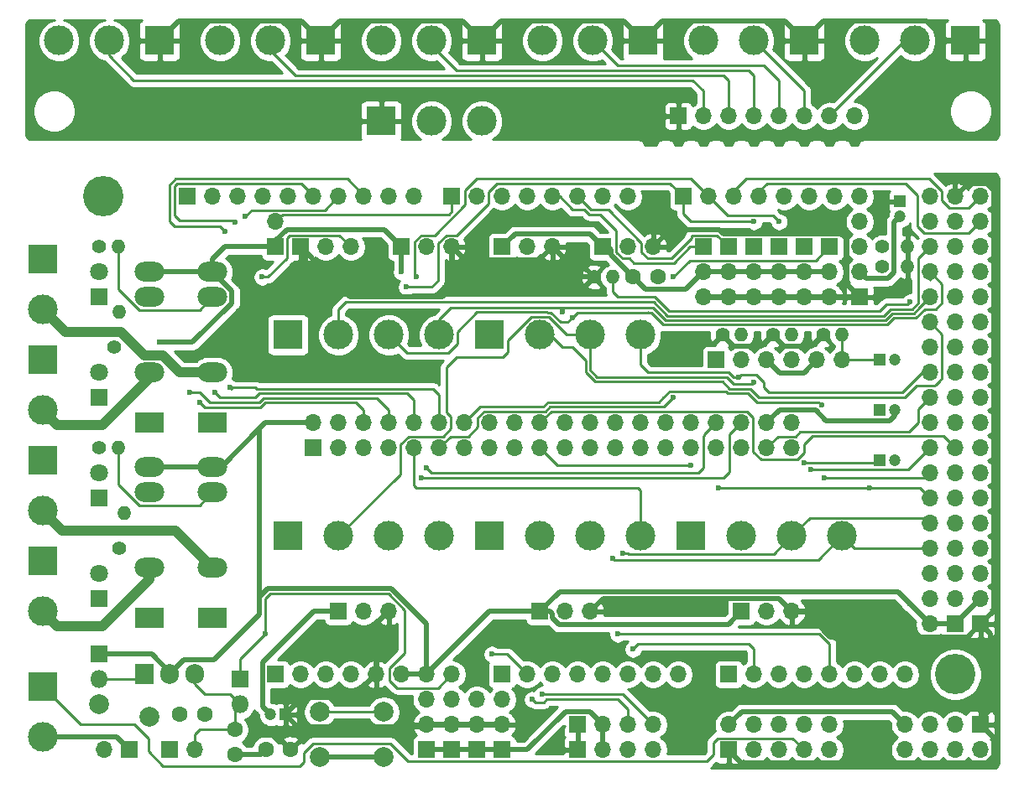
<source format=gtl>
%TF.GenerationSoftware,KiCad,Pcbnew,(5.1.6-0-10_14)*%
%TF.CreationDate,2020-10-31T20:27:49+00:00*%
%TF.ProjectId,DeWinCNC,44655769-6e43-44e4-932e-6b696361645f,0.5*%
%TF.SameCoordinates,Original*%
%TF.FileFunction,Copper,L1,Top*%
%TF.FilePolarity,Positive*%
%FSLAX46Y46*%
G04 Gerber Fmt 4.6, Leading zero omitted, Abs format (unit mm)*
G04 Created by KiCad (PCBNEW (5.1.6-0-10_14)) date 2020-10-31 20:27:49*
%MOMM*%
%LPD*%
G01*
G04 APERTURE LIST*
%TA.AperFunction,ComponentPad*%
%ADD10O,1.700000X1.700000*%
%TD*%
%TA.AperFunction,ComponentPad*%
%ADD11R,1.700000X1.700000*%
%TD*%
%TA.AperFunction,ComponentPad*%
%ADD12O,1.400000X1.400000*%
%TD*%
%TA.AperFunction,ComponentPad*%
%ADD13C,1.400000*%
%TD*%
%TA.AperFunction,ComponentPad*%
%ADD14R,3.000000X3.000000*%
%TD*%
%TA.AperFunction,ComponentPad*%
%ADD15C,3.000000*%
%TD*%
%TA.AperFunction,ComponentPad*%
%ADD16C,2.010000*%
%TD*%
%TA.AperFunction,ComponentPad*%
%ADD17O,1.800000X1.800000*%
%TD*%
%TA.AperFunction,ComponentPad*%
%ADD18R,1.800000X1.800000*%
%TD*%
%TA.AperFunction,ComponentPad*%
%ADD19C,1.600000*%
%TD*%
%TA.AperFunction,ComponentPad*%
%ADD20O,1.905000X2.000000*%
%TD*%
%TA.AperFunction,ComponentPad*%
%ADD21R,1.905000X2.000000*%
%TD*%
%TA.AperFunction,ComponentPad*%
%ADD22C,1.200000*%
%TD*%
%TA.AperFunction,ComponentPad*%
%ADD23R,1.200000X1.200000*%
%TD*%
%TA.AperFunction,ComponentPad*%
%ADD24C,2.000000*%
%TD*%
%TA.AperFunction,ComponentPad*%
%ADD25C,1.800000*%
%TD*%
%TA.AperFunction,ComponentPad*%
%ADD26C,4.064000*%
%TD*%
%TA.AperFunction,ComponentPad*%
%ADD27O,3.000000X2.000000*%
%TD*%
%TA.AperFunction,ComponentPad*%
%ADD28R,3.000000X2.000000*%
%TD*%
%TA.AperFunction,ViaPad*%
%ADD29C,0.600000*%
%TD*%
%TA.AperFunction,Conductor*%
%ADD30C,0.500000*%
%TD*%
%TA.AperFunction,Conductor*%
%ADD31C,0.250000*%
%TD*%
%TA.AperFunction,Conductor*%
%ADD32C,1.000000*%
%TD*%
%TA.AperFunction,Conductor*%
%ADD33C,0.254000*%
%TD*%
G04 APERTURE END LIST*
D10*
%TO.P,JM2,10*%
%TO.N,/D8*%
X151130000Y-71120000D03*
%TO.P,JM2,9*%
%TO.N,/D9*%
X148590000Y-71120000D03*
%TO.P,JM2,8*%
%TO.N,/D10*%
X146050000Y-71120000D03*
%TO.P,JM2,7*%
%TO.N,/D11*%
X143510000Y-71120000D03*
%TO.P,JM2,6*%
%TO.N,/D12*%
X140970000Y-71120000D03*
%TO.P,JM2,5*%
%TO.N,Net-(JM2-Pad5)*%
X138430000Y-71120000D03*
%TO.P,JM2,4*%
%TO.N,GND*%
X135890000Y-71120000D03*
%TO.P,JM2,3*%
%TO.N,Net-(JM2-Pad3)*%
X133350000Y-71120000D03*
%TO.P,JM2,2*%
%TO.N,Net-(JM2-Pad2)*%
X130810000Y-71120000D03*
D11*
%TO.P,JM2,1*%
%TO.N,Net-(JM2-Pad1)*%
X128270000Y-71120000D03*
%TD*%
%TO.P,JM5,1*%
%TO.N,Net-(JM5-Pad1)*%
X137160000Y-119380000D03*
D10*
%TO.P,JM5,2*%
%TO.N,Net-(JM5-Pad2)*%
X139700000Y-119380000D03*
%TO.P,JM5,3*%
%TO.N,/Reset*%
X142240000Y-119380000D03*
%TO.P,JM5,4*%
%TO.N,Net-(JM5-Pad4)*%
X144780000Y-119380000D03*
%TO.P,JM5,5*%
%TO.N,+5V*%
X147320000Y-119380000D03*
%TO.P,JM5,6*%
%TO.N,GND*%
X149860000Y-119380000D03*
%TO.P,JM5,7*%
X152400000Y-119380000D03*
%TO.P,JM5,8*%
%TO.N,/Vcc*%
X154940000Y-119380000D03*
%TD*%
D11*
%TO.P,JM1,1*%
%TO.N,/D54(A0)*%
X160020000Y-119380000D03*
D10*
%TO.P,JM1,2*%
%TO.N,/D55(A1)*%
X162560000Y-119380000D03*
%TO.P,JM1,3*%
%TO.N,/D56(A2)*%
X165100000Y-119380000D03*
%TO.P,JM1,4*%
%TO.N,/D57(A3)*%
X167640000Y-119380000D03*
%TO.P,JM1,5*%
%TO.N,/D58(A4)*%
X170180000Y-119380000D03*
%TO.P,JM1,6*%
%TO.N,/D59(A5)*%
X172720000Y-119380000D03*
%TO.P,JM1,7*%
%TO.N,/D60(A6)*%
X175260000Y-119380000D03*
%TO.P,JM1,8*%
%TO.N,/D61(A7)*%
X177800000Y-119380000D03*
%TD*%
D11*
%TO.P,JM6,1*%
%TO.N,/D62(A8)*%
X182880000Y-119380000D03*
D10*
%TO.P,JM6,2*%
%TO.N,/D63(A9)*%
X185420000Y-119380000D03*
%TO.P,JM6,3*%
%TO.N,/D64(A10)*%
X187960000Y-119380000D03*
%TO.P,JM6,4*%
%TO.N,/D65(A11)*%
X190500000Y-119380000D03*
%TO.P,JM6,5*%
%TO.N,/D66(A12)*%
X193040000Y-119380000D03*
%TO.P,JM6,6*%
%TO.N,/D67(A13)*%
X195580000Y-119380000D03*
%TO.P,JM6,7*%
%TO.N,/D68(A14)*%
X198120000Y-119380000D03*
%TO.P,JM6,8*%
%TO.N,/D69(A15)*%
X200660000Y-119380000D03*
%TD*%
D11*
%TO.P,JM3,1*%
%TO.N,/D7*%
X154940000Y-71120000D03*
D10*
%TO.P,JM3,2*%
%TO.N,/D6*%
X157480000Y-71120000D03*
%TO.P,JM3,3*%
%TO.N,/D5*%
X160020000Y-71120000D03*
%TO.P,JM3,4*%
%TO.N,/D4*%
X162560000Y-71120000D03*
%TO.P,JM3,5*%
%TO.N,/D3*%
X165100000Y-71120000D03*
%TO.P,JM3,6*%
%TO.N,/D2*%
X167640000Y-71120000D03*
%TO.P,JM3,7*%
%TO.N,/D1(Tx0)*%
X170180000Y-71120000D03*
%TO.P,JM3,8*%
%TO.N,/D0(Rx0)*%
X172720000Y-71120000D03*
%TD*%
D11*
%TO.P,JM4,1*%
%TO.N,/D14*%
X178308000Y-71120000D03*
D10*
%TO.P,JM4,2*%
%TO.N,/D15*%
X180848000Y-71120000D03*
%TO.P,JM4,3*%
%TO.N,/D16*%
X183388000Y-71120000D03*
%TO.P,JM4,4*%
%TO.N,/D17*%
X185928000Y-71120000D03*
%TO.P,JM4,5*%
%TO.N,/D18*%
X188468000Y-71120000D03*
%TO.P,JM4,6*%
%TO.N,/D19*%
X191008000Y-71120000D03*
%TO.P,JM4,7*%
%TO.N,/D20(SDA)*%
X193548000Y-71120000D03*
%TO.P,JM4,8*%
%TO.N,/D21(SCL)*%
X196088000Y-71120000D03*
%TD*%
%TO.P,J40,8*%
%TO.N,+5V*%
X195580000Y-62992000D03*
%TO.P,J40,7*%
%TO.N,/D19*%
X193040000Y-62992000D03*
%TO.P,J40,6*%
%TO.N,/D18*%
X190500000Y-62992000D03*
%TO.P,J40,5*%
%TO.N,/D15*%
X187960000Y-62992000D03*
%TO.P,J40,4*%
%TO.N,/D14*%
X185420000Y-62992000D03*
%TO.P,J40,3*%
%TO.N,/D2*%
X182880000Y-62992000D03*
%TO.P,J40,2*%
%TO.N,/D3*%
X180340000Y-62992000D03*
D11*
%TO.P,J40,1*%
%TO.N,GND*%
X177800000Y-62992000D03*
%TD*%
D12*
%TO.P,R4,2*%
%TO.N,/D12*%
X121920000Y-103124000D03*
D13*
%TO.P,R4,1*%
%TO.N,Net-(D4-Pad2)*%
X121412000Y-106680000D03*
%TD*%
D12*
%TO.P,R6,2*%
%TO.N,/D9*%
X121412000Y-82804000D03*
D13*
%TO.P,R6,1*%
%TO.N,Net-(D2-Pad2)*%
X120904000Y-86360000D03*
%TD*%
D10*
%TO.P,J1,36*%
%TO.N,+5V*%
X203174000Y-71120000D03*
%TO.P,J1,35*%
X205714000Y-71120000D03*
%TO.P,J1,34*%
%TO.N,/D22*%
X203174000Y-73660000D03*
%TO.P,J1,33*%
%TO.N,/D23*%
X205714000Y-73660000D03*
%TO.P,J1,32*%
%TO.N,/D24*%
X203174000Y-76200000D03*
%TO.P,J1,31*%
%TO.N,/D25*%
X205714000Y-76200000D03*
%TO.P,J1,30*%
%TO.N,/D26*%
X203174000Y-78740000D03*
%TO.P,J1,29*%
%TO.N,/D27*%
X205714000Y-78740000D03*
%TO.P,J1,28*%
%TO.N,/D28*%
X203174000Y-81280000D03*
%TO.P,J1,27*%
%TO.N,/D29*%
X205714000Y-81280000D03*
%TO.P,J1,26*%
%TO.N,/D30*%
X203174000Y-83820000D03*
%TO.P,J1,25*%
%TO.N,/D31*%
X205714000Y-83820000D03*
%TO.P,J1,24*%
%TO.N,/D32*%
X203174000Y-86360000D03*
%TO.P,J1,23*%
%TO.N,/D33*%
X205714000Y-86360000D03*
%TO.P,J1,22*%
%TO.N,/D34*%
X203174000Y-88900000D03*
%TO.P,J1,21*%
%TO.N,/D35*%
X205714000Y-88900000D03*
%TO.P,J1,20*%
%TO.N,/D36*%
X203174000Y-91440000D03*
%TO.P,J1,19*%
%TO.N,/D37*%
X205714000Y-91440000D03*
%TO.P,J1,18*%
%TO.N,/D38*%
X203174000Y-93980000D03*
%TO.P,J1,17*%
%TO.N,/D39*%
X205714000Y-93980000D03*
%TO.P,J1,16*%
%TO.N,/D40*%
X203174000Y-96520000D03*
%TO.P,J1,15*%
%TO.N,/D41*%
X205714000Y-96520000D03*
%TO.P,J1,14*%
%TO.N,/D42*%
X203174000Y-99060000D03*
%TO.P,J1,13*%
%TO.N,/D43*%
X205714000Y-99060000D03*
%TO.P,J1,12*%
%TO.N,/D44*%
X203174000Y-101600000D03*
%TO.P,J1,11*%
%TO.N,/D45*%
X205714000Y-101600000D03*
%TO.P,J1,10*%
%TO.N,/D46*%
X203174000Y-104140000D03*
%TO.P,J1,9*%
%TO.N,/D47*%
X205714000Y-104140000D03*
%TO.P,J1,8*%
%TO.N,/D48*%
X203174000Y-106680000D03*
%TO.P,J1,7*%
%TO.N,/D49*%
X205714000Y-106680000D03*
%TO.P,J1,6*%
%TO.N,/D50(MISO)*%
X203174000Y-109220000D03*
%TO.P,J1,5*%
%TO.N,/D51(MOSI)*%
X205714000Y-109220000D03*
%TO.P,J1,4*%
%TO.N,/D52(SCK)*%
X203174000Y-111760000D03*
%TO.P,J1,3*%
%TO.N,/D53(SS)*%
X205714000Y-111760000D03*
%TO.P,J1,2*%
%TO.N,GND*%
X203174000Y-114300000D03*
D11*
%TO.P,J1,1*%
X205714000Y-114300000D03*
%TD*%
D14*
%TO.P,J43,1*%
%TO.N,GND*%
X157988000Y-55372000D03*
D15*
%TO.P,J43,2*%
%TO.N,/D14*%
X152908000Y-55372000D03*
%TO.P,J43,3*%
%TO.N,+5V*%
X147828000Y-55372000D03*
%TD*%
%TO.P,J41,3*%
%TO.N,+5V*%
X115316000Y-55372000D03*
%TO.P,J41,2*%
%TO.N,/D3*%
X120396000Y-55372000D03*
D14*
%TO.P,J41,1*%
%TO.N,GND*%
X125476000Y-55372000D03*
%TD*%
%TO.P,J42,1*%
%TO.N,GND*%
X141732000Y-55372000D03*
D15*
%TO.P,J42,2*%
%TO.N,/D2*%
X136652000Y-55372000D03*
%TO.P,J42,3*%
%TO.N,+5V*%
X131572000Y-55372000D03*
%TD*%
%TO.P,J47,3*%
%TO.N,+5V*%
X157988000Y-63500000D03*
%TO.P,J47,2*%
%TO.N,/D22*%
X152908000Y-63500000D03*
D14*
%TO.P,J47,1*%
%TO.N,GND*%
X147828000Y-63500000D03*
%TD*%
D16*
%TO.P,F1,2*%
%TO.N,Net-(F1-Pad2)*%
X124480000Y-123628000D03*
%TO.P,F1,1*%
%TO.N,Net-(C9-Pad1)*%
X119380000Y-122428000D03*
%TD*%
D17*
%TO.P,D6,2*%
%TO.N,Net-(C9-Pad1)*%
X119380000Y-119888000D03*
D18*
%TO.P,D6,1*%
%TO.N,GND*%
X119380000Y-117348000D03*
%TD*%
D17*
%TO.P,D5,2*%
%TO.N,Net-(C10-Pad1)*%
X133604000Y-122428000D03*
D18*
%TO.P,D5,1*%
%TO.N,/Vcc*%
X133604000Y-119888000D03*
%TD*%
D10*
%TO.P,J4,2*%
%TO.N,Net-(C10-Pad1)*%
X129032000Y-127000000D03*
D11*
%TO.P,J4,1*%
%TO.N,GND*%
X126492000Y-127000000D03*
%TD*%
D10*
%TO.P,J10,2*%
%TO.N,Net-(F1-Pad2)*%
X119888000Y-127000000D03*
D11*
%TO.P,J10,1*%
%TO.N,GND*%
X122428000Y-127000000D03*
%TD*%
D19*
%TO.P,C10,2*%
%TO.N,GND*%
X133096000Y-127468000D03*
%TO.P,C10,1*%
%TO.N,Net-(C10-Pad1)*%
X133096000Y-124968000D03*
%TD*%
%TO.P,C9,2*%
%TO.N,GND*%
X130008000Y-123444000D03*
%TO.P,C9,1*%
%TO.N,Net-(C9-Pad1)*%
X127508000Y-123444000D03*
%TD*%
D20*
%TO.P,U5,3*%
%TO.N,Net-(C10-Pad1)*%
X129032000Y-119380000D03*
%TO.P,U5,2*%
%TO.N,GND*%
X126492000Y-119380000D03*
D21*
%TO.P,U5,1*%
%TO.N,Net-(C9-Pad1)*%
X123952000Y-119380000D03*
%TD*%
D19*
%TO.P,C5,2*%
%TO.N,GND*%
X136184000Y-127000000D03*
%TO.P,C5,1*%
%TO.N,+5V*%
X138684000Y-127000000D03*
%TD*%
%TO.P,C7,2*%
%TO.N,GND*%
X173228000Y-79248000D03*
%TO.P,C7,1*%
%TO.N,+5V*%
X175728000Y-79248000D03*
%TD*%
D10*
%TO.P,J37,3*%
%TO.N,+5V*%
X175260000Y-76200000D03*
%TO.P,J37,2*%
%TO.N,/D22*%
X172720000Y-76200000D03*
D11*
%TO.P,J37,1*%
%TO.N,GND*%
X170180000Y-76200000D03*
%TD*%
D12*
%TO.P,R8,2*%
%TO.N,+5V*%
X200940000Y-78232000D03*
D13*
%TO.P,R8,1*%
%TO.N,/D20(SDA)*%
X198400000Y-78232000D03*
%TD*%
D12*
%TO.P,R9,2*%
%TO.N,+5V*%
X200940000Y-76200000D03*
D13*
%TO.P,R9,1*%
%TO.N,/D21(SCL)*%
X198400000Y-76200000D03*
%TD*%
D12*
%TO.P,R10,2*%
%TO.N,/D22*%
X171196000Y-79248000D03*
D13*
%TO.P,R10,1*%
%TO.N,+5V*%
X169296000Y-79248000D03*
%TD*%
D22*
%TO.P,C6,2*%
%TO.N,GND*%
X200152000Y-73128000D03*
D23*
%TO.P,C6,1*%
%TO.N,+5V*%
X200152000Y-71628000D03*
%TD*%
D14*
%TO.P,J46,1*%
%TO.N,GND*%
X206756000Y-55372000D03*
D15*
%TO.P,J46,2*%
%TO.N,/D19*%
X201676000Y-55372000D03*
%TO.P,J46,3*%
%TO.N,+5V*%
X196596000Y-55372000D03*
%TD*%
D14*
%TO.P,J45,1*%
%TO.N,GND*%
X190500000Y-55372000D03*
D15*
%TO.P,J45,2*%
%TO.N,/D18*%
X185420000Y-55372000D03*
%TO.P,J45,3*%
%TO.N,+5V*%
X180340000Y-55372000D03*
%TD*%
D14*
%TO.P,J44,1*%
%TO.N,GND*%
X174244000Y-55372000D03*
D15*
%TO.P,J44,2*%
%TO.N,/D15*%
X169164000Y-55372000D03*
%TO.P,J44,3*%
%TO.N,+5V*%
X164084000Y-55372000D03*
%TD*%
D11*
%TO.P,J38,1*%
%TO.N,/D3*%
X140970000Y-96520000D03*
D10*
%TO.P,J38,20*%
%TO.N,GND*%
X140970000Y-93980000D03*
%TO.P,J38,2*%
%TO.N,/D2*%
X143510000Y-96520000D03*
%TO.P,J38,21*%
%TO.N,+5V*%
X143510000Y-93980000D03*
%TO.P,J38,3*%
%TO.N,/D14*%
X146050000Y-96520000D03*
%TO.P,J38,22*%
%TO.N,/D8*%
X146050000Y-93980000D03*
%TO.P,J38,4*%
%TO.N,/D15*%
X148590000Y-96520000D03*
%TO.P,J38,23*%
%TO.N,/D9*%
X148590000Y-93980000D03*
%TO.P,J38,5*%
%TO.N,/D18*%
X151130000Y-96520000D03*
%TO.P,J38,24*%
%TO.N,/D10*%
X151130000Y-93980000D03*
%TO.P,J38,6*%
%TO.N,/D19*%
X153670000Y-96520000D03*
%TO.P,J38,25*%
%TO.N,/D12*%
X153670000Y-93980000D03*
%TO.P,J38,7*%
%TO.N,Net-(J38-Pad7)*%
X156210000Y-96520000D03*
%TO.P,J38,26*%
%TO.N,/D65(A11)*%
X156210000Y-93980000D03*
%TO.P,J38,8*%
%TO.N,/D57(A3)*%
X158750000Y-96520000D03*
%TO.P,J38,27*%
%TO.N,/D66(A12)*%
X158750000Y-93980000D03*
%TO.P,J38,9*%
%TO.N,/D58(A4)*%
X161290000Y-96520000D03*
%TO.P,J38,28*%
%TO.N,/D63(A9)*%
X161290000Y-93980000D03*
%TO.P,J38,10*%
%TO.N,/D64(A10)*%
X163830000Y-96520000D03*
%TO.P,J38,29*%
%TO.N,/D41*%
X163830000Y-93980000D03*
%TO.P,J38,11*%
%TO.N,Net-(J38-Pad11)*%
X166370000Y-96520000D03*
%TO.P,J38,30*%
%TO.N,/D28*%
X166370000Y-93980000D03*
%TO.P,J38,12*%
%TO.N,Net-(J38-Pad12)*%
X168910000Y-96520000D03*
%TO.P,J38,31*%
%TO.N,/D26*%
X168910000Y-93980000D03*
%TO.P,J38,13*%
%TO.N,Net-(J38-Pad13)*%
X171450000Y-96520000D03*
%TO.P,J38,32*%
%TO.N,/D48*%
X171450000Y-93980000D03*
%TO.P,J38,14*%
%TO.N,Net-(J38-Pad14)*%
X173990000Y-96520000D03*
%TO.P,J38,33*%
%TO.N,/D46*%
X173990000Y-93980000D03*
%TO.P,J38,15*%
%TO.N,Net-(J38-Pad15)*%
X176530000Y-96520000D03*
%TO.P,J38,34*%
%TO.N,/D61(A7)*%
X176530000Y-93980000D03*
%TO.P,J38,16*%
%TO.N,Net-(J38-Pad16)*%
X179070000Y-96520000D03*
%TO.P,J38,35*%
%TO.N,/D60(A6)*%
X179070000Y-93980000D03*
%TO.P,J38,17*%
%TO.N,/D44*%
X181610000Y-96520000D03*
%TO.P,J38,36*%
%TO.N,/D55(A1)*%
X181610000Y-93980000D03*
%TO.P,J38,18*%
%TO.N,/D34*%
X184150000Y-96520000D03*
%TO.P,J38,37*%
%TO.N,/D54(A0)*%
X184150000Y-93980000D03*
%TO.P,J38,19*%
%TO.N,/D36*%
X186690000Y-96520000D03*
%TO.P,J38,38*%
%TO.N,GND*%
X186690000Y-93980000D03*
%TO.P,J38,39*%
%TO.N,N/C*%
X189230000Y-96520000D03*
%TO.P,J38,40*%
X189230000Y-93980000D03*
%TD*%
D24*
%TO.P,RESET,1*%
%TO.N,/Reset*%
X148105000Y-123190000D03*
%TO.P,RESET,2*%
%TO.N,GND*%
X148105000Y-127690000D03*
%TO.P,RESET,1*%
%TO.N,/Reset*%
X141605000Y-123190000D03*
%TO.P,RESET,2*%
%TO.N,GND*%
X141605000Y-127690000D03*
%TD*%
D22*
%TO.P,C4,2*%
%TO.N,GND*%
X136676000Y-123444000D03*
D23*
%TO.P,C4,1*%
%TO.N,+5V*%
X138176000Y-123444000D03*
%TD*%
D13*
%TO.P,R5,1*%
%TO.N,Net-(D3-Pad2)*%
X119385000Y-96520000D03*
D12*
%TO.P,R5,2*%
%TO.N,/D10*%
X121285000Y-96520000D03*
%TD*%
D18*
%TO.P,D4,1*%
%TO.N,GND*%
X119380000Y-111760000D03*
D25*
%TO.P,D4,2*%
%TO.N,Net-(D4-Pad2)*%
X119380000Y-109220000D03*
%TD*%
D18*
%TO.P,D3,1*%
%TO.N,GND*%
X119380000Y-101600000D03*
D25*
%TO.P,D3,2*%
%TO.N,Net-(D3-Pad2)*%
X119380000Y-99060000D03*
%TD*%
D18*
%TO.P,D2,1*%
%TO.N,GND*%
X119380000Y-91440000D03*
D25*
%TO.P,D2,2*%
%TO.N,Net-(D2-Pad2)*%
X119380000Y-88900000D03*
%TD*%
%TO.P,D1,2*%
%TO.N,Net-(D1-Pad2)*%
X119380000Y-78740000D03*
D18*
%TO.P,D1,1*%
%TO.N,GND*%
X119380000Y-81280000D03*
%TD*%
D12*
%TO.P,R7,2*%
%TO.N,/D8*%
X121285000Y-76200000D03*
D13*
%TO.P,R7,1*%
%TO.N,Net-(D1-Pad2)*%
X119385000Y-76200000D03*
%TD*%
%TO.P,R1,1*%
%TO.N,+5V*%
X182245000Y-85090000D03*
D12*
%TO.P,R1,2*%
%TO.N,/D69(A15)*%
X184145000Y-85090000D03*
%TD*%
D13*
%TO.P,R2,1*%
%TO.N,+5V*%
X187325000Y-85090000D03*
D12*
%TO.P,R2,2*%
%TO.N,/D68(A14)*%
X189225000Y-85090000D03*
%TD*%
%TO.P,R3,2*%
%TO.N,/D67(A13)*%
X194305000Y-85090000D03*
D13*
%TO.P,R3,1*%
%TO.N,+5V*%
X192405000Y-85090000D03*
%TD*%
D23*
%TO.P,C1,1*%
%TO.N,/D69(A15)*%
X198120000Y-97790000D03*
D22*
%TO.P,C1,2*%
%TO.N,GND*%
X199620000Y-97790000D03*
%TD*%
D23*
%TO.P,C2,1*%
%TO.N,/D68(A14)*%
X198120000Y-92710000D03*
D22*
%TO.P,C2,2*%
%TO.N,GND*%
X199620000Y-92710000D03*
%TD*%
%TO.P,C3,2*%
%TO.N,GND*%
X199620000Y-87630000D03*
D23*
%TO.P,C3,1*%
%TO.N,/D67(A13)*%
X198120000Y-87630000D03*
%TD*%
D15*
%TO.P,J36,2*%
%TO.N,GND*%
X113665000Y-125730000D03*
D14*
%TO.P,J36,1*%
%TO.N,/D44*%
X113665000Y-120650000D03*
%TD*%
D10*
%TO.P,J33,3*%
%TO.N,+5V*%
X189230000Y-113030000D03*
%TO.P,J33,2*%
%TO.N,Net-(J16-Pad1)*%
X186690000Y-113030000D03*
D11*
%TO.P,J33,1*%
%TO.N,GND*%
X184150000Y-113030000D03*
%TD*%
D10*
%TO.P,J32,3*%
%TO.N,+5V*%
X168910000Y-113030000D03*
%TO.P,J32,2*%
%TO.N,Net-(J15-Pad1)*%
X166370000Y-113030000D03*
D11*
%TO.P,J32,1*%
%TO.N,GND*%
X163830000Y-113030000D03*
%TD*%
D10*
%TO.P,J31,3*%
%TO.N,+5V*%
X148590000Y-113030000D03*
%TO.P,J31,2*%
%TO.N,Net-(J14-Pad1)*%
X146050000Y-113030000D03*
D11*
%TO.P,J31,1*%
%TO.N,GND*%
X143510000Y-113030000D03*
%TD*%
D15*
%TO.P,J16,4*%
%TO.N,/D48*%
X194310000Y-105410000D03*
D14*
%TO.P,J16,1*%
%TO.N,Net-(J16-Pad1)*%
X179070000Y-105410000D03*
D15*
%TO.P,J16,3*%
%TO.N,/D46*%
X189230000Y-105410000D03*
%TO.P,J16,2*%
%TO.N,/D69(A15)*%
X184150000Y-105410000D03*
%TD*%
%TO.P,J15,4*%
%TO.N,/D18*%
X173990000Y-105410000D03*
D14*
%TO.P,J15,1*%
%TO.N,Net-(J15-Pad1)*%
X158750000Y-105410000D03*
D15*
%TO.P,J15,3*%
%TO.N,/D60(A6)*%
X168910000Y-105410000D03*
%TO.P,J15,2*%
%TO.N,/D59(A5)*%
X163830000Y-105410000D03*
%TD*%
%TO.P,J14,4*%
%TO.N,/D19*%
X153670000Y-105410000D03*
D14*
%TO.P,J14,1*%
%TO.N,Net-(J14-Pad1)*%
X138430000Y-105410000D03*
D15*
%TO.P,J14,3*%
%TO.N,/D54(A0)*%
X148590000Y-105410000D03*
%TO.P,J14,2*%
%TO.N,/D36*%
X143510000Y-105410000D03*
%TD*%
%TO.P,J18,2*%
%TO.N,/D24*%
X143510000Y-85090000D03*
%TO.P,J18,3*%
%TO.N,/D26*%
X148590000Y-85090000D03*
D14*
%TO.P,J18,1*%
%TO.N,Net-(J18-Pad1)*%
X138430000Y-85090000D03*
D15*
%TO.P,J18,4*%
%TO.N,/D28*%
X153670000Y-85090000D03*
%TD*%
%TO.P,J25,4*%
%TO.N,/D34*%
X173990000Y-85090000D03*
D14*
%TO.P,J25,1*%
%TO.N,Net-(J25-Pad1)*%
X158750000Y-85090000D03*
D15*
%TO.P,J25,3*%
%TO.N,/D36*%
X168910000Y-85090000D03*
%TO.P,J25,2*%
%TO.N,/D30*%
X163830000Y-85090000D03*
%TD*%
D14*
%TO.P,J30,1*%
%TO.N,Net-(J30-Pad1)*%
X113665000Y-107950000D03*
D15*
%TO.P,J30,2*%
%TO.N,Net-(J30-Pad2)*%
X113665000Y-113030000D03*
%TD*%
D14*
%TO.P,J262,1*%
%TO.N,Net-(J262-Pad1)*%
X113665000Y-97790000D03*
D15*
%TO.P,J262,2*%
%TO.N,Net-(J262-Pad2)*%
X113665000Y-102870000D03*
%TD*%
D14*
%TO.P,J261,1*%
%TO.N,Net-(J261-Pad1)*%
X113665000Y-87630000D03*
D15*
%TO.P,J261,2*%
%TO.N,Net-(J261-Pad2)*%
X113665000Y-92710000D03*
%TD*%
%TO.P,J28,2*%
%TO.N,Net-(J28-Pad2)*%
X113665000Y-82550000D03*
D14*
%TO.P,J28,1*%
%TO.N,Net-(J28-Pad1)*%
X113665000Y-77470000D03*
%TD*%
D26*
%TO.P,P10,1*%
%TO.N,Net-(P10-Pad1)*%
X205740000Y-119380000D03*
%TD*%
%TO.P,P11,1*%
%TO.N,Net-(P11-Pad1)*%
X119770000Y-71120000D03*
%TD*%
D10*
%TO.P,J27,6*%
%TO.N,/D67(A13)*%
X194310000Y-87630000D03*
%TO.P,J27,5*%
%TO.N,GND*%
X191770000Y-87630000D03*
%TO.P,J27,4*%
%TO.N,/D68(A14)*%
X189230000Y-87630000D03*
%TO.P,J27,3*%
%TO.N,GND*%
X186690000Y-87630000D03*
%TO.P,J27,2*%
%TO.N,/D69(A15)*%
X184150000Y-87630000D03*
D11*
%TO.P,J27,1*%
%TO.N,GND*%
X181610000Y-87630000D03*
%TD*%
%TO.P,J3,1*%
%TO.N,GND*%
X152400000Y-127000000D03*
D10*
%TO.P,J3,2*%
%TO.N,+5V*%
X152400000Y-124460000D03*
%TO.P,J3,3*%
%TO.N,/D11*%
X152400000Y-121920000D03*
%TD*%
D11*
%TO.P,J7,1*%
%TO.N,GND*%
X154940000Y-127000000D03*
D10*
%TO.P,J7,2*%
%TO.N,+5V*%
X154940000Y-124460000D03*
%TO.P,J7,3*%
%TO.N,/D6*%
X154940000Y-121920000D03*
%TD*%
D11*
%TO.P,J11,1*%
%TO.N,GND*%
X157480000Y-127000000D03*
D10*
%TO.P,J11,2*%
%TO.N,+5V*%
X157480000Y-124460000D03*
%TO.P,J11,3*%
%TO.N,/D5*%
X157480000Y-121920000D03*
%TD*%
%TO.P,J13,3*%
%TO.N,/D4*%
X160020000Y-121920000D03*
%TO.P,J13,2*%
%TO.N,+5V*%
X160020000Y-124460000D03*
D11*
%TO.P,J13,1*%
%TO.N,GND*%
X160020000Y-127000000D03*
%TD*%
D10*
%TO.P,J12,4*%
%TO.N,/D0(Rx0)*%
X175260000Y-124460000D03*
%TO.P,J12,3*%
%TO.N,/D1(Tx0)*%
X172720000Y-124460000D03*
%TO.P,J12,2*%
%TO.N,GND*%
X170180000Y-124460000D03*
D11*
%TO.P,J12,1*%
%TO.N,+5V*%
X167640000Y-124460000D03*
%TD*%
%TO.P,J6,1*%
%TO.N,+5V*%
X167640000Y-127000000D03*
D10*
%TO.P,J6,2*%
%TO.N,GND*%
X170180000Y-127000000D03*
%TO.P,J6,3*%
%TO.N,/D57(A3)*%
X172720000Y-127000000D03*
%TO.P,J6,4*%
%TO.N,/D58(A4)*%
X175260000Y-127000000D03*
%TD*%
%TO.P,J8,10*%
%TO.N,/D65(A11)*%
X193040000Y-124460000D03*
%TO.P,J8,9*%
%TO.N,/D66(A12)*%
X193040000Y-127000000D03*
%TO.P,J8,8*%
%TO.N,/D42*%
X190500000Y-124460000D03*
%TO.P,J8,7*%
%TO.N,/D44*%
X190500000Y-127000000D03*
%TO.P,J8,6*%
%TO.N,/D40*%
X187960000Y-124460000D03*
%TO.P,J8,5*%
%TO.N,/D64(A10)*%
X187960000Y-127000000D03*
%TO.P,J8,4*%
%TO.N,/D63(A9)*%
X185420000Y-124460000D03*
%TO.P,J8,3*%
%TO.N,/D59(A5)*%
X185420000Y-127000000D03*
%TO.P,J8,2*%
%TO.N,GND*%
X182880000Y-124460000D03*
D11*
%TO.P,J8,1*%
%TO.N,+5V*%
X182880000Y-127000000D03*
%TD*%
D10*
%TO.P,J9,8*%
%TO.N,Net-(J9-Pad8)*%
X200660000Y-127000000D03*
%TO.P,J9,7*%
%TO.N,GND*%
X200660000Y-124460000D03*
%TO.P,J9,6*%
%TO.N,/D53(SS)*%
X203200000Y-127000000D03*
%TO.P,J9,5*%
%TO.N,/D52(SCK)*%
X203200000Y-124460000D03*
%TO.P,J9,4*%
%TO.N,/D51(MOSI)*%
X205740000Y-127000000D03*
%TO.P,J9,3*%
%TO.N,/D50(MISO)*%
X205740000Y-124460000D03*
%TO.P,J9,2*%
%TO.N,/D49*%
X208280000Y-127000000D03*
D11*
%TO.P,J9,1*%
%TO.N,+5V*%
X208280000Y-124460000D03*
%TD*%
%TO.P,J39,1*%
%TO.N,GND*%
X137160000Y-76200000D03*
D10*
%TO.P,J39,2*%
%TO.N,/D7*%
X137160000Y-73660000D03*
%TD*%
D11*
%TO.P,J19,1*%
%TO.N,/D3*%
X180340000Y-76200000D03*
D10*
%TO.P,J19,2*%
%TO.N,GND*%
X180340000Y-78740000D03*
%TO.P,J19,3*%
%TO.N,+5V*%
X180340000Y-81280000D03*
%TD*%
D11*
%TO.P,J20,1*%
%TO.N,/D2*%
X182880000Y-76200000D03*
D10*
%TO.P,J20,2*%
%TO.N,GND*%
X182880000Y-78740000D03*
%TO.P,J20,3*%
%TO.N,+5V*%
X182880000Y-81280000D03*
%TD*%
D11*
%TO.P,J21,1*%
%TO.N,/D14*%
X185420000Y-76200000D03*
D10*
%TO.P,J21,2*%
%TO.N,GND*%
X185420000Y-78740000D03*
%TO.P,J21,3*%
%TO.N,+5V*%
X185420000Y-81280000D03*
%TD*%
D11*
%TO.P,J22,1*%
%TO.N,/D15*%
X187960000Y-76200000D03*
D10*
%TO.P,J22,2*%
%TO.N,GND*%
X187960000Y-78740000D03*
%TO.P,J22,3*%
%TO.N,+5V*%
X187960000Y-81280000D03*
%TD*%
D11*
%TO.P,J23,1*%
%TO.N,/D18*%
X190500000Y-76200000D03*
D10*
%TO.P,J23,2*%
%TO.N,GND*%
X190500000Y-78740000D03*
%TO.P,J23,3*%
%TO.N,+5V*%
X190500000Y-81280000D03*
%TD*%
%TO.P,J24,3*%
%TO.N,+5V*%
X193040000Y-81280000D03*
%TO.P,J24,2*%
%TO.N,GND*%
X193040000Y-78740000D03*
D11*
%TO.P,J24,1*%
%TO.N,/D19*%
X193040000Y-76200000D03*
%TD*%
D10*
%TO.P,J29,4*%
%TO.N,/D21(SCL)*%
X196088000Y-73660000D03*
%TO.P,J29,3*%
%TO.N,/D20(SDA)*%
X196088000Y-76200000D03*
%TO.P,J29,2*%
%TO.N,GND*%
X196088000Y-78740000D03*
D11*
%TO.P,J29,1*%
%TO.N,+5V*%
X196088000Y-81280000D03*
%TD*%
D10*
%TO.P,J2,18*%
%TO.N,/D16*%
X208280000Y-71120000D03*
%TO.P,J2,17*%
%TO.N,/D17*%
X208280000Y-73660000D03*
%TO.P,J2,16*%
%TO.N,/D23*%
X208280000Y-76200000D03*
%TO.P,J2,15*%
%TO.N,/D25*%
X208280000Y-78740000D03*
%TO.P,J2,14*%
%TO.N,/D27*%
X208280000Y-81280000D03*
%TO.P,J2,13*%
%TO.N,/D29*%
X208280000Y-83820000D03*
%TO.P,J2,12*%
%TO.N,/D31*%
X208280000Y-86360000D03*
%TO.P,J2,11*%
%TO.N,/D33*%
X208280000Y-88900000D03*
%TO.P,J2,10*%
%TO.N,/D35*%
X208280000Y-91440000D03*
%TO.P,J2,9*%
%TO.N,/D37*%
X208280000Y-93980000D03*
%TO.P,J2,8*%
%TO.N,/D39*%
X208280000Y-96520000D03*
%TO.P,J2,7*%
%TO.N,/D41*%
X208280000Y-99060000D03*
%TO.P,J2,6*%
%TO.N,/D43*%
X208280000Y-101600000D03*
%TO.P,J2,5*%
%TO.N,/D45*%
X208280000Y-104140000D03*
%TO.P,J2,4*%
%TO.N,/D47*%
X208280000Y-106680000D03*
%TO.P,J2,3*%
%TO.N,/D32*%
X208280000Y-109220000D03*
%TO.P,J2,2*%
%TO.N,GND*%
X208280000Y-111760000D03*
D11*
%TO.P,J2,1*%
%TO.N,+5V*%
X208280000Y-114300000D03*
%TD*%
D10*
%TO.P,J35,3*%
%TO.N,+5V*%
X165100000Y-76200000D03*
%TO.P,J35,2*%
%TO.N,Net-(J25-Pad1)*%
X162560000Y-76200000D03*
D11*
%TO.P,J35,1*%
%TO.N,GND*%
X160020000Y-76200000D03*
%TD*%
%TO.P,J34,1*%
%TO.N,GND*%
X149860000Y-76200000D03*
D10*
%TO.P,J34,2*%
%TO.N,Net-(J18-Pad1)*%
X152400000Y-76200000D03*
%TO.P,J34,3*%
%TO.N,+5V*%
X154940000Y-76200000D03*
%TD*%
%TO.P,J5,3*%
%TO.N,/Vcc*%
X144780000Y-76200000D03*
%TO.P,J5,2*%
%TO.N,/D12*%
X142240000Y-76200000D03*
D11*
%TO.P,J5,1*%
%TO.N,+5V*%
X139700000Y-76200000D03*
%TD*%
D27*
%TO.P,U1,4*%
%TO.N,GND*%
X130810000Y-78740000D03*
%TO.P,U1,3*%
%TO.N,/D8*%
X130810000Y-81280000D03*
%TO.P,U1,2*%
%TO.N,Net-(J28-Pad2)*%
X130810000Y-88900000D03*
D28*
%TO.P,U1,1*%
%TO.N,Net-(J28-Pad1)*%
X130810000Y-93980000D03*
%TD*%
%TO.P,U2,1*%
%TO.N,Net-(J261-Pad1)*%
X124460000Y-93980000D03*
D27*
%TO.P,U2,2*%
%TO.N,Net-(J261-Pad2)*%
X124460000Y-88900000D03*
%TO.P,U2,3*%
%TO.N,/D9*%
X124460000Y-81280000D03*
%TO.P,U2,4*%
%TO.N,GND*%
X124460000Y-78740000D03*
%TD*%
%TO.P,U3,4*%
%TO.N,GND*%
X130810000Y-98425000D03*
%TO.P,U3,3*%
%TO.N,/D10*%
X130810000Y-100965000D03*
%TO.P,U3,2*%
%TO.N,Net-(J262-Pad2)*%
X130810000Y-108585000D03*
D28*
%TO.P,U3,1*%
%TO.N,Net-(J262-Pad1)*%
X130810000Y-113665000D03*
%TD*%
%TO.P,U4,1*%
%TO.N,Net-(J30-Pad1)*%
X124460000Y-113665000D03*
D27*
%TO.P,U4,2*%
%TO.N,Net-(J30-Pad2)*%
X124460000Y-108585000D03*
%TO.P,U4,3*%
%TO.N,/D12*%
X124460000Y-100965000D03*
%TO.P,U4,4*%
%TO.N,GND*%
X124460000Y-98425000D03*
%TD*%
D29*
%TO.N,+5V*%
X140208000Y-80264000D03*
%TO.N,/D48*%
X171196000Y-107696000D03*
%TO.N,/D46*%
X172212000Y-107188000D03*
%TO.N,/D44*%
X197104000Y-100584000D03*
X181864000Y-100584000D03*
%TO.N,/D42*%
X192532000Y-99568000D03*
%TO.N,/D40*%
X191171001Y-98715001D03*
%TO.N,/D36*%
X185420000Y-89916000D03*
%TO.N,/D34*%
X183896000Y-89408000D03*
%TO.N,/D28*%
X166116000Y-82804000D03*
%TO.N,/D26*%
X167084999Y-83359001D03*
%TO.N,/D22*%
X201168000Y-81788000D03*
%TO.N,/D54(A0)*%
X151892000Y-99568000D03*
%TO.N,/D55(A1)*%
X152400000Y-98552000D03*
X159004000Y-117348000D03*
%TO.N,/D1(Tx0)*%
X163068000Y-121920000D03*
%TO.N,/D0(Rx0)*%
X164084000Y-121412000D03*
%TO.N,/D63(A9)*%
X173228000Y-116840000D03*
%TO.N,/D64(A10)*%
X179070000Y-98298000D03*
%TO.N,/D65(A11)*%
X192278000Y-92202000D03*
%TO.N,/D66(A12)*%
X171704000Y-115316000D03*
%TO.N,/D69(A15)*%
X190500000Y-98044000D03*
%TO.N,/D12*%
X133050501Y-73705499D03*
X132588000Y-90424000D03*
%TO.N,/D10*%
X132080000Y-74676000D03*
X131064000Y-90932000D03*
%TO.N,/D9*%
X128524000Y-90932000D03*
%TO.N,/D19*%
X177292000Y-91440000D03*
X177292000Y-79248000D03*
%TO.N,/D15*%
X151384000Y-79248000D03*
X187960000Y-73660000D03*
%TO.N,/D14*%
X150368000Y-80264000D03*
X185420000Y-73660000D03*
%TO.N,/Vcc*%
X135825998Y-79248000D03*
X136144000Y-115316000D03*
%TO.N,/D11*%
X134112000Y-73152000D03*
%TO.N,/D8*%
X129540000Y-91948000D03*
%TO.N,GND*%
X125476000Y-85852000D03*
X149860000Y-78740000D03*
X201168000Y-112268000D03*
%TD*%
D30*
%TO.N,+5V*%
X152400000Y-124460000D02*
X154940000Y-124460000D01*
X154940000Y-124460000D02*
X157480000Y-124460000D01*
X157480000Y-124460000D02*
X160020000Y-124460000D01*
X180340000Y-81280000D02*
X182880000Y-81280000D01*
X182880000Y-81280000D02*
X185420000Y-81280000D01*
X185420000Y-81280000D02*
X187960000Y-81280000D01*
X190500000Y-81280000D02*
X187960000Y-81280000D01*
X190500000Y-81280000D02*
X193040000Y-81280000D01*
X193040000Y-81280000D02*
X196088000Y-81280000D01*
X186174999Y-86240001D02*
X187325000Y-85090000D01*
X183395001Y-86240001D02*
X186174999Y-86240001D01*
X182245000Y-85090000D02*
X183395001Y-86240001D01*
X191254999Y-86240001D02*
X192405000Y-85090000D01*
X188475001Y-86240001D02*
X191254999Y-86240001D01*
X187325000Y-85090000D02*
X188475001Y-86240001D01*
X208280000Y-124460000D02*
X208280000Y-123952000D01*
X208280000Y-123952000D02*
X209296000Y-122936000D01*
X209296000Y-115316000D02*
X208280000Y-114300000D01*
X209296000Y-122936000D02*
X209296000Y-115316000D01*
X163799999Y-77500001D02*
X165100000Y-76200000D01*
X156240001Y-77500001D02*
X163799999Y-77500001D01*
X154940000Y-76200000D02*
X156240001Y-77500001D01*
X147320000Y-114300000D02*
X148590000Y-113030000D01*
X147320000Y-119380000D02*
X147320000Y-114300000D01*
X140208000Y-76708000D02*
X139700000Y-76200000D01*
X140208000Y-80264000D02*
X140208000Y-76708000D01*
X168148000Y-79248000D02*
X165100000Y-76200000D01*
X169296000Y-79248000D02*
X168148000Y-79248000D01*
X170210001Y-111729999D02*
X168910000Y-113030000D01*
X187929999Y-111729999D02*
X170210001Y-111729999D01*
X189230000Y-113030000D02*
X187929999Y-111729999D01*
X190551186Y-113030000D02*
X189230000Y-113030000D01*
X193134787Y-115613601D02*
X190551186Y-113030000D01*
X206966399Y-115613601D02*
X193134787Y-115613601D01*
X208280000Y-114300000D02*
X206966399Y-115613601D01*
X207040001Y-69819999D02*
X205740000Y-71120000D01*
X208904001Y-69819999D02*
X207040001Y-69819999D01*
X209580001Y-70495999D02*
X208904001Y-69819999D01*
X209580001Y-112999999D02*
X209580001Y-70495999D01*
X208280000Y-114300000D02*
X209580001Y-112999999D01*
X147457002Y-119517002D02*
X147320000Y-119380000D01*
X184167813Y-128300001D02*
X182880000Y-127012188D01*
X182880000Y-127012188D02*
X182880000Y-127000000D01*
X208904001Y-128300001D02*
X184167813Y-128300001D01*
X209580001Y-127624001D02*
X208904001Y-128300001D01*
X209580001Y-125760001D02*
X209580001Y-127624001D01*
X208280000Y-124460000D02*
X209580001Y-125760001D01*
X152219999Y-124640001D02*
X152400000Y-124460000D01*
X139372001Y-124640001D02*
X152219999Y-124640001D01*
X138176000Y-123444000D02*
X139372001Y-124640001D01*
X144960001Y-121739999D02*
X147320000Y-119380000D01*
X139880001Y-121739999D02*
X144960001Y-121739999D01*
X138176000Y-123444000D02*
X139880001Y-121739999D01*
X194787999Y-75437997D02*
X194787999Y-79979999D01*
X181943175Y-74449989D02*
X182393185Y-74899999D01*
X194250001Y-74899999D02*
X194787999Y-75437997D01*
X194787999Y-79979999D02*
X196088000Y-81280000D01*
X182393185Y-74899999D02*
X194250001Y-74899999D01*
X177010011Y-74449989D02*
X181943175Y-74449989D01*
X175260000Y-76200000D02*
X177010011Y-74449989D01*
X154940000Y-80264000D02*
X154940000Y-76200000D01*
X153991010Y-81212990D02*
X154940000Y-80264000D01*
X144712990Y-81212990D02*
X153991010Y-81212990D01*
X139700000Y-76200000D02*
X144712990Y-81212990D01*
D31*
%TO.N,/Reset*%
X141605000Y-123190000D02*
X148105000Y-123190000D01*
%TO.N,/D48*%
X195580000Y-106680000D02*
X194310000Y-105410000D01*
X203200000Y-106680000D02*
X195580000Y-106680000D01*
X191906999Y-107813001D02*
X171313001Y-107813001D01*
X194310000Y-105410000D02*
X191906999Y-107813001D01*
X171313001Y-107813001D02*
X171196000Y-107696000D01*
%TO.N,/D46*%
X191055001Y-103584999D02*
X189230000Y-105410000D01*
X202644999Y-103584999D02*
X191055001Y-103584999D01*
X203200000Y-104140000D02*
X202644999Y-103584999D01*
X187404999Y-107235001D02*
X172767001Y-107235001D01*
X189230000Y-105410000D02*
X187404999Y-107235001D01*
X172767001Y-107235001D02*
X172720000Y-107188000D01*
X172720000Y-107188000D02*
X172212000Y-107188000D01*
%TO.N,/D44*%
X203200000Y-101600000D02*
X202184000Y-100584000D01*
X202184000Y-100584000D02*
X181864000Y-100584000D01*
X139590999Y-128633001D02*
X125839999Y-128633001D01*
X140016999Y-128207001D02*
X139590999Y-128633001D01*
X180688999Y-128175001D02*
X150551003Y-128175001D01*
X140016999Y-127316999D02*
X140016999Y-128207001D01*
X124333499Y-127126501D02*
X124333499Y-125857499D01*
X125839999Y-128633001D02*
X124333499Y-127126501D01*
X140968999Y-126364999D02*
X140016999Y-127316999D01*
X124333499Y-125857499D02*
X122936000Y-124460000D01*
X181356000Y-127508000D02*
X180688999Y-128175001D01*
X117475000Y-124460000D02*
X113665000Y-120650000D01*
X181356000Y-126238998D02*
X181356000Y-127508000D01*
X190500000Y-127000000D02*
X189324999Y-125824999D01*
X122936000Y-124460000D02*
X117475000Y-124460000D01*
X150551003Y-128175001D02*
X148741001Y-126364999D01*
X189324999Y-125824999D02*
X181769999Y-125824999D01*
X148741001Y-126364999D02*
X140968999Y-126364999D01*
X181769999Y-125824999D02*
X181356000Y-126238998D01*
%TO.N,/D42*%
X202692000Y-99568000D02*
X203200000Y-99060000D01*
X192532000Y-99568000D02*
X202692000Y-99568000D01*
%TO.N,/D41*%
X204551399Y-95331399D02*
X205740000Y-96520000D01*
X191343399Y-95331399D02*
X204551399Y-95331399D01*
X190500000Y-96174798D02*
X191343399Y-95331399D01*
X186125999Y-97695001D02*
X189794001Y-97695001D01*
X184714001Y-92804999D02*
X185325001Y-93415999D01*
X185325001Y-93415999D02*
X185325001Y-96894003D01*
X165005001Y-92804999D02*
X184714001Y-92804999D01*
X190500000Y-96989002D02*
X190500000Y-96174798D01*
X189794001Y-97695001D02*
X190500000Y-96989002D01*
X185325001Y-96894003D02*
X186125999Y-97695001D01*
X163830000Y-93980000D02*
X165005001Y-92804999D01*
%TO.N,/D40*%
X201004999Y-98715001D02*
X191171001Y-98715001D01*
X203200000Y-96520000D02*
X201004999Y-98715001D01*
%TO.N,/D36*%
X202692000Y-90932000D02*
X203200000Y-91440000D01*
X169614010Y-89350010D02*
X168910000Y-88646000D01*
X168910000Y-88646000D02*
X168910000Y-85090000D01*
X182693600Y-89350010D02*
X169614010Y-89350010D01*
X185420000Y-89916000D02*
X185302999Y-90033001D01*
X183376591Y-90033001D02*
X182693600Y-89350010D01*
X185302999Y-90033001D02*
X183376591Y-90033001D01*
X187865001Y-95344999D02*
X186690000Y-96520000D01*
X189604003Y-95344999D02*
X187865001Y-95344999D01*
X190067613Y-94881389D02*
X189604003Y-95344999D01*
X149765001Y-99154999D02*
X143510000Y-105410000D01*
X149765001Y-96145997D02*
X149765001Y-99154999D01*
X150565999Y-95344999D02*
X149765001Y-96145997D01*
X154432000Y-92964000D02*
X154845001Y-93377001D01*
X154845001Y-93377001D02*
X154845001Y-94544001D01*
X155448000Y-87376000D02*
X154432000Y-88392000D01*
X160575001Y-86850001D02*
X160049002Y-87376000D01*
X160575001Y-85643997D02*
X160575001Y-86850001D01*
X160049002Y-87376000D02*
X155448000Y-87376000D01*
X168910000Y-85090000D02*
X166531002Y-85090000D01*
X162953999Y-83264999D02*
X160575001Y-85643997D01*
X154432000Y-88392000D02*
X154432000Y-92964000D01*
X154044003Y-95344999D02*
X150565999Y-95344999D01*
X164706001Y-83264999D02*
X162953999Y-83264999D01*
X154845001Y-94544001D02*
X154044003Y-95344999D01*
X166531002Y-85090000D02*
X164706001Y-83264999D01*
X201998999Y-93911001D02*
X201998999Y-92615001D01*
X201028611Y-94881389D02*
X201998999Y-93911001D01*
X201998999Y-92615001D02*
X203174000Y-91440000D01*
X201028611Y-94881389D02*
X190067613Y-94881389D01*
%TO.N,/D34*%
X203200000Y-88900000D02*
X202692000Y-89408000D01*
X183388000Y-89408000D02*
X182880000Y-88900000D01*
X183896000Y-89408000D02*
X183388000Y-89408000D01*
X174752000Y-88900000D02*
X173990000Y-88138000D01*
X182880000Y-88900000D02*
X174752000Y-88900000D01*
X173990000Y-88138000D02*
X173990000Y-85090000D01*
X200421518Y-90932000D02*
X202453518Y-88900000D01*
X186944000Y-90932000D02*
X200421518Y-90932000D01*
X202453518Y-88900000D02*
X203200000Y-88900000D01*
X186436000Y-90424000D02*
X186944000Y-90932000D01*
X186436000Y-89916000D02*
X186436000Y-90424000D01*
X185674000Y-89154000D02*
X186436000Y-89916000D01*
X184150000Y-89154000D02*
X185674000Y-89154000D01*
X183896000Y-89408000D02*
X184150000Y-89154000D01*
%TO.N,/D30*%
X204388601Y-85008601D02*
X204388601Y-89470529D01*
X203200000Y-83820000D02*
X204388601Y-85008601D01*
X204079565Y-89779565D02*
X203770529Y-90088601D01*
X204388601Y-89470529D02*
X204079565Y-89779565D01*
X164846000Y-85090000D02*
X163830000Y-85090000D01*
X168459991Y-87687991D02*
X167132000Y-86360000D01*
X168459991Y-88832401D02*
X168459991Y-87687991D01*
X169427609Y-89800019D02*
X168459991Y-88832401D01*
X182984572Y-90541001D02*
X182243591Y-89800020D01*
X182243591Y-89800020D02*
X169427609Y-89800019D01*
X166116000Y-86360000D02*
X164846000Y-85090000D01*
X167132000Y-86360000D02*
X166116000Y-86360000D01*
X204079565Y-89779565D02*
X203607731Y-90251399D01*
X185928000Y-91440000D02*
X185029001Y-90541001D01*
X185029001Y-90541001D02*
X182984572Y-90541001D01*
X200660000Y-91440000D02*
X185928000Y-91440000D01*
X203607731Y-90251399D02*
X201848601Y-90251399D01*
X201848601Y-90251399D02*
X200660000Y-91440000D01*
%TO.N,/D28*%
X202184000Y-82296000D02*
X201560020Y-82919980D01*
X203200000Y-81280000D02*
X202184000Y-82296000D01*
X202184000Y-82296000D02*
X202024999Y-82455001D01*
X200036020Y-82919980D02*
X199399609Y-82919981D01*
X198704602Y-83614988D02*
X176488810Y-83614988D01*
X176488810Y-83614988D02*
X175227813Y-82353991D01*
X199399609Y-82919981D02*
X198704602Y-83614988D01*
X153670000Y-83566000D02*
X153670000Y-85090000D01*
X154882009Y-82353991D02*
X153670000Y-83566000D01*
X200036020Y-82919980D02*
X201560020Y-82919980D01*
X175227813Y-82353991D02*
X166173991Y-82353991D01*
X166173991Y-82353991D02*
X166173991Y-82746009D01*
X166173991Y-82353991D02*
X154882009Y-82353991D01*
X166173991Y-82746009D02*
X166116000Y-82804000D01*
%TO.N,/D26*%
X174762990Y-82814990D02*
X174752000Y-82804000D01*
X175052402Y-82814990D02*
X174762990Y-82814990D01*
X203200000Y-78740000D02*
X203200000Y-79520870D01*
X176302411Y-84064999D02*
X175658706Y-83421294D01*
X201746420Y-83369990D02*
X199586010Y-83369990D01*
X198891001Y-84064999D02*
X176302411Y-84064999D01*
X202647809Y-82468601D02*
X201746420Y-83369990D01*
X204388601Y-81850529D02*
X203770529Y-82468601D01*
X204388601Y-79928601D02*
X204388601Y-81850529D01*
X203770529Y-82468601D02*
X202647809Y-82468601D01*
X203200000Y-78740000D02*
X204388601Y-79928601D01*
X199586010Y-83369990D02*
X198891001Y-84064999D01*
X175658706Y-83421294D02*
X175052402Y-82814990D01*
X175852401Y-83614989D02*
X175658706Y-83421294D01*
X167629010Y-82814990D02*
X167084999Y-83359001D01*
X174762990Y-82814990D02*
X167629010Y-82814990D01*
X154546001Y-86915001D02*
X150415001Y-86915001D01*
X155495001Y-85966001D02*
X154546001Y-86915001D01*
X155495001Y-84759997D02*
X155495001Y-85966001D01*
X164592000Y-82804000D02*
X157450998Y-82804000D01*
X164892402Y-82814990D02*
X164602990Y-82814990D01*
X165897412Y-83820000D02*
X164892402Y-82814990D01*
X150415001Y-86915001D02*
X148590000Y-85090000D01*
X166624000Y-83820000D02*
X165897412Y-83820000D01*
X157450998Y-82804000D02*
X155495001Y-84759997D01*
X164602990Y-82814990D02*
X164592000Y-82804000D01*
X167084999Y-83359001D02*
X166624000Y-83820000D01*
%TO.N,/D24*%
X201998999Y-81844591D02*
X201998999Y-77375001D01*
X199213210Y-82469970D02*
X201373620Y-82469970D01*
X198518202Y-83164978D02*
X199213210Y-82469970D01*
X201998999Y-77375001D02*
X203174000Y-76200000D01*
X175298232Y-81788000D02*
X176675210Y-83164978D01*
X143510000Y-85090000D02*
X143510000Y-82550000D01*
X144272000Y-81788000D02*
X175298232Y-81788000D01*
X201373620Y-82469970D02*
X201998999Y-81844591D01*
X143510000Y-82550000D02*
X144272000Y-81788000D01*
X176675210Y-83164978D02*
X198518202Y-83164978D01*
%TO.N,/D22*%
X198102032Y-82714968D02*
X198797040Y-82019960D01*
X198797040Y-82019960D02*
X200936040Y-82019960D01*
X171704000Y-81280000D02*
X171196000Y-80772000D01*
X176867321Y-82714968D02*
X175432353Y-81280000D01*
X177202968Y-82714968D02*
X177381032Y-82714968D01*
X177381032Y-82714968D02*
X176867321Y-82714968D01*
X171196000Y-80772000D02*
X171196000Y-79248000D01*
X175432353Y-81280000D02*
X171704000Y-81280000D01*
X177381032Y-82714968D02*
X198102032Y-82714968D01*
X200936040Y-82019960D02*
X201168000Y-81788000D01*
%TO.N,/D54(A0)*%
X182974999Y-95155001D02*
X184150000Y-93980000D01*
X182974999Y-98965001D02*
X182974999Y-95155001D01*
X182372000Y-99568000D02*
X182974999Y-98965001D01*
X151892000Y-99568000D02*
X182372000Y-99568000D01*
%TO.N,/D55(A1)*%
X181610000Y-93980000D02*
X180434999Y-95155001D01*
X160528000Y-117348000D02*
X162560000Y-119380000D01*
X159004000Y-117348000D02*
X160528000Y-117348000D01*
X180320501Y-95269499D02*
X181610000Y-93980000D01*
X179832000Y-99060000D02*
X180340000Y-98552000D01*
X180320501Y-98532501D02*
X180320501Y-95269499D01*
X180340000Y-98552000D02*
X180320501Y-98532501D01*
X152908000Y-99060000D02*
X179832000Y-99060000D01*
X152400000Y-98552000D02*
X152908000Y-99060000D01*
%TO.N,/D7*%
X137160000Y-73660000D02*
X137884991Y-72935009D01*
X137884991Y-72935009D02*
X154648991Y-72935009D01*
X154940000Y-72644000D02*
X154940000Y-71120000D01*
X154648991Y-72935009D02*
X154940000Y-72644000D01*
%TO.N,/D3*%
X178944410Y-76200000D02*
X180340000Y-76200000D01*
X177319400Y-77825010D02*
X178944410Y-76200000D01*
X167147662Y-72461010D02*
X168344600Y-72461010D01*
X165806652Y-71120000D02*
X167147662Y-72461010D01*
X165100000Y-71120000D02*
X165806652Y-71120000D01*
X168794610Y-72911020D02*
X168344600Y-72461010D01*
X169939020Y-72911020D02*
X168794610Y-72911020D01*
X172155999Y-77375001D02*
X171544999Y-76764001D01*
X171544999Y-76764001D02*
X171544999Y-74516999D01*
X172879001Y-77375001D02*
X172155999Y-77375001D01*
X171544999Y-74516999D02*
X169939020Y-72911020D01*
X173329010Y-77825010D02*
X172879001Y-77375001D01*
X173329010Y-77825010D02*
X177319400Y-77825010D01*
X180340000Y-62992000D02*
X180340000Y-60452000D01*
X180340000Y-60452000D02*
X179266010Y-59378010D01*
X179266010Y-59378010D02*
X122878010Y-59378010D01*
X120396000Y-56896000D02*
X120396000Y-55372000D01*
X122878010Y-59378010D02*
X120396000Y-56896000D01*
%TO.N,/D2*%
X168981010Y-72461010D02*
X167640000Y-71120000D01*
X179164999Y-75343001D02*
X177132999Y-77375001D01*
X174084999Y-75825997D02*
X170720012Y-72461010D01*
X179229999Y-75024999D02*
X179164999Y-75089999D01*
X174084999Y-76764001D02*
X174084999Y-75825997D01*
X170720012Y-72461010D02*
X168981010Y-72461010D01*
X177132999Y-77375001D02*
X174695999Y-77375001D01*
X179164999Y-75089999D02*
X179164999Y-75343001D01*
X174695999Y-77375001D02*
X174084999Y-76764001D01*
X181704999Y-75024999D02*
X179229999Y-75024999D01*
X182880000Y-76200000D02*
X181704999Y-75024999D01*
X182372000Y-58928000D02*
X139192000Y-58928000D01*
X182880000Y-59436000D02*
X182372000Y-58928000D01*
X136652000Y-56388000D02*
X136652000Y-55372000D01*
X139192000Y-58928000D02*
X136652000Y-56388000D01*
X182880000Y-59436000D02*
X182880000Y-62992000D01*
%TO.N,/D1(Tx0)*%
X163367999Y-122219999D02*
X163068000Y-121920000D01*
X164201003Y-122219999D02*
X163367999Y-122219999D01*
X172720000Y-124460000D02*
X172720000Y-122936000D01*
X164501002Y-121920000D02*
X164201003Y-122219999D01*
X171704000Y-121920000D02*
X164501002Y-121920000D01*
X172720000Y-122936000D02*
X171704000Y-121920000D01*
%TO.N,/D0(Rx0)*%
X175260000Y-124460000D02*
X173228000Y-122428000D01*
X173736000Y-122936000D02*
X172212000Y-121412000D01*
X172212000Y-121412000D02*
X164084000Y-121412000D01*
X173170009Y-122370009D02*
X173736000Y-122936000D01*
X173736000Y-122936000D02*
X175260000Y-124460000D01*
%TO.N,/D63(A9)*%
X184912000Y-116332000D02*
X185420000Y-116840000D01*
X185420000Y-116840000D02*
X185420000Y-119380000D01*
X184912000Y-116332000D02*
X173736000Y-116332000D01*
X173736000Y-116332000D02*
X173228000Y-116840000D01*
%TO.N,/D64(A10)*%
X163830000Y-96520000D02*
X165608000Y-98298000D01*
X165608000Y-98298000D02*
X179070000Y-98298000D01*
%TO.N,/D65(A11)*%
X182622160Y-90814999D02*
X182798172Y-90991011D01*
X184842601Y-90991011D02*
X185741600Y-91890010D01*
X182798172Y-90991011D02*
X184842601Y-90991011D01*
X185741600Y-91890010D02*
X191966010Y-91890010D01*
X191966010Y-91890010D02*
X192278000Y-92202000D01*
X177409001Y-90814999D02*
X182622160Y-90814999D01*
X176901001Y-90814999D02*
X176276000Y-91440000D01*
X176484501Y-91231499D02*
X176276000Y-91440000D01*
X177409001Y-90814999D02*
X176901001Y-90814999D01*
X177409001Y-90814999D02*
X176991999Y-90814999D01*
X157835011Y-92354989D02*
X156210000Y-93980000D01*
X164182191Y-92354989D02*
X157835011Y-92354989D01*
X175811021Y-91904979D02*
X164632201Y-91904979D01*
X164632201Y-91904979D02*
X164182191Y-92354989D01*
X176276000Y-91440000D02*
X175811021Y-91904979D01*
%TO.N,/D66(A12)*%
X171704000Y-115316000D02*
X192024000Y-115316000D01*
X193040000Y-116332000D02*
X193040000Y-119380000D01*
X192024000Y-115316000D02*
X193040000Y-116332000D01*
%TO.N,/D67(A13)*%
X194310000Y-87630000D02*
X198120000Y-87630000D01*
X194305000Y-87625000D02*
X194310000Y-87630000D01*
X194305000Y-85090000D02*
X194305000Y-87625000D01*
%TO.N,/D69(A15)*%
X197866000Y-98044000D02*
X198120000Y-97790000D01*
X190500000Y-98044000D02*
X197866000Y-98044000D01*
D32*
%TO.N,Net-(J28-Pad2)*%
X113665000Y-82550000D02*
X115443000Y-84328000D01*
X127508000Y-88900000D02*
X130810000Y-88900000D01*
X125795998Y-87187998D02*
X127508000Y-88900000D01*
X113665000Y-82550000D02*
X115951000Y-84836000D01*
X121600002Y-84836000D02*
X123952000Y-87187998D01*
X123952000Y-87187998D02*
X125795998Y-87187998D01*
X115951000Y-84836000D02*
X121600002Y-84836000D01*
%TO.N,Net-(J261-Pad2)*%
X119670003Y-94209999D02*
X115164999Y-94209999D01*
X115164999Y-94209999D02*
X113665000Y-92710000D01*
X124460000Y-89420002D02*
X119670003Y-94209999D01*
X124460000Y-88900000D02*
X124460000Y-89420002D01*
%TO.N,Net-(J262-Pad2)*%
X130810000Y-108585000D02*
X127063500Y-104838500D01*
X115633500Y-104838500D02*
X127063500Y-104838500D01*
X115633500Y-104838500D02*
X113665000Y-102870000D01*
%TO.N,Net-(J30-Pad2)*%
X115164999Y-114529999D02*
X113665000Y-113030000D01*
X119670003Y-114529999D02*
X115164999Y-114529999D01*
X124460000Y-109740002D02*
X119670003Y-114529999D01*
X124460000Y-108585000D02*
X124460000Y-109740002D01*
D31*
%TO.N,/D12*%
X140970000Y-70967600D02*
X139781390Y-69778990D01*
X140970000Y-71120000D02*
X140970000Y-70967600D01*
X153670000Y-91186000D02*
X153670000Y-93980000D01*
X153023980Y-90539980D02*
X153670000Y-91186000D01*
X132703980Y-90539980D02*
X132588000Y-90424000D01*
X135243980Y-90539980D02*
X135128000Y-90424000D01*
X135243980Y-90539980D02*
X153023980Y-90539980D01*
X135128000Y-90424000D02*
X132588000Y-90424000D01*
X128976010Y-69778990D02*
X127255198Y-69778990D01*
X139781390Y-69778990D02*
X128976010Y-69778990D01*
X128976010Y-69778990D02*
X127777662Y-69778990D01*
X127255198Y-69778990D02*
X127000000Y-70034188D01*
X127000000Y-70034188D02*
X127000000Y-71120000D01*
X127000000Y-73025000D02*
X127000000Y-70485000D01*
X132888001Y-73542999D02*
X127517999Y-73542999D01*
X127517999Y-73542999D02*
X127000000Y-73025000D01*
X133050501Y-73705499D02*
X132888001Y-73542999D01*
%TO.N,/D10*%
X151130000Y-93980000D02*
X151130000Y-91694000D01*
X150425990Y-90989990D02*
X151130000Y-91694000D01*
X150425990Y-90989990D02*
X135578010Y-90989990D01*
X135578010Y-90989990D02*
X135128000Y-91440000D01*
X131572000Y-91440000D02*
X131064000Y-90932000D01*
X135128000Y-91440000D02*
X131572000Y-91440000D01*
X129484990Y-102290010D02*
X130810000Y-100965000D01*
X123411163Y-102290010D02*
X129484990Y-102290010D01*
X121285000Y-100163847D02*
X123411163Y-102290010D01*
X121285000Y-96520000D02*
X121285000Y-100163847D01*
X144411374Y-69328975D02*
X146050000Y-70967600D01*
X127748980Y-69328980D02*
X144411374Y-69328975D01*
X126456389Y-69941389D02*
X127068798Y-69328980D01*
X126456389Y-73624389D02*
X126456389Y-69941389D01*
X131572000Y-74168000D02*
X127000000Y-74168000D01*
X127000000Y-74168000D02*
X126456389Y-73624389D01*
X146050000Y-70967600D02*
X146050000Y-71120000D01*
X127068798Y-69328980D02*
X127748980Y-69328980D01*
X132080000Y-74676000D02*
X131572000Y-74168000D01*
%TO.N,/D9*%
X124460000Y-81113847D02*
X124460000Y-81280000D01*
X148590000Y-92710000D02*
X148590000Y-93980000D01*
X135957599Y-91497991D02*
X147377991Y-91497991D01*
X135507590Y-91948000D02*
X135957599Y-91497991D01*
X147377991Y-91497991D02*
X148590000Y-92710000D01*
X130556000Y-91948000D02*
X135507590Y-91948000D01*
X129540000Y-90932000D02*
X130556000Y-91948000D01*
X129540000Y-90932000D02*
X128524000Y-90932000D01*
%TO.N,/D19*%
X193040000Y-62992000D02*
X193040000Y-62230000D01*
X191675001Y-77564999D02*
X193040000Y-76200000D01*
X178975001Y-77564999D02*
X191675001Y-77564999D01*
X177292000Y-79248000D02*
X178975001Y-77564999D01*
X164818601Y-92354989D02*
X176377011Y-92354989D01*
X164368591Y-92804999D02*
X164818601Y-92354989D01*
X158185999Y-92804999D02*
X164368591Y-92804999D01*
X157574999Y-94354003D02*
X157574999Y-93415999D01*
X176377011Y-92354989D02*
X177292000Y-91440000D01*
X156584003Y-95344999D02*
X157574999Y-94354003D01*
X154845001Y-95344999D02*
X156584003Y-95344999D01*
X157574999Y-93415999D02*
X158185999Y-92804999D01*
X153670000Y-96520000D02*
X154845001Y-95344999D01*
X200660000Y-55372000D02*
X201676000Y-55372000D01*
X193040000Y-62992000D02*
X200660000Y-55372000D01*
%TO.N,/D18*%
X173990000Y-105410000D02*
X173990000Y-100838000D01*
X173990000Y-100838000D02*
X173736000Y-100584000D01*
X173736000Y-100584000D02*
X151384000Y-100584000D01*
X151130000Y-100330000D02*
X151130000Y-96520000D01*
X151384000Y-100584000D02*
X151130000Y-100330000D01*
X190500000Y-60452000D02*
X185420000Y-55372000D01*
X190500000Y-62992000D02*
X190500000Y-60452000D01*
%TO.N,/D15*%
X151224999Y-79088999D02*
X151384000Y-79248000D01*
X151224999Y-78072999D02*
X151224999Y-79088999D01*
X151224999Y-78072999D02*
X151224999Y-78580999D01*
X187960000Y-62992000D02*
X187960000Y-59436000D01*
X187960000Y-59436000D02*
X186436000Y-57912000D01*
X171704000Y-57912000D02*
X169164000Y-55372000D01*
X186436000Y-57912000D02*
X171704000Y-57912000D01*
X153195411Y-75024999D02*
X156291390Y-71929020D01*
X156291390Y-71929020D02*
X156291390Y-70475262D01*
X156291390Y-70475262D02*
X157437672Y-69328980D01*
X151835999Y-75024999D02*
X153195411Y-75024999D01*
X151224999Y-75635999D02*
X151835999Y-75024999D01*
X151224999Y-78072999D02*
X151224999Y-75635999D01*
X157437672Y-69328980D02*
X176643980Y-69328980D01*
X180593002Y-71120000D02*
X180848000Y-71120000D01*
X179056980Y-69328980D02*
X180848000Y-71120000D01*
X176643980Y-69328980D02*
X179056980Y-69328980D01*
X182762999Y-73034999D02*
X180848000Y-71120000D01*
X187334999Y-73034999D02*
X182762999Y-73034999D01*
X187960000Y-73660000D02*
X187334999Y-73034999D01*
%TO.N,/D14*%
X158668610Y-70638042D02*
X159527662Y-69778990D01*
X153575001Y-75825997D02*
X153575001Y-79596999D01*
X154375999Y-75024999D02*
X153575001Y-75825997D01*
X155444221Y-75024999D02*
X154375999Y-75024999D01*
X158668610Y-71800610D02*
X155444221Y-75024999D01*
X158668610Y-71800610D02*
X158668610Y-70638042D01*
X152908000Y-80264000D02*
X150368000Y-80264000D01*
X153575001Y-79596999D02*
X152908000Y-80264000D01*
X152908000Y-55880000D02*
X152908000Y-55372000D01*
X184912000Y-58420000D02*
X155448000Y-58420000D01*
X155448000Y-58420000D02*
X152908000Y-55880000D01*
X185420000Y-58928000D02*
X184912000Y-58420000D01*
X185420000Y-62992000D02*
X185420000Y-58928000D01*
X185420000Y-73660000D02*
X179705000Y-73660000D01*
X179705000Y-73660000D02*
X179070000Y-73660000D01*
X178308000Y-72898000D02*
X178308000Y-71120000D01*
X179070000Y-73660000D02*
X178308000Y-72898000D01*
X175966010Y-69778990D02*
X176966990Y-69778990D01*
X176966990Y-69778990D02*
X178308000Y-71120000D01*
X159527662Y-69778990D02*
X175966010Y-69778990D01*
X175966010Y-69778990D02*
X176458990Y-69778990D01*
%TO.N,Net-(C9-Pad1)*%
X123444000Y-119888000D02*
X123952000Y-119380000D01*
X119380000Y-119888000D02*
X123444000Y-119888000D01*
%TO.N,Net-(C10-Pad1)*%
X129032000Y-127000000D02*
X129032000Y-125476000D01*
X129540000Y-124968000D02*
X133096000Y-124968000D01*
X129032000Y-125476000D02*
X129540000Y-124968000D01*
X129032000Y-119380000D02*
X129032000Y-120396000D01*
X129032000Y-120396000D02*
X130048000Y-121412000D01*
X132588000Y-121412000D02*
X133604000Y-122428000D01*
X130048000Y-121412000D02*
X132588000Y-121412000D01*
X133096000Y-122936000D02*
X133604000Y-122428000D01*
X133096000Y-124968000D02*
X133096000Y-122936000D01*
%TO.N,/Vcc*%
X148551002Y-111252000D02*
X136652000Y-111252000D01*
X136144000Y-111760000D02*
X136144000Y-115316000D01*
X136652000Y-111252000D02*
X136144000Y-111760000D01*
X153575001Y-120744999D02*
X154940000Y-119380000D01*
X149391651Y-120744999D02*
X153575001Y-120744999D01*
X148671390Y-118735262D02*
X148671390Y-120024738D01*
X148671390Y-120024738D02*
X149391651Y-120744999D01*
X150221501Y-117185151D02*
X148671390Y-118735262D01*
X150221501Y-112922499D02*
X150221501Y-117185151D01*
X150221501Y-112922499D02*
X148551002Y-111252000D01*
X133604000Y-117856000D02*
X136144000Y-115316000D01*
X133604000Y-119888000D02*
X133604000Y-117856000D01*
X136397002Y-79248000D02*
X135825998Y-79248000D01*
X138335001Y-77310001D02*
X136397002Y-79248000D01*
X138335001Y-75279997D02*
X138335001Y-77310001D01*
X138589999Y-75024999D02*
X138335001Y-75279997D01*
X143604999Y-75024999D02*
X138589999Y-75024999D01*
X144780000Y-76200000D02*
X143604999Y-75024999D01*
%TO.N,/D11*%
X143510000Y-71120000D02*
X142145001Y-72484999D01*
X134779001Y-72484999D02*
X134112000Y-73152000D01*
X142145001Y-72484999D02*
X134779001Y-72484999D01*
%TO.N,/D8*%
X151130000Y-71120000D02*
X151130000Y-70967600D01*
X146050000Y-92710000D02*
X146050000Y-93980000D01*
X145288000Y-91948000D02*
X146050000Y-92710000D01*
X136144000Y-91948000D02*
X135636000Y-92456000D01*
X136144000Y-91948000D02*
X145288000Y-91948000D01*
X135636000Y-92456000D02*
X130048000Y-92456000D01*
X130048000Y-92456000D02*
X129540000Y-91948000D01*
X129484990Y-82605010D02*
X130810000Y-81280000D01*
X121285000Y-80478847D02*
X123411163Y-82605010D01*
X123411163Y-82605010D02*
X129484990Y-82605010D01*
X121285000Y-76200000D02*
X121285000Y-80478847D01*
D30*
%TO.N,GND*%
X152400000Y-127000000D02*
X154940000Y-127000000D01*
X154940000Y-127000000D02*
X157480000Y-127000000D01*
X157480000Y-127000000D02*
X160020000Y-127000000D01*
X149860000Y-119380000D02*
X152400000Y-119380000D01*
X180340000Y-78740000D02*
X182880000Y-78740000D01*
X182880000Y-78740000D02*
X185420000Y-78740000D01*
X185420000Y-78740000D02*
X187960000Y-78740000D01*
X187960000Y-78740000D02*
X190500000Y-78740000D01*
X190500000Y-78740000D02*
X193040000Y-78740000D01*
X203200000Y-114300000D02*
X205740000Y-114300000D01*
X205740000Y-114300000D02*
X208280000Y-111760000D01*
X190469999Y-88930001D02*
X191770000Y-87630000D01*
X187990001Y-88930001D02*
X190469999Y-88930001D01*
X186690000Y-87630000D02*
X187990001Y-88930001D01*
X168879999Y-123159999D02*
X166400001Y-123159999D01*
X170180000Y-124460000D02*
X168879999Y-123159999D01*
X162560000Y-127000000D02*
X160020000Y-127000000D01*
X166400001Y-123159999D02*
X162560000Y-127000000D01*
X199080001Y-93760001D02*
X199620000Y-93220002D01*
X191645997Y-92679999D02*
X192725999Y-93760001D01*
X187990001Y-92679999D02*
X191645997Y-92679999D01*
X199620000Y-93220002D02*
X199620000Y-92710000D01*
X192725999Y-93760001D02*
X199080001Y-93760001D01*
X186690000Y-93980000D02*
X187990001Y-92679999D01*
X199929989Y-111029989D02*
X165830011Y-111029989D01*
X165830011Y-111029989D02*
X163830000Y-113030000D01*
X158750000Y-113030000D02*
X163830000Y-113030000D01*
X152400000Y-119380000D02*
X158750000Y-113030000D01*
X184180001Y-123159999D02*
X182880000Y-124460000D01*
X199359999Y-123159999D02*
X184180001Y-123159999D01*
X200660000Y-124460000D02*
X199359999Y-123159999D01*
X113695001Y-125699999D02*
X121127999Y-125699999D01*
X121127999Y-125699999D02*
X122428000Y-127000000D01*
X113665000Y-125730000D02*
X113695001Y-125699999D01*
X126492000Y-119157498D02*
X126492000Y-119380000D01*
X124682502Y-117348000D02*
X126492000Y-119157498D01*
X119380000Y-117348000D02*
X124682502Y-117348000D01*
X141605000Y-127690000D02*
X148105000Y-127690000D01*
X136144000Y-127468000D02*
X136184000Y-127508000D01*
X127942010Y-117929990D02*
X130990010Y-117929990D01*
X126492000Y-119380000D02*
X127942010Y-117929990D01*
X152400000Y-114287812D02*
X152400000Y-119380000D01*
X135568990Y-111521824D02*
X136413824Y-110676990D01*
X148789178Y-110676990D02*
X152400000Y-114287812D01*
X136413824Y-110676990D02*
X148789178Y-110676990D01*
X130990010Y-117929990D02*
X135568990Y-113351010D01*
X140970000Y-93980000D02*
X136144000Y-93980000D01*
X135568990Y-111827010D02*
X135568990Y-111521824D01*
X135568990Y-94555010D02*
X135568990Y-111827010D01*
X135568990Y-113351010D02*
X135568990Y-111827010D01*
X124460000Y-78740000D02*
X130810000Y-78740000D01*
X124460000Y-98425000D02*
X130810000Y-98425000D01*
X131699000Y-98425000D02*
X135636000Y-94488000D01*
X130810000Y-98425000D02*
X131699000Y-98425000D01*
X135636000Y-94488000D02*
X135568990Y-94555010D01*
X136144000Y-93980000D02*
X135636000Y-94488000D01*
X130810000Y-78740000D02*
X130810000Y-77470000D01*
X132080000Y-76200000D02*
X137160000Y-76200000D01*
X130810000Y-77470000D02*
X132080000Y-76200000D01*
X148109989Y-74449989D02*
X149860000Y-76200000D01*
X138294013Y-74449989D02*
X148109989Y-74449989D01*
X137160000Y-75584002D02*
X138294013Y-74449989D01*
X137160000Y-76200000D02*
X137160000Y-75584002D01*
X168879999Y-74899999D02*
X170180000Y-76200000D01*
X161320001Y-74899999D02*
X168879999Y-74899999D01*
X160020000Y-76200000D02*
X161320001Y-74899999D01*
X173215812Y-79248000D02*
X173228000Y-79248000D01*
X170969989Y-77002177D02*
X173215812Y-79248000D01*
X170969989Y-76481989D02*
X170969989Y-77002177D01*
X170688000Y-76200000D02*
X170969989Y-76481989D01*
X170180000Y-76200000D02*
X170688000Y-76200000D01*
X178581999Y-80498001D02*
X180340000Y-78740000D01*
X174478001Y-80498001D02*
X178581999Y-80498001D01*
X173228000Y-79248000D02*
X174478001Y-80498001D01*
X199550001Y-78784001D02*
X198952001Y-79382001D01*
X199550001Y-73729999D02*
X199550001Y-78784001D01*
X196730001Y-79382001D02*
X196088000Y-78740000D01*
X198952001Y-79382001D02*
X196730001Y-79382001D01*
X200152000Y-73128000D02*
X199550001Y-73729999D01*
X182849999Y-114330001D02*
X184150000Y-113030000D01*
X165069999Y-113654001D02*
X165745999Y-114330001D01*
X165069999Y-113253999D02*
X165069999Y-113654001D01*
X164846000Y-113030000D02*
X165069999Y-113253999D01*
X165745999Y-114330001D02*
X182849999Y-114330001D01*
X163830000Y-113030000D02*
X164846000Y-113030000D01*
X130820623Y-78740000D02*
X130810000Y-78740000D01*
X132760010Y-81880613D02*
X132760010Y-80679387D01*
X128788623Y-85852000D02*
X132760010Y-81880613D01*
X132760010Y-80679387D02*
X130820623Y-78740000D01*
X125476000Y-85852000D02*
X128788623Y-85852000D01*
X149860000Y-76200000D02*
X149860000Y-78740000D01*
X199929989Y-111029989D02*
X201168000Y-112268000D01*
X201168000Y-112268000D02*
X203200000Y-114300000D01*
X170180000Y-124460000D02*
X170180000Y-127000000D01*
X135716000Y-127468000D02*
X136184000Y-127000000D01*
X133096000Y-127468000D02*
X135716000Y-127468000D01*
X204756000Y-55372000D02*
X202805999Y-53421999D01*
X192450001Y-53421999D02*
X190500000Y-55372000D01*
X202805999Y-53421999D02*
X192450001Y-53421999D01*
X206756000Y-55372000D02*
X204756000Y-55372000D01*
X176194001Y-53421999D02*
X174244000Y-55372000D01*
X188549999Y-53421999D02*
X176194001Y-53421999D01*
X190500000Y-55372000D02*
X188549999Y-53421999D01*
X159938001Y-53421999D02*
X157988000Y-55372000D01*
X172293999Y-53421999D02*
X159938001Y-53421999D01*
X174244000Y-55372000D02*
X172293999Y-53421999D01*
X143682001Y-53421999D02*
X141732000Y-55372000D01*
X156037999Y-53421999D02*
X143682001Y-53421999D01*
X157988000Y-55372000D02*
X156037999Y-53421999D01*
X127426001Y-53421999D02*
X125476000Y-55372000D01*
X139781999Y-53421999D02*
X127426001Y-53421999D01*
X141732000Y-55372000D02*
X139781999Y-53421999D01*
X135846390Y-122614390D02*
X135846390Y-118183608D01*
X136676000Y-123444000D02*
X135846390Y-122614390D01*
X140999998Y-113030000D02*
X143510000Y-113030000D01*
X135846390Y-118183608D02*
X140999998Y-113030000D01*
D31*
%TO.N,/D16*%
X182880000Y-71120000D02*
X184671020Y-69328980D01*
X204349001Y-70591961D02*
X203086020Y-69328980D01*
X204349001Y-71494003D02*
X204349001Y-70591961D01*
X205149999Y-72295001D02*
X204349001Y-71494003D01*
X207104999Y-72295001D02*
X205149999Y-72295001D01*
X208280000Y-71120000D02*
X207104999Y-72295001D01*
X184671020Y-69328980D02*
X203086020Y-69328980D01*
%TO.N,/D17*%
X185420000Y-71120000D02*
X186761010Y-69778990D01*
X202609999Y-74835001D02*
X201930000Y-74155002D01*
X207104999Y-74835001D02*
X202609999Y-74835001D01*
X208280000Y-73660000D02*
X207104999Y-74835001D01*
X201930000Y-70977980D02*
X200731010Y-69778990D01*
X201930000Y-74155002D02*
X201930000Y-70977980D01*
X186761010Y-69778990D02*
X200731010Y-69778990D01*
%TD*%
D33*
%TO.N,+5V*%
G36*
X209658109Y-68796005D02*
G01*
X209762101Y-68827402D01*
X209858014Y-68878399D01*
X209942194Y-68947055D01*
X210011440Y-69030758D01*
X210063105Y-69126311D01*
X210095227Y-69230078D01*
X210110000Y-69370641D01*
X210110001Y-128235269D01*
X210095995Y-128378109D01*
X210064599Y-128482099D01*
X210013601Y-128578013D01*
X209944941Y-128662199D01*
X209861243Y-128731439D01*
X209765689Y-128783105D01*
X209661922Y-128815227D01*
X209521359Y-128830000D01*
X181075811Y-128830000D01*
X181113275Y-128809975D01*
X181229000Y-128715002D01*
X181252802Y-128685999D01*
X181611112Y-128327690D01*
X181675506Y-128380537D01*
X181785820Y-128439502D01*
X181905518Y-128475812D01*
X182030000Y-128488072D01*
X182594250Y-128485000D01*
X182753000Y-128326250D01*
X182753000Y-127127000D01*
X182733000Y-127127000D01*
X182733000Y-126873000D01*
X182753000Y-126873000D01*
X182753000Y-126853000D01*
X183007000Y-126853000D01*
X183007000Y-126873000D01*
X183027000Y-126873000D01*
X183027000Y-127127000D01*
X183007000Y-127127000D01*
X183007000Y-128326250D01*
X183165750Y-128485000D01*
X183730000Y-128488072D01*
X183854482Y-128475812D01*
X183974180Y-128439502D01*
X184084494Y-128380537D01*
X184181185Y-128301185D01*
X184260537Y-128204494D01*
X184319502Y-128094180D01*
X184341513Y-128021620D01*
X184473368Y-128153475D01*
X184716589Y-128315990D01*
X184986842Y-128427932D01*
X185273740Y-128485000D01*
X185566260Y-128485000D01*
X185853158Y-128427932D01*
X186123411Y-128315990D01*
X186366632Y-128153475D01*
X186573475Y-127946632D01*
X186690000Y-127772240D01*
X186806525Y-127946632D01*
X187013368Y-128153475D01*
X187256589Y-128315990D01*
X187526842Y-128427932D01*
X187813740Y-128485000D01*
X188106260Y-128485000D01*
X188393158Y-128427932D01*
X188663411Y-128315990D01*
X188906632Y-128153475D01*
X189113475Y-127946632D01*
X189230000Y-127772240D01*
X189346525Y-127946632D01*
X189553368Y-128153475D01*
X189796589Y-128315990D01*
X190066842Y-128427932D01*
X190353740Y-128485000D01*
X190646260Y-128485000D01*
X190933158Y-128427932D01*
X191203411Y-128315990D01*
X191446632Y-128153475D01*
X191653475Y-127946632D01*
X191770000Y-127772240D01*
X191886525Y-127946632D01*
X192093368Y-128153475D01*
X192336589Y-128315990D01*
X192606842Y-128427932D01*
X192893740Y-128485000D01*
X193186260Y-128485000D01*
X193473158Y-128427932D01*
X193743411Y-128315990D01*
X193986632Y-128153475D01*
X194193475Y-127946632D01*
X194355990Y-127703411D01*
X194467932Y-127433158D01*
X194525000Y-127146260D01*
X194525000Y-126853740D01*
X194467932Y-126566842D01*
X194355990Y-126296589D01*
X194193475Y-126053368D01*
X193986632Y-125846525D01*
X193812240Y-125730000D01*
X193986632Y-125613475D01*
X194193475Y-125406632D01*
X194355990Y-125163411D01*
X194467932Y-124893158D01*
X194525000Y-124606260D01*
X194525000Y-124313740D01*
X194471544Y-124044999D01*
X198993421Y-124044999D01*
X199189461Y-124241039D01*
X199175000Y-124313740D01*
X199175000Y-124606260D01*
X199232068Y-124893158D01*
X199344010Y-125163411D01*
X199506525Y-125406632D01*
X199713368Y-125613475D01*
X199887760Y-125730000D01*
X199713368Y-125846525D01*
X199506525Y-126053368D01*
X199344010Y-126296589D01*
X199232068Y-126566842D01*
X199175000Y-126853740D01*
X199175000Y-127146260D01*
X199232068Y-127433158D01*
X199344010Y-127703411D01*
X199506525Y-127946632D01*
X199713368Y-128153475D01*
X199956589Y-128315990D01*
X200226842Y-128427932D01*
X200513740Y-128485000D01*
X200806260Y-128485000D01*
X201093158Y-128427932D01*
X201363411Y-128315990D01*
X201606632Y-128153475D01*
X201813475Y-127946632D01*
X201930000Y-127772240D01*
X202046525Y-127946632D01*
X202253368Y-128153475D01*
X202496589Y-128315990D01*
X202766842Y-128427932D01*
X203053740Y-128485000D01*
X203346260Y-128485000D01*
X203633158Y-128427932D01*
X203903411Y-128315990D01*
X204146632Y-128153475D01*
X204353475Y-127946632D01*
X204470000Y-127772240D01*
X204586525Y-127946632D01*
X204793368Y-128153475D01*
X205036589Y-128315990D01*
X205306842Y-128427932D01*
X205593740Y-128485000D01*
X205886260Y-128485000D01*
X206173158Y-128427932D01*
X206443411Y-128315990D01*
X206686632Y-128153475D01*
X206893475Y-127946632D01*
X207010000Y-127772240D01*
X207126525Y-127946632D01*
X207333368Y-128153475D01*
X207576589Y-128315990D01*
X207846842Y-128427932D01*
X208133740Y-128485000D01*
X208426260Y-128485000D01*
X208713158Y-128427932D01*
X208983411Y-128315990D01*
X209226632Y-128153475D01*
X209433475Y-127946632D01*
X209595990Y-127703411D01*
X209707932Y-127433158D01*
X209765000Y-127146260D01*
X209765000Y-126853740D01*
X209707932Y-126566842D01*
X209595990Y-126296589D01*
X209433475Y-126053368D01*
X209301620Y-125921513D01*
X209374180Y-125899502D01*
X209484494Y-125840537D01*
X209581185Y-125761185D01*
X209660537Y-125664494D01*
X209719502Y-125554180D01*
X209755812Y-125434482D01*
X209768072Y-125310000D01*
X209765000Y-124745750D01*
X209606250Y-124587000D01*
X208407000Y-124587000D01*
X208407000Y-124607000D01*
X208153000Y-124607000D01*
X208153000Y-124587000D01*
X208133000Y-124587000D01*
X208133000Y-124333000D01*
X208153000Y-124333000D01*
X208153000Y-123133750D01*
X208407000Y-123133750D01*
X208407000Y-124333000D01*
X209606250Y-124333000D01*
X209765000Y-124174250D01*
X209768072Y-123610000D01*
X209755812Y-123485518D01*
X209719502Y-123365820D01*
X209660537Y-123255506D01*
X209581185Y-123158815D01*
X209484494Y-123079463D01*
X209374180Y-123020498D01*
X209254482Y-122984188D01*
X209130000Y-122971928D01*
X208565750Y-122975000D01*
X208407000Y-123133750D01*
X208153000Y-123133750D01*
X207994250Y-122975000D01*
X207430000Y-122971928D01*
X207305518Y-122984188D01*
X207185820Y-123020498D01*
X207075506Y-123079463D01*
X206978815Y-123158815D01*
X206899463Y-123255506D01*
X206840498Y-123365820D01*
X206818487Y-123438380D01*
X206686632Y-123306525D01*
X206443411Y-123144010D01*
X206173158Y-123032068D01*
X205886260Y-122975000D01*
X205593740Y-122975000D01*
X205306842Y-123032068D01*
X205036589Y-123144010D01*
X204793368Y-123306525D01*
X204586525Y-123513368D01*
X204470000Y-123687760D01*
X204353475Y-123513368D01*
X204146632Y-123306525D01*
X203903411Y-123144010D01*
X203633158Y-123032068D01*
X203346260Y-122975000D01*
X203053740Y-122975000D01*
X202766842Y-123032068D01*
X202496589Y-123144010D01*
X202253368Y-123306525D01*
X202046525Y-123513368D01*
X201930000Y-123687760D01*
X201813475Y-123513368D01*
X201606632Y-123306525D01*
X201363411Y-123144010D01*
X201093158Y-123032068D01*
X200806260Y-122975000D01*
X200513740Y-122975000D01*
X200441039Y-122989461D01*
X200016533Y-122564955D01*
X199988816Y-122531182D01*
X199854058Y-122420588D01*
X199700312Y-122338410D01*
X199533489Y-122287804D01*
X199403476Y-122274999D01*
X199403468Y-122274999D01*
X199359999Y-122270718D01*
X199316530Y-122274999D01*
X184223467Y-122274999D01*
X184180000Y-122270718D01*
X184136534Y-122274999D01*
X184136524Y-122274999D01*
X184006511Y-122287804D01*
X183839688Y-122338410D01*
X183685942Y-122420588D01*
X183676911Y-122428000D01*
X183584954Y-122503467D01*
X183584952Y-122503469D01*
X183551184Y-122531182D01*
X183523471Y-122564950D01*
X183098960Y-122989461D01*
X183026260Y-122975000D01*
X182733740Y-122975000D01*
X182446842Y-123032068D01*
X182176589Y-123144010D01*
X181933368Y-123306525D01*
X181726525Y-123513368D01*
X181564010Y-123756589D01*
X181452068Y-124026842D01*
X181395000Y-124313740D01*
X181395000Y-124606260D01*
X181452068Y-124893158D01*
X181538206Y-125101115D01*
X181477752Y-125119453D01*
X181345723Y-125190025D01*
X181229998Y-125284998D01*
X181206195Y-125314002D01*
X180845003Y-125675194D01*
X180815999Y-125698997D01*
X180764963Y-125761185D01*
X180721026Y-125814722D01*
X180681894Y-125887932D01*
X180650454Y-125946752D01*
X180606997Y-126090013D01*
X180596000Y-126201666D01*
X180596000Y-126201676D01*
X180592324Y-126238998D01*
X180596000Y-126276321D01*
X180596001Y-127193198D01*
X180374198Y-127415001D01*
X176691544Y-127415001D01*
X176745000Y-127146260D01*
X176745000Y-126853740D01*
X176687932Y-126566842D01*
X176575990Y-126296589D01*
X176413475Y-126053368D01*
X176206632Y-125846525D01*
X176032240Y-125730000D01*
X176206632Y-125613475D01*
X176413475Y-125406632D01*
X176575990Y-125163411D01*
X176687932Y-124893158D01*
X176745000Y-124606260D01*
X176745000Y-124313740D01*
X176687932Y-124026842D01*
X176575990Y-123756589D01*
X176413475Y-123513368D01*
X176206632Y-123306525D01*
X175963411Y-123144010D01*
X175693158Y-123032068D01*
X175406260Y-122975000D01*
X175113740Y-122975000D01*
X174893592Y-123018790D01*
X174299808Y-122425007D01*
X174299799Y-122424996D01*
X172775803Y-120901002D01*
X172752001Y-120871999D01*
X172743473Y-120865000D01*
X172866260Y-120865000D01*
X173153158Y-120807932D01*
X173423411Y-120695990D01*
X173666632Y-120533475D01*
X173873475Y-120326632D01*
X173990000Y-120152240D01*
X174106525Y-120326632D01*
X174313368Y-120533475D01*
X174556589Y-120695990D01*
X174826842Y-120807932D01*
X175113740Y-120865000D01*
X175406260Y-120865000D01*
X175693158Y-120807932D01*
X175963411Y-120695990D01*
X176206632Y-120533475D01*
X176413475Y-120326632D01*
X176530000Y-120152240D01*
X176646525Y-120326632D01*
X176853368Y-120533475D01*
X177096589Y-120695990D01*
X177366842Y-120807932D01*
X177653740Y-120865000D01*
X177946260Y-120865000D01*
X178233158Y-120807932D01*
X178503411Y-120695990D01*
X178746632Y-120533475D01*
X178953475Y-120326632D01*
X179115990Y-120083411D01*
X179227932Y-119813158D01*
X179285000Y-119526260D01*
X179285000Y-119233740D01*
X179227932Y-118946842D01*
X179115990Y-118676589D01*
X178953475Y-118433368D01*
X178746632Y-118226525D01*
X178503411Y-118064010D01*
X178233158Y-117952068D01*
X177946260Y-117895000D01*
X177653740Y-117895000D01*
X177366842Y-117952068D01*
X177096589Y-118064010D01*
X176853368Y-118226525D01*
X176646525Y-118433368D01*
X176530000Y-118607760D01*
X176413475Y-118433368D01*
X176206632Y-118226525D01*
X175963411Y-118064010D01*
X175693158Y-117952068D01*
X175406260Y-117895000D01*
X175113740Y-117895000D01*
X174826842Y-117952068D01*
X174556589Y-118064010D01*
X174313368Y-118226525D01*
X174106525Y-118433368D01*
X173990000Y-118607760D01*
X173873475Y-118433368D01*
X173666632Y-118226525D01*
X173423411Y-118064010D01*
X173153158Y-117952068D01*
X172866260Y-117895000D01*
X172573740Y-117895000D01*
X172286842Y-117952068D01*
X172016589Y-118064010D01*
X171773368Y-118226525D01*
X171566525Y-118433368D01*
X171450000Y-118607760D01*
X171333475Y-118433368D01*
X171126632Y-118226525D01*
X170883411Y-118064010D01*
X170613158Y-117952068D01*
X170326260Y-117895000D01*
X170033740Y-117895000D01*
X169746842Y-117952068D01*
X169476589Y-118064010D01*
X169233368Y-118226525D01*
X169026525Y-118433368D01*
X168910000Y-118607760D01*
X168793475Y-118433368D01*
X168586632Y-118226525D01*
X168343411Y-118064010D01*
X168073158Y-117952068D01*
X167786260Y-117895000D01*
X167493740Y-117895000D01*
X167206842Y-117952068D01*
X166936589Y-118064010D01*
X166693368Y-118226525D01*
X166486525Y-118433368D01*
X166370000Y-118607760D01*
X166253475Y-118433368D01*
X166046632Y-118226525D01*
X165803411Y-118064010D01*
X165533158Y-117952068D01*
X165246260Y-117895000D01*
X164953740Y-117895000D01*
X164666842Y-117952068D01*
X164396589Y-118064010D01*
X164153368Y-118226525D01*
X163946525Y-118433368D01*
X163830000Y-118607760D01*
X163713475Y-118433368D01*
X163506632Y-118226525D01*
X163263411Y-118064010D01*
X162993158Y-117952068D01*
X162706260Y-117895000D01*
X162413740Y-117895000D01*
X162193592Y-117938790D01*
X161091804Y-116837003D01*
X161068001Y-116807999D01*
X160952276Y-116713026D01*
X160820247Y-116642454D01*
X160676986Y-116598997D01*
X160565333Y-116588000D01*
X160565322Y-116588000D01*
X160528000Y-116584324D01*
X160490678Y-116588000D01*
X159549535Y-116588000D01*
X159446889Y-116519414D01*
X159276729Y-116448932D01*
X159096089Y-116413000D01*
X158911911Y-116413000D01*
X158731271Y-116448932D01*
X158561111Y-116519414D01*
X158407972Y-116621738D01*
X158277738Y-116751972D01*
X158175414Y-116905111D01*
X158104932Y-117075271D01*
X158069000Y-117255911D01*
X158069000Y-117440089D01*
X158104932Y-117620729D01*
X158175414Y-117790889D01*
X158277738Y-117944028D01*
X158407972Y-118074262D01*
X158561111Y-118176586D01*
X158624788Y-118202961D01*
X158580498Y-118285820D01*
X158544188Y-118405518D01*
X158531928Y-118530000D01*
X158531928Y-120230000D01*
X158544188Y-120354482D01*
X158580498Y-120474180D01*
X158639463Y-120584494D01*
X158718815Y-120681185D01*
X158815506Y-120760537D01*
X158925820Y-120819502D01*
X158998380Y-120841513D01*
X158866525Y-120973368D01*
X158750000Y-121147760D01*
X158633475Y-120973368D01*
X158426632Y-120766525D01*
X158183411Y-120604010D01*
X157913158Y-120492068D01*
X157626260Y-120435000D01*
X157333740Y-120435000D01*
X157046842Y-120492068D01*
X156776589Y-120604010D01*
X156533368Y-120766525D01*
X156326525Y-120973368D01*
X156210000Y-121147760D01*
X156093475Y-120973368D01*
X155886632Y-120766525D01*
X155712240Y-120650000D01*
X155886632Y-120533475D01*
X156093475Y-120326632D01*
X156255990Y-120083411D01*
X156367932Y-119813158D01*
X156425000Y-119526260D01*
X156425000Y-119233740D01*
X156367932Y-118946842D01*
X156255990Y-118676589D01*
X156093475Y-118433368D01*
X155886632Y-118226525D01*
X155643411Y-118064010D01*
X155373158Y-117952068D01*
X155128230Y-117903348D01*
X159116579Y-113915000D01*
X162345375Y-113915000D01*
X162354188Y-114004482D01*
X162390498Y-114124180D01*
X162449463Y-114234494D01*
X162528815Y-114331185D01*
X162625506Y-114410537D01*
X162735820Y-114469502D01*
X162855518Y-114505812D01*
X162980000Y-114518072D01*
X164680000Y-114518072D01*
X164682268Y-114517849D01*
X165089469Y-114925050D01*
X165117182Y-114958818D01*
X165150950Y-114986531D01*
X165150952Y-114986533D01*
X165171518Y-115003411D01*
X165251940Y-115069412D01*
X165405686Y-115151590D01*
X165572509Y-115202196D01*
X165702522Y-115215001D01*
X165702532Y-115215001D01*
X165745998Y-115219282D01*
X165789464Y-115215001D01*
X170770772Y-115215001D01*
X170769000Y-115223911D01*
X170769000Y-115408089D01*
X170804932Y-115588729D01*
X170875414Y-115758889D01*
X170977738Y-115912028D01*
X171107972Y-116042262D01*
X171261111Y-116144586D01*
X171431271Y-116215068D01*
X171611911Y-116251000D01*
X171796089Y-116251000D01*
X171976729Y-116215068D01*
X172146889Y-116144586D01*
X172249535Y-116076000D01*
X172688451Y-116076000D01*
X172631972Y-116113738D01*
X172501738Y-116243972D01*
X172399414Y-116397111D01*
X172328932Y-116567271D01*
X172293000Y-116747911D01*
X172293000Y-116932089D01*
X172328932Y-117112729D01*
X172399414Y-117282889D01*
X172501738Y-117436028D01*
X172631972Y-117566262D01*
X172785111Y-117668586D01*
X172955271Y-117739068D01*
X173135911Y-117775000D01*
X173320089Y-117775000D01*
X173500729Y-117739068D01*
X173670889Y-117668586D01*
X173824028Y-117566262D01*
X173954262Y-117436028D01*
X174056586Y-117282889D01*
X174127068Y-117112729D01*
X174131191Y-117092000D01*
X184597199Y-117092000D01*
X184660000Y-117154802D01*
X184660000Y-118101821D01*
X184473368Y-118226525D01*
X184341513Y-118358380D01*
X184319502Y-118285820D01*
X184260537Y-118175506D01*
X184181185Y-118078815D01*
X184084494Y-117999463D01*
X183974180Y-117940498D01*
X183854482Y-117904188D01*
X183730000Y-117891928D01*
X182030000Y-117891928D01*
X181905518Y-117904188D01*
X181785820Y-117940498D01*
X181675506Y-117999463D01*
X181578815Y-118078815D01*
X181499463Y-118175506D01*
X181440498Y-118285820D01*
X181404188Y-118405518D01*
X181391928Y-118530000D01*
X181391928Y-120230000D01*
X181404188Y-120354482D01*
X181440498Y-120474180D01*
X181499463Y-120584494D01*
X181578815Y-120681185D01*
X181675506Y-120760537D01*
X181785820Y-120819502D01*
X181905518Y-120855812D01*
X182030000Y-120868072D01*
X183730000Y-120868072D01*
X183854482Y-120855812D01*
X183974180Y-120819502D01*
X184084494Y-120760537D01*
X184181185Y-120681185D01*
X184260537Y-120584494D01*
X184319502Y-120474180D01*
X184341513Y-120401620D01*
X184473368Y-120533475D01*
X184716589Y-120695990D01*
X184986842Y-120807932D01*
X185273740Y-120865000D01*
X185566260Y-120865000D01*
X185853158Y-120807932D01*
X186123411Y-120695990D01*
X186366632Y-120533475D01*
X186573475Y-120326632D01*
X186690000Y-120152240D01*
X186806525Y-120326632D01*
X187013368Y-120533475D01*
X187256589Y-120695990D01*
X187526842Y-120807932D01*
X187813740Y-120865000D01*
X188106260Y-120865000D01*
X188393158Y-120807932D01*
X188663411Y-120695990D01*
X188906632Y-120533475D01*
X189113475Y-120326632D01*
X189230000Y-120152240D01*
X189346525Y-120326632D01*
X189553368Y-120533475D01*
X189796589Y-120695990D01*
X190066842Y-120807932D01*
X190353740Y-120865000D01*
X190646260Y-120865000D01*
X190933158Y-120807932D01*
X191203411Y-120695990D01*
X191446632Y-120533475D01*
X191653475Y-120326632D01*
X191770000Y-120152240D01*
X191886525Y-120326632D01*
X192093368Y-120533475D01*
X192336589Y-120695990D01*
X192606842Y-120807932D01*
X192893740Y-120865000D01*
X193186260Y-120865000D01*
X193473158Y-120807932D01*
X193743411Y-120695990D01*
X193986632Y-120533475D01*
X194193475Y-120326632D01*
X194310000Y-120152240D01*
X194426525Y-120326632D01*
X194633368Y-120533475D01*
X194876589Y-120695990D01*
X195146842Y-120807932D01*
X195433740Y-120865000D01*
X195726260Y-120865000D01*
X196013158Y-120807932D01*
X196283411Y-120695990D01*
X196526632Y-120533475D01*
X196733475Y-120326632D01*
X196850000Y-120152240D01*
X196966525Y-120326632D01*
X197173368Y-120533475D01*
X197416589Y-120695990D01*
X197686842Y-120807932D01*
X197973740Y-120865000D01*
X198266260Y-120865000D01*
X198553158Y-120807932D01*
X198823411Y-120695990D01*
X199066632Y-120533475D01*
X199273475Y-120326632D01*
X199390000Y-120152240D01*
X199506525Y-120326632D01*
X199713368Y-120533475D01*
X199956589Y-120695990D01*
X200226842Y-120807932D01*
X200513740Y-120865000D01*
X200806260Y-120865000D01*
X201093158Y-120807932D01*
X201363411Y-120695990D01*
X201606632Y-120533475D01*
X201813475Y-120326632D01*
X201975990Y-120083411D01*
X202087932Y-119813158D01*
X202145000Y-119526260D01*
X202145000Y-119233740D01*
X202121844Y-119117323D01*
X203073000Y-119117323D01*
X203073000Y-119642677D01*
X203175492Y-120157935D01*
X203376536Y-120643298D01*
X203668406Y-121080113D01*
X204039887Y-121451594D01*
X204476702Y-121743464D01*
X204962065Y-121944508D01*
X205477323Y-122047000D01*
X206002677Y-122047000D01*
X206517935Y-121944508D01*
X207003298Y-121743464D01*
X207440113Y-121451594D01*
X207811594Y-121080113D01*
X208103464Y-120643298D01*
X208304508Y-120157935D01*
X208407000Y-119642677D01*
X208407000Y-119117323D01*
X208304508Y-118602065D01*
X208103464Y-118116702D01*
X207811594Y-117679887D01*
X207440113Y-117308406D01*
X207003298Y-117016536D01*
X206517935Y-116815492D01*
X206002677Y-116713000D01*
X205477323Y-116713000D01*
X204962065Y-116815492D01*
X204476702Y-117016536D01*
X204039887Y-117308406D01*
X203668406Y-117679887D01*
X203376536Y-118116702D01*
X203175492Y-118602065D01*
X203073000Y-119117323D01*
X202121844Y-119117323D01*
X202087932Y-118946842D01*
X201975990Y-118676589D01*
X201813475Y-118433368D01*
X201606632Y-118226525D01*
X201363411Y-118064010D01*
X201093158Y-117952068D01*
X200806260Y-117895000D01*
X200513740Y-117895000D01*
X200226842Y-117952068D01*
X199956589Y-118064010D01*
X199713368Y-118226525D01*
X199506525Y-118433368D01*
X199390000Y-118607760D01*
X199273475Y-118433368D01*
X199066632Y-118226525D01*
X198823411Y-118064010D01*
X198553158Y-117952068D01*
X198266260Y-117895000D01*
X197973740Y-117895000D01*
X197686842Y-117952068D01*
X197416589Y-118064010D01*
X197173368Y-118226525D01*
X196966525Y-118433368D01*
X196850000Y-118607760D01*
X196733475Y-118433368D01*
X196526632Y-118226525D01*
X196283411Y-118064010D01*
X196013158Y-117952068D01*
X195726260Y-117895000D01*
X195433740Y-117895000D01*
X195146842Y-117952068D01*
X194876589Y-118064010D01*
X194633368Y-118226525D01*
X194426525Y-118433368D01*
X194310000Y-118607760D01*
X194193475Y-118433368D01*
X193986632Y-118226525D01*
X193800000Y-118101822D01*
X193800000Y-116369322D01*
X193803676Y-116332000D01*
X193800000Y-116294677D01*
X193800000Y-116294667D01*
X193789003Y-116183014D01*
X193745546Y-116039753D01*
X193698092Y-115950974D01*
X193674974Y-115907723D01*
X193603799Y-115820997D01*
X193580001Y-115791999D01*
X193551003Y-115768201D01*
X192587804Y-114805002D01*
X192564001Y-114775999D01*
X192448276Y-114681026D01*
X192316247Y-114610454D01*
X192172986Y-114566997D01*
X192061333Y-114556000D01*
X192061322Y-114556000D01*
X192024000Y-114552324D01*
X191986678Y-114556000D01*
X183875578Y-114556000D01*
X183913506Y-114518072D01*
X185000000Y-114518072D01*
X185124482Y-114505812D01*
X185244180Y-114469502D01*
X185354494Y-114410537D01*
X185451185Y-114331185D01*
X185530537Y-114234494D01*
X185589502Y-114124180D01*
X185611513Y-114051620D01*
X185743368Y-114183475D01*
X185986589Y-114345990D01*
X186256842Y-114457932D01*
X186543740Y-114515000D01*
X186836260Y-114515000D01*
X187123158Y-114457932D01*
X187393411Y-114345990D01*
X187636632Y-114183475D01*
X187843475Y-113976632D01*
X187965195Y-113794466D01*
X188034822Y-113911355D01*
X188229731Y-114127588D01*
X188463080Y-114301641D01*
X188725901Y-114426825D01*
X188873110Y-114471476D01*
X189103000Y-114350155D01*
X189103000Y-113157000D01*
X189357000Y-113157000D01*
X189357000Y-114350155D01*
X189586890Y-114471476D01*
X189734099Y-114426825D01*
X189996920Y-114301641D01*
X190230269Y-114127588D01*
X190425178Y-113911355D01*
X190574157Y-113661252D01*
X190671481Y-113386891D01*
X190550814Y-113157000D01*
X189357000Y-113157000D01*
X189103000Y-113157000D01*
X189083000Y-113157000D01*
X189083000Y-112903000D01*
X189103000Y-112903000D01*
X189103000Y-112883000D01*
X189357000Y-112883000D01*
X189357000Y-112903000D01*
X190550814Y-112903000D01*
X190671481Y-112673109D01*
X190574157Y-112398748D01*
X190425178Y-112148645D01*
X190230269Y-111932412D01*
X190206910Y-111914989D01*
X199563411Y-111914989D01*
X200325345Y-112676924D01*
X200339414Y-112710889D01*
X200441738Y-112864028D01*
X200571972Y-112994262D01*
X200725111Y-113096586D01*
X200759077Y-113110655D01*
X201707775Y-114059353D01*
X201689000Y-114153740D01*
X201689000Y-114446260D01*
X201746068Y-114733158D01*
X201858010Y-115003411D01*
X202020525Y-115246632D01*
X202227368Y-115453475D01*
X202470589Y-115615990D01*
X202740842Y-115727932D01*
X203027740Y-115785000D01*
X203320260Y-115785000D01*
X203607158Y-115727932D01*
X203877411Y-115615990D01*
X204120632Y-115453475D01*
X204252487Y-115321620D01*
X204274498Y-115394180D01*
X204333463Y-115504494D01*
X204412815Y-115601185D01*
X204509506Y-115680537D01*
X204619820Y-115739502D01*
X204739518Y-115775812D01*
X204864000Y-115788072D01*
X206564000Y-115788072D01*
X206688482Y-115775812D01*
X206808180Y-115739502D01*
X206918494Y-115680537D01*
X206997000Y-115616109D01*
X207075506Y-115680537D01*
X207185820Y-115739502D01*
X207305518Y-115775812D01*
X207430000Y-115788072D01*
X207994250Y-115785000D01*
X208153000Y-115626250D01*
X208153000Y-114427000D01*
X208407000Y-114427000D01*
X208407000Y-115626250D01*
X208565750Y-115785000D01*
X209130000Y-115788072D01*
X209254482Y-115775812D01*
X209374180Y-115739502D01*
X209484494Y-115680537D01*
X209581185Y-115601185D01*
X209660537Y-115504494D01*
X209719502Y-115394180D01*
X209755812Y-115274482D01*
X209768072Y-115150000D01*
X209765000Y-114585750D01*
X209606250Y-114427000D01*
X208407000Y-114427000D01*
X208153000Y-114427000D01*
X208133000Y-114427000D01*
X208133000Y-114173000D01*
X208153000Y-114173000D01*
X208153000Y-114153000D01*
X208407000Y-114153000D01*
X208407000Y-114173000D01*
X209606250Y-114173000D01*
X209765000Y-114014250D01*
X209768072Y-113450000D01*
X209755812Y-113325518D01*
X209719502Y-113205820D01*
X209660537Y-113095506D01*
X209581185Y-112998815D01*
X209484494Y-112919463D01*
X209374180Y-112860498D01*
X209301620Y-112838487D01*
X209433475Y-112706632D01*
X209595990Y-112463411D01*
X209707932Y-112193158D01*
X209765000Y-111906260D01*
X209765000Y-111613740D01*
X209707932Y-111326842D01*
X209595990Y-111056589D01*
X209433475Y-110813368D01*
X209226632Y-110606525D01*
X209052240Y-110490000D01*
X209226632Y-110373475D01*
X209433475Y-110166632D01*
X209595990Y-109923411D01*
X209707932Y-109653158D01*
X209765000Y-109366260D01*
X209765000Y-109073740D01*
X209707932Y-108786842D01*
X209595990Y-108516589D01*
X209433475Y-108273368D01*
X209226632Y-108066525D01*
X209052240Y-107950000D01*
X209226632Y-107833475D01*
X209433475Y-107626632D01*
X209595990Y-107383411D01*
X209707932Y-107113158D01*
X209765000Y-106826260D01*
X209765000Y-106533740D01*
X209707932Y-106246842D01*
X209595990Y-105976589D01*
X209433475Y-105733368D01*
X209226632Y-105526525D01*
X209052240Y-105410000D01*
X209226632Y-105293475D01*
X209433475Y-105086632D01*
X209595990Y-104843411D01*
X209707932Y-104573158D01*
X209765000Y-104286260D01*
X209765000Y-103993740D01*
X209707932Y-103706842D01*
X209595990Y-103436589D01*
X209433475Y-103193368D01*
X209226632Y-102986525D01*
X209052240Y-102870000D01*
X209226632Y-102753475D01*
X209433475Y-102546632D01*
X209595990Y-102303411D01*
X209707932Y-102033158D01*
X209765000Y-101746260D01*
X209765000Y-101453740D01*
X209707932Y-101166842D01*
X209595990Y-100896589D01*
X209433475Y-100653368D01*
X209226632Y-100446525D01*
X209052240Y-100330000D01*
X209226632Y-100213475D01*
X209433475Y-100006632D01*
X209595990Y-99763411D01*
X209707932Y-99493158D01*
X209765000Y-99206260D01*
X209765000Y-98913740D01*
X209707932Y-98626842D01*
X209595990Y-98356589D01*
X209433475Y-98113368D01*
X209226632Y-97906525D01*
X209052240Y-97790000D01*
X209226632Y-97673475D01*
X209433475Y-97466632D01*
X209595990Y-97223411D01*
X209707932Y-96953158D01*
X209765000Y-96666260D01*
X209765000Y-96373740D01*
X209707932Y-96086842D01*
X209595990Y-95816589D01*
X209433475Y-95573368D01*
X209226632Y-95366525D01*
X209052240Y-95250000D01*
X209226632Y-95133475D01*
X209433475Y-94926632D01*
X209595990Y-94683411D01*
X209707932Y-94413158D01*
X209765000Y-94126260D01*
X209765000Y-93833740D01*
X209707932Y-93546842D01*
X209595990Y-93276589D01*
X209433475Y-93033368D01*
X209226632Y-92826525D01*
X209052240Y-92710000D01*
X209226632Y-92593475D01*
X209433475Y-92386632D01*
X209595990Y-92143411D01*
X209707932Y-91873158D01*
X209765000Y-91586260D01*
X209765000Y-91293740D01*
X209707932Y-91006842D01*
X209595990Y-90736589D01*
X209433475Y-90493368D01*
X209226632Y-90286525D01*
X209052240Y-90170000D01*
X209226632Y-90053475D01*
X209433475Y-89846632D01*
X209595990Y-89603411D01*
X209707932Y-89333158D01*
X209765000Y-89046260D01*
X209765000Y-88753740D01*
X209707932Y-88466842D01*
X209595990Y-88196589D01*
X209433475Y-87953368D01*
X209226632Y-87746525D01*
X209052240Y-87630000D01*
X209226632Y-87513475D01*
X209433475Y-87306632D01*
X209595990Y-87063411D01*
X209707932Y-86793158D01*
X209765000Y-86506260D01*
X209765000Y-86213740D01*
X209707932Y-85926842D01*
X209595990Y-85656589D01*
X209433475Y-85413368D01*
X209226632Y-85206525D01*
X209052240Y-85090000D01*
X209226632Y-84973475D01*
X209433475Y-84766632D01*
X209595990Y-84523411D01*
X209707932Y-84253158D01*
X209765000Y-83966260D01*
X209765000Y-83673740D01*
X209707932Y-83386842D01*
X209595990Y-83116589D01*
X209433475Y-82873368D01*
X209226632Y-82666525D01*
X209052240Y-82550000D01*
X209226632Y-82433475D01*
X209433475Y-82226632D01*
X209595990Y-81983411D01*
X209707932Y-81713158D01*
X209765000Y-81426260D01*
X209765000Y-81133740D01*
X209707932Y-80846842D01*
X209595990Y-80576589D01*
X209433475Y-80333368D01*
X209226632Y-80126525D01*
X209052240Y-80010000D01*
X209226632Y-79893475D01*
X209433475Y-79686632D01*
X209595990Y-79443411D01*
X209707932Y-79173158D01*
X209765000Y-78886260D01*
X209765000Y-78593740D01*
X209707932Y-78306842D01*
X209595990Y-78036589D01*
X209433475Y-77793368D01*
X209226632Y-77586525D01*
X209052240Y-77470000D01*
X209226632Y-77353475D01*
X209433475Y-77146632D01*
X209595990Y-76903411D01*
X209707932Y-76633158D01*
X209765000Y-76346260D01*
X209765000Y-76053740D01*
X209707932Y-75766842D01*
X209595990Y-75496589D01*
X209433475Y-75253368D01*
X209226632Y-75046525D01*
X209052240Y-74930000D01*
X209226632Y-74813475D01*
X209433475Y-74606632D01*
X209595990Y-74363411D01*
X209707932Y-74093158D01*
X209765000Y-73806260D01*
X209765000Y-73513740D01*
X209707932Y-73226842D01*
X209595990Y-72956589D01*
X209433475Y-72713368D01*
X209226632Y-72506525D01*
X209052240Y-72390000D01*
X209226632Y-72273475D01*
X209433475Y-72066632D01*
X209595990Y-71823411D01*
X209707932Y-71553158D01*
X209765000Y-71266260D01*
X209765000Y-70973740D01*
X209707932Y-70686842D01*
X209595990Y-70416589D01*
X209433475Y-70173368D01*
X209226632Y-69966525D01*
X208983411Y-69804010D01*
X208713158Y-69692068D01*
X208426260Y-69635000D01*
X208133740Y-69635000D01*
X207846842Y-69692068D01*
X207576589Y-69804010D01*
X207333368Y-69966525D01*
X207126525Y-70173368D01*
X206994299Y-70371258D01*
X206985641Y-70353080D01*
X206811588Y-70119731D01*
X206595355Y-69924822D01*
X206345252Y-69775843D01*
X206070891Y-69678519D01*
X205841000Y-69799186D01*
X205841000Y-70993000D01*
X205861000Y-70993000D01*
X205861000Y-71247000D01*
X205841000Y-71247000D01*
X205841000Y-71267000D01*
X205587000Y-71267000D01*
X205587000Y-71247000D01*
X205567000Y-71247000D01*
X205567000Y-70993000D01*
X205587000Y-70993000D01*
X205587000Y-69799186D01*
X205357109Y-69678519D01*
X205082748Y-69775843D01*
X204832645Y-69924822D01*
X204792684Y-69960842D01*
X203649824Y-68817983D01*
X203626021Y-68788979D01*
X203617517Y-68782000D01*
X209515280Y-68782000D01*
X209658109Y-68796005D01*
G37*
X209658109Y-68796005D02*
X209762101Y-68827402D01*
X209858014Y-68878399D01*
X209942194Y-68947055D01*
X210011440Y-69030758D01*
X210063105Y-69126311D01*
X210095227Y-69230078D01*
X210110000Y-69370641D01*
X210110001Y-128235269D01*
X210095995Y-128378109D01*
X210064599Y-128482099D01*
X210013601Y-128578013D01*
X209944941Y-128662199D01*
X209861243Y-128731439D01*
X209765689Y-128783105D01*
X209661922Y-128815227D01*
X209521359Y-128830000D01*
X181075811Y-128830000D01*
X181113275Y-128809975D01*
X181229000Y-128715002D01*
X181252802Y-128685999D01*
X181611112Y-128327690D01*
X181675506Y-128380537D01*
X181785820Y-128439502D01*
X181905518Y-128475812D01*
X182030000Y-128488072D01*
X182594250Y-128485000D01*
X182753000Y-128326250D01*
X182753000Y-127127000D01*
X182733000Y-127127000D01*
X182733000Y-126873000D01*
X182753000Y-126873000D01*
X182753000Y-126853000D01*
X183007000Y-126853000D01*
X183007000Y-126873000D01*
X183027000Y-126873000D01*
X183027000Y-127127000D01*
X183007000Y-127127000D01*
X183007000Y-128326250D01*
X183165750Y-128485000D01*
X183730000Y-128488072D01*
X183854482Y-128475812D01*
X183974180Y-128439502D01*
X184084494Y-128380537D01*
X184181185Y-128301185D01*
X184260537Y-128204494D01*
X184319502Y-128094180D01*
X184341513Y-128021620D01*
X184473368Y-128153475D01*
X184716589Y-128315990D01*
X184986842Y-128427932D01*
X185273740Y-128485000D01*
X185566260Y-128485000D01*
X185853158Y-128427932D01*
X186123411Y-128315990D01*
X186366632Y-128153475D01*
X186573475Y-127946632D01*
X186690000Y-127772240D01*
X186806525Y-127946632D01*
X187013368Y-128153475D01*
X187256589Y-128315990D01*
X187526842Y-128427932D01*
X187813740Y-128485000D01*
X188106260Y-128485000D01*
X188393158Y-128427932D01*
X188663411Y-128315990D01*
X188906632Y-128153475D01*
X189113475Y-127946632D01*
X189230000Y-127772240D01*
X189346525Y-127946632D01*
X189553368Y-128153475D01*
X189796589Y-128315990D01*
X190066842Y-128427932D01*
X190353740Y-128485000D01*
X190646260Y-128485000D01*
X190933158Y-128427932D01*
X191203411Y-128315990D01*
X191446632Y-128153475D01*
X191653475Y-127946632D01*
X191770000Y-127772240D01*
X191886525Y-127946632D01*
X192093368Y-128153475D01*
X192336589Y-128315990D01*
X192606842Y-128427932D01*
X192893740Y-128485000D01*
X193186260Y-128485000D01*
X193473158Y-128427932D01*
X193743411Y-128315990D01*
X193986632Y-128153475D01*
X194193475Y-127946632D01*
X194355990Y-127703411D01*
X194467932Y-127433158D01*
X194525000Y-127146260D01*
X194525000Y-126853740D01*
X194467932Y-126566842D01*
X194355990Y-126296589D01*
X194193475Y-126053368D01*
X193986632Y-125846525D01*
X193812240Y-125730000D01*
X193986632Y-125613475D01*
X194193475Y-125406632D01*
X194355990Y-125163411D01*
X194467932Y-124893158D01*
X194525000Y-124606260D01*
X194525000Y-124313740D01*
X194471544Y-124044999D01*
X198993421Y-124044999D01*
X199189461Y-124241039D01*
X199175000Y-124313740D01*
X199175000Y-124606260D01*
X199232068Y-124893158D01*
X199344010Y-125163411D01*
X199506525Y-125406632D01*
X199713368Y-125613475D01*
X199887760Y-125730000D01*
X199713368Y-125846525D01*
X199506525Y-126053368D01*
X199344010Y-126296589D01*
X199232068Y-126566842D01*
X199175000Y-126853740D01*
X199175000Y-127146260D01*
X199232068Y-127433158D01*
X199344010Y-127703411D01*
X199506525Y-127946632D01*
X199713368Y-128153475D01*
X199956589Y-128315990D01*
X200226842Y-128427932D01*
X200513740Y-128485000D01*
X200806260Y-128485000D01*
X201093158Y-128427932D01*
X201363411Y-128315990D01*
X201606632Y-128153475D01*
X201813475Y-127946632D01*
X201930000Y-127772240D01*
X202046525Y-127946632D01*
X202253368Y-128153475D01*
X202496589Y-128315990D01*
X202766842Y-128427932D01*
X203053740Y-128485000D01*
X203346260Y-128485000D01*
X203633158Y-128427932D01*
X203903411Y-128315990D01*
X204146632Y-128153475D01*
X204353475Y-127946632D01*
X204470000Y-127772240D01*
X204586525Y-127946632D01*
X204793368Y-128153475D01*
X205036589Y-128315990D01*
X205306842Y-128427932D01*
X205593740Y-128485000D01*
X205886260Y-128485000D01*
X206173158Y-128427932D01*
X206443411Y-128315990D01*
X206686632Y-128153475D01*
X206893475Y-127946632D01*
X207010000Y-127772240D01*
X207126525Y-127946632D01*
X207333368Y-128153475D01*
X207576589Y-128315990D01*
X207846842Y-128427932D01*
X208133740Y-128485000D01*
X208426260Y-128485000D01*
X208713158Y-128427932D01*
X208983411Y-128315990D01*
X209226632Y-128153475D01*
X209433475Y-127946632D01*
X209595990Y-127703411D01*
X209707932Y-127433158D01*
X209765000Y-127146260D01*
X209765000Y-126853740D01*
X209707932Y-126566842D01*
X209595990Y-126296589D01*
X209433475Y-126053368D01*
X209301620Y-125921513D01*
X209374180Y-125899502D01*
X209484494Y-125840537D01*
X209581185Y-125761185D01*
X209660537Y-125664494D01*
X209719502Y-125554180D01*
X209755812Y-125434482D01*
X209768072Y-125310000D01*
X209765000Y-124745750D01*
X209606250Y-124587000D01*
X208407000Y-124587000D01*
X208407000Y-124607000D01*
X208153000Y-124607000D01*
X208153000Y-124587000D01*
X208133000Y-124587000D01*
X208133000Y-124333000D01*
X208153000Y-124333000D01*
X208153000Y-123133750D01*
X208407000Y-123133750D01*
X208407000Y-124333000D01*
X209606250Y-124333000D01*
X209765000Y-124174250D01*
X209768072Y-123610000D01*
X209755812Y-123485518D01*
X209719502Y-123365820D01*
X209660537Y-123255506D01*
X209581185Y-123158815D01*
X209484494Y-123079463D01*
X209374180Y-123020498D01*
X209254482Y-122984188D01*
X209130000Y-122971928D01*
X208565750Y-122975000D01*
X208407000Y-123133750D01*
X208153000Y-123133750D01*
X207994250Y-122975000D01*
X207430000Y-122971928D01*
X207305518Y-122984188D01*
X207185820Y-123020498D01*
X207075506Y-123079463D01*
X206978815Y-123158815D01*
X206899463Y-123255506D01*
X206840498Y-123365820D01*
X206818487Y-123438380D01*
X206686632Y-123306525D01*
X206443411Y-123144010D01*
X206173158Y-123032068D01*
X205886260Y-122975000D01*
X205593740Y-122975000D01*
X205306842Y-123032068D01*
X205036589Y-123144010D01*
X204793368Y-123306525D01*
X204586525Y-123513368D01*
X204470000Y-123687760D01*
X204353475Y-123513368D01*
X204146632Y-123306525D01*
X203903411Y-123144010D01*
X203633158Y-123032068D01*
X203346260Y-122975000D01*
X203053740Y-122975000D01*
X202766842Y-123032068D01*
X202496589Y-123144010D01*
X202253368Y-123306525D01*
X202046525Y-123513368D01*
X201930000Y-123687760D01*
X201813475Y-123513368D01*
X201606632Y-123306525D01*
X201363411Y-123144010D01*
X201093158Y-123032068D01*
X200806260Y-122975000D01*
X200513740Y-122975000D01*
X200441039Y-122989461D01*
X200016533Y-122564955D01*
X199988816Y-122531182D01*
X199854058Y-122420588D01*
X199700312Y-122338410D01*
X199533489Y-122287804D01*
X199403476Y-122274999D01*
X199403468Y-122274999D01*
X199359999Y-122270718D01*
X199316530Y-122274999D01*
X184223467Y-122274999D01*
X184180000Y-122270718D01*
X184136534Y-122274999D01*
X184136524Y-122274999D01*
X184006511Y-122287804D01*
X183839688Y-122338410D01*
X183685942Y-122420588D01*
X183676911Y-122428000D01*
X183584954Y-122503467D01*
X183584952Y-122503469D01*
X183551184Y-122531182D01*
X183523471Y-122564950D01*
X183098960Y-122989461D01*
X183026260Y-122975000D01*
X182733740Y-122975000D01*
X182446842Y-123032068D01*
X182176589Y-123144010D01*
X181933368Y-123306525D01*
X181726525Y-123513368D01*
X181564010Y-123756589D01*
X181452068Y-124026842D01*
X181395000Y-124313740D01*
X181395000Y-124606260D01*
X181452068Y-124893158D01*
X181538206Y-125101115D01*
X181477752Y-125119453D01*
X181345723Y-125190025D01*
X181229998Y-125284998D01*
X181206195Y-125314002D01*
X180845003Y-125675194D01*
X180815999Y-125698997D01*
X180764963Y-125761185D01*
X180721026Y-125814722D01*
X180681894Y-125887932D01*
X180650454Y-125946752D01*
X180606997Y-126090013D01*
X180596000Y-126201666D01*
X180596000Y-126201676D01*
X180592324Y-126238998D01*
X180596000Y-126276321D01*
X180596001Y-127193198D01*
X180374198Y-127415001D01*
X176691544Y-127415001D01*
X176745000Y-127146260D01*
X176745000Y-126853740D01*
X176687932Y-126566842D01*
X176575990Y-126296589D01*
X176413475Y-126053368D01*
X176206632Y-125846525D01*
X176032240Y-125730000D01*
X176206632Y-125613475D01*
X176413475Y-125406632D01*
X176575990Y-125163411D01*
X176687932Y-124893158D01*
X176745000Y-124606260D01*
X176745000Y-124313740D01*
X176687932Y-124026842D01*
X176575990Y-123756589D01*
X176413475Y-123513368D01*
X176206632Y-123306525D01*
X175963411Y-123144010D01*
X175693158Y-123032068D01*
X175406260Y-122975000D01*
X175113740Y-122975000D01*
X174893592Y-123018790D01*
X174299808Y-122425007D01*
X174299799Y-122424996D01*
X172775803Y-120901002D01*
X172752001Y-120871999D01*
X172743473Y-120865000D01*
X172866260Y-120865000D01*
X173153158Y-120807932D01*
X173423411Y-120695990D01*
X173666632Y-120533475D01*
X173873475Y-120326632D01*
X173990000Y-120152240D01*
X174106525Y-120326632D01*
X174313368Y-120533475D01*
X174556589Y-120695990D01*
X174826842Y-120807932D01*
X175113740Y-120865000D01*
X175406260Y-120865000D01*
X175693158Y-120807932D01*
X175963411Y-120695990D01*
X176206632Y-120533475D01*
X176413475Y-120326632D01*
X176530000Y-120152240D01*
X176646525Y-120326632D01*
X176853368Y-120533475D01*
X177096589Y-120695990D01*
X177366842Y-120807932D01*
X177653740Y-120865000D01*
X177946260Y-120865000D01*
X178233158Y-120807932D01*
X178503411Y-120695990D01*
X178746632Y-120533475D01*
X178953475Y-120326632D01*
X179115990Y-120083411D01*
X179227932Y-119813158D01*
X179285000Y-119526260D01*
X179285000Y-119233740D01*
X179227932Y-118946842D01*
X179115990Y-118676589D01*
X178953475Y-118433368D01*
X178746632Y-118226525D01*
X178503411Y-118064010D01*
X178233158Y-117952068D01*
X177946260Y-117895000D01*
X177653740Y-117895000D01*
X177366842Y-117952068D01*
X177096589Y-118064010D01*
X176853368Y-118226525D01*
X176646525Y-118433368D01*
X176530000Y-118607760D01*
X176413475Y-118433368D01*
X176206632Y-118226525D01*
X175963411Y-118064010D01*
X175693158Y-117952068D01*
X175406260Y-117895000D01*
X175113740Y-117895000D01*
X174826842Y-117952068D01*
X174556589Y-118064010D01*
X174313368Y-118226525D01*
X174106525Y-118433368D01*
X173990000Y-118607760D01*
X173873475Y-118433368D01*
X173666632Y-118226525D01*
X173423411Y-118064010D01*
X173153158Y-117952068D01*
X172866260Y-117895000D01*
X172573740Y-117895000D01*
X172286842Y-117952068D01*
X172016589Y-118064010D01*
X171773368Y-118226525D01*
X171566525Y-118433368D01*
X171450000Y-118607760D01*
X171333475Y-118433368D01*
X171126632Y-118226525D01*
X170883411Y-118064010D01*
X170613158Y-117952068D01*
X170326260Y-117895000D01*
X170033740Y-117895000D01*
X169746842Y-117952068D01*
X169476589Y-118064010D01*
X169233368Y-118226525D01*
X169026525Y-118433368D01*
X168910000Y-118607760D01*
X168793475Y-118433368D01*
X168586632Y-118226525D01*
X168343411Y-118064010D01*
X168073158Y-117952068D01*
X167786260Y-117895000D01*
X167493740Y-117895000D01*
X167206842Y-117952068D01*
X166936589Y-118064010D01*
X166693368Y-118226525D01*
X166486525Y-118433368D01*
X166370000Y-118607760D01*
X166253475Y-118433368D01*
X166046632Y-118226525D01*
X165803411Y-118064010D01*
X165533158Y-117952068D01*
X165246260Y-117895000D01*
X164953740Y-117895000D01*
X164666842Y-117952068D01*
X164396589Y-118064010D01*
X164153368Y-118226525D01*
X163946525Y-118433368D01*
X163830000Y-118607760D01*
X163713475Y-118433368D01*
X163506632Y-118226525D01*
X163263411Y-118064010D01*
X162993158Y-117952068D01*
X162706260Y-117895000D01*
X162413740Y-117895000D01*
X162193592Y-117938790D01*
X161091804Y-116837003D01*
X161068001Y-116807999D01*
X160952276Y-116713026D01*
X160820247Y-116642454D01*
X160676986Y-116598997D01*
X160565333Y-116588000D01*
X160565322Y-116588000D01*
X160528000Y-116584324D01*
X160490678Y-116588000D01*
X159549535Y-116588000D01*
X159446889Y-116519414D01*
X159276729Y-116448932D01*
X159096089Y-116413000D01*
X158911911Y-116413000D01*
X158731271Y-116448932D01*
X158561111Y-116519414D01*
X158407972Y-116621738D01*
X158277738Y-116751972D01*
X158175414Y-116905111D01*
X158104932Y-117075271D01*
X158069000Y-117255911D01*
X158069000Y-117440089D01*
X158104932Y-117620729D01*
X158175414Y-117790889D01*
X158277738Y-117944028D01*
X158407972Y-118074262D01*
X158561111Y-118176586D01*
X158624788Y-118202961D01*
X158580498Y-118285820D01*
X158544188Y-118405518D01*
X158531928Y-118530000D01*
X158531928Y-120230000D01*
X158544188Y-120354482D01*
X158580498Y-120474180D01*
X158639463Y-120584494D01*
X158718815Y-120681185D01*
X158815506Y-120760537D01*
X158925820Y-120819502D01*
X158998380Y-120841513D01*
X158866525Y-120973368D01*
X158750000Y-121147760D01*
X158633475Y-120973368D01*
X158426632Y-120766525D01*
X158183411Y-120604010D01*
X157913158Y-120492068D01*
X157626260Y-120435000D01*
X157333740Y-120435000D01*
X157046842Y-120492068D01*
X156776589Y-120604010D01*
X156533368Y-120766525D01*
X156326525Y-120973368D01*
X156210000Y-121147760D01*
X156093475Y-120973368D01*
X155886632Y-120766525D01*
X155712240Y-120650000D01*
X155886632Y-120533475D01*
X156093475Y-120326632D01*
X156255990Y-120083411D01*
X156367932Y-119813158D01*
X156425000Y-119526260D01*
X156425000Y-119233740D01*
X156367932Y-118946842D01*
X156255990Y-118676589D01*
X156093475Y-118433368D01*
X155886632Y-118226525D01*
X155643411Y-118064010D01*
X155373158Y-117952068D01*
X155128230Y-117903348D01*
X159116579Y-113915000D01*
X162345375Y-113915000D01*
X162354188Y-114004482D01*
X162390498Y-114124180D01*
X162449463Y-114234494D01*
X162528815Y-114331185D01*
X162625506Y-114410537D01*
X162735820Y-114469502D01*
X162855518Y-114505812D01*
X162980000Y-114518072D01*
X164680000Y-114518072D01*
X164682268Y-114517849D01*
X165089469Y-114925050D01*
X165117182Y-114958818D01*
X165150950Y-114986531D01*
X165150952Y-114986533D01*
X165171518Y-115003411D01*
X165251940Y-115069412D01*
X165405686Y-115151590D01*
X165572509Y-115202196D01*
X165702522Y-115215001D01*
X165702532Y-115215001D01*
X165745998Y-115219282D01*
X165789464Y-115215001D01*
X170770772Y-115215001D01*
X170769000Y-115223911D01*
X170769000Y-115408089D01*
X170804932Y-115588729D01*
X170875414Y-115758889D01*
X170977738Y-115912028D01*
X171107972Y-116042262D01*
X171261111Y-116144586D01*
X171431271Y-116215068D01*
X171611911Y-116251000D01*
X171796089Y-116251000D01*
X171976729Y-116215068D01*
X172146889Y-116144586D01*
X172249535Y-116076000D01*
X172688451Y-116076000D01*
X172631972Y-116113738D01*
X172501738Y-116243972D01*
X172399414Y-116397111D01*
X172328932Y-116567271D01*
X172293000Y-116747911D01*
X172293000Y-116932089D01*
X172328932Y-117112729D01*
X172399414Y-117282889D01*
X172501738Y-117436028D01*
X172631972Y-117566262D01*
X172785111Y-117668586D01*
X172955271Y-117739068D01*
X173135911Y-117775000D01*
X173320089Y-117775000D01*
X173500729Y-117739068D01*
X173670889Y-117668586D01*
X173824028Y-117566262D01*
X173954262Y-117436028D01*
X174056586Y-117282889D01*
X174127068Y-117112729D01*
X174131191Y-117092000D01*
X184597199Y-117092000D01*
X184660000Y-117154802D01*
X184660000Y-118101821D01*
X184473368Y-118226525D01*
X184341513Y-118358380D01*
X184319502Y-118285820D01*
X184260537Y-118175506D01*
X184181185Y-118078815D01*
X184084494Y-117999463D01*
X183974180Y-117940498D01*
X183854482Y-117904188D01*
X183730000Y-117891928D01*
X182030000Y-117891928D01*
X181905518Y-117904188D01*
X181785820Y-117940498D01*
X181675506Y-117999463D01*
X181578815Y-118078815D01*
X181499463Y-118175506D01*
X181440498Y-118285820D01*
X181404188Y-118405518D01*
X181391928Y-118530000D01*
X181391928Y-120230000D01*
X181404188Y-120354482D01*
X181440498Y-120474180D01*
X181499463Y-120584494D01*
X181578815Y-120681185D01*
X181675506Y-120760537D01*
X181785820Y-120819502D01*
X181905518Y-120855812D01*
X182030000Y-120868072D01*
X183730000Y-120868072D01*
X183854482Y-120855812D01*
X183974180Y-120819502D01*
X184084494Y-120760537D01*
X184181185Y-120681185D01*
X184260537Y-120584494D01*
X184319502Y-120474180D01*
X184341513Y-120401620D01*
X184473368Y-120533475D01*
X184716589Y-120695990D01*
X184986842Y-120807932D01*
X185273740Y-120865000D01*
X185566260Y-120865000D01*
X185853158Y-120807932D01*
X186123411Y-120695990D01*
X186366632Y-120533475D01*
X186573475Y-120326632D01*
X186690000Y-120152240D01*
X186806525Y-120326632D01*
X187013368Y-120533475D01*
X187256589Y-120695990D01*
X187526842Y-120807932D01*
X187813740Y-120865000D01*
X188106260Y-120865000D01*
X188393158Y-120807932D01*
X188663411Y-120695990D01*
X188906632Y-120533475D01*
X189113475Y-120326632D01*
X189230000Y-120152240D01*
X189346525Y-120326632D01*
X189553368Y-120533475D01*
X189796589Y-120695990D01*
X190066842Y-120807932D01*
X190353740Y-120865000D01*
X190646260Y-120865000D01*
X190933158Y-120807932D01*
X191203411Y-120695990D01*
X191446632Y-120533475D01*
X191653475Y-120326632D01*
X191770000Y-120152240D01*
X191886525Y-120326632D01*
X192093368Y-120533475D01*
X192336589Y-120695990D01*
X192606842Y-120807932D01*
X192893740Y-120865000D01*
X193186260Y-120865000D01*
X193473158Y-120807932D01*
X193743411Y-120695990D01*
X193986632Y-120533475D01*
X194193475Y-120326632D01*
X194310000Y-120152240D01*
X194426525Y-120326632D01*
X194633368Y-120533475D01*
X194876589Y-120695990D01*
X195146842Y-120807932D01*
X195433740Y-120865000D01*
X195726260Y-120865000D01*
X196013158Y-120807932D01*
X196283411Y-120695990D01*
X196526632Y-120533475D01*
X196733475Y-120326632D01*
X196850000Y-120152240D01*
X196966525Y-120326632D01*
X197173368Y-120533475D01*
X197416589Y-120695990D01*
X197686842Y-120807932D01*
X197973740Y-120865000D01*
X198266260Y-120865000D01*
X198553158Y-120807932D01*
X198823411Y-120695990D01*
X199066632Y-120533475D01*
X199273475Y-120326632D01*
X199390000Y-120152240D01*
X199506525Y-120326632D01*
X199713368Y-120533475D01*
X199956589Y-120695990D01*
X200226842Y-120807932D01*
X200513740Y-120865000D01*
X200806260Y-120865000D01*
X201093158Y-120807932D01*
X201363411Y-120695990D01*
X201606632Y-120533475D01*
X201813475Y-120326632D01*
X201975990Y-120083411D01*
X202087932Y-119813158D01*
X202145000Y-119526260D01*
X202145000Y-119233740D01*
X202121844Y-119117323D01*
X203073000Y-119117323D01*
X203073000Y-119642677D01*
X203175492Y-120157935D01*
X203376536Y-120643298D01*
X203668406Y-121080113D01*
X204039887Y-121451594D01*
X204476702Y-121743464D01*
X204962065Y-121944508D01*
X205477323Y-122047000D01*
X206002677Y-122047000D01*
X206517935Y-121944508D01*
X207003298Y-121743464D01*
X207440113Y-121451594D01*
X207811594Y-121080113D01*
X208103464Y-120643298D01*
X208304508Y-120157935D01*
X208407000Y-119642677D01*
X208407000Y-119117323D01*
X208304508Y-118602065D01*
X208103464Y-118116702D01*
X207811594Y-117679887D01*
X207440113Y-117308406D01*
X207003298Y-117016536D01*
X206517935Y-116815492D01*
X206002677Y-116713000D01*
X205477323Y-116713000D01*
X204962065Y-116815492D01*
X204476702Y-117016536D01*
X204039887Y-117308406D01*
X203668406Y-117679887D01*
X203376536Y-118116702D01*
X203175492Y-118602065D01*
X203073000Y-119117323D01*
X202121844Y-119117323D01*
X202087932Y-118946842D01*
X201975990Y-118676589D01*
X201813475Y-118433368D01*
X201606632Y-118226525D01*
X201363411Y-118064010D01*
X201093158Y-117952068D01*
X200806260Y-117895000D01*
X200513740Y-117895000D01*
X200226842Y-117952068D01*
X199956589Y-118064010D01*
X199713368Y-118226525D01*
X199506525Y-118433368D01*
X199390000Y-118607760D01*
X199273475Y-118433368D01*
X199066632Y-118226525D01*
X198823411Y-118064010D01*
X198553158Y-117952068D01*
X198266260Y-117895000D01*
X197973740Y-117895000D01*
X197686842Y-117952068D01*
X197416589Y-118064010D01*
X197173368Y-118226525D01*
X196966525Y-118433368D01*
X196850000Y-118607760D01*
X196733475Y-118433368D01*
X196526632Y-118226525D01*
X196283411Y-118064010D01*
X196013158Y-117952068D01*
X195726260Y-117895000D01*
X195433740Y-117895000D01*
X195146842Y-117952068D01*
X194876589Y-118064010D01*
X194633368Y-118226525D01*
X194426525Y-118433368D01*
X194310000Y-118607760D01*
X194193475Y-118433368D01*
X193986632Y-118226525D01*
X193800000Y-118101822D01*
X193800000Y-116369322D01*
X193803676Y-116332000D01*
X193800000Y-116294677D01*
X193800000Y-116294667D01*
X193789003Y-116183014D01*
X193745546Y-116039753D01*
X193698092Y-115950974D01*
X193674974Y-115907723D01*
X193603799Y-115820997D01*
X193580001Y-115791999D01*
X193551003Y-115768201D01*
X192587804Y-114805002D01*
X192564001Y-114775999D01*
X192448276Y-114681026D01*
X192316247Y-114610454D01*
X192172986Y-114566997D01*
X192061333Y-114556000D01*
X192061322Y-114556000D01*
X192024000Y-114552324D01*
X191986678Y-114556000D01*
X183875578Y-114556000D01*
X183913506Y-114518072D01*
X185000000Y-114518072D01*
X185124482Y-114505812D01*
X185244180Y-114469502D01*
X185354494Y-114410537D01*
X185451185Y-114331185D01*
X185530537Y-114234494D01*
X185589502Y-114124180D01*
X185611513Y-114051620D01*
X185743368Y-114183475D01*
X185986589Y-114345990D01*
X186256842Y-114457932D01*
X186543740Y-114515000D01*
X186836260Y-114515000D01*
X187123158Y-114457932D01*
X187393411Y-114345990D01*
X187636632Y-114183475D01*
X187843475Y-113976632D01*
X187965195Y-113794466D01*
X188034822Y-113911355D01*
X188229731Y-114127588D01*
X188463080Y-114301641D01*
X188725901Y-114426825D01*
X188873110Y-114471476D01*
X189103000Y-114350155D01*
X189103000Y-113157000D01*
X189357000Y-113157000D01*
X189357000Y-114350155D01*
X189586890Y-114471476D01*
X189734099Y-114426825D01*
X189996920Y-114301641D01*
X190230269Y-114127588D01*
X190425178Y-113911355D01*
X190574157Y-113661252D01*
X190671481Y-113386891D01*
X190550814Y-113157000D01*
X189357000Y-113157000D01*
X189103000Y-113157000D01*
X189083000Y-113157000D01*
X189083000Y-112903000D01*
X189103000Y-112903000D01*
X189103000Y-112883000D01*
X189357000Y-112883000D01*
X189357000Y-112903000D01*
X190550814Y-112903000D01*
X190671481Y-112673109D01*
X190574157Y-112398748D01*
X190425178Y-112148645D01*
X190230269Y-111932412D01*
X190206910Y-111914989D01*
X199563411Y-111914989D01*
X200325345Y-112676924D01*
X200339414Y-112710889D01*
X200441738Y-112864028D01*
X200571972Y-112994262D01*
X200725111Y-113096586D01*
X200759077Y-113110655D01*
X201707775Y-114059353D01*
X201689000Y-114153740D01*
X201689000Y-114446260D01*
X201746068Y-114733158D01*
X201858010Y-115003411D01*
X202020525Y-115246632D01*
X202227368Y-115453475D01*
X202470589Y-115615990D01*
X202740842Y-115727932D01*
X203027740Y-115785000D01*
X203320260Y-115785000D01*
X203607158Y-115727932D01*
X203877411Y-115615990D01*
X204120632Y-115453475D01*
X204252487Y-115321620D01*
X204274498Y-115394180D01*
X204333463Y-115504494D01*
X204412815Y-115601185D01*
X204509506Y-115680537D01*
X204619820Y-115739502D01*
X204739518Y-115775812D01*
X204864000Y-115788072D01*
X206564000Y-115788072D01*
X206688482Y-115775812D01*
X206808180Y-115739502D01*
X206918494Y-115680537D01*
X206997000Y-115616109D01*
X207075506Y-115680537D01*
X207185820Y-115739502D01*
X207305518Y-115775812D01*
X207430000Y-115788072D01*
X207994250Y-115785000D01*
X208153000Y-115626250D01*
X208153000Y-114427000D01*
X208407000Y-114427000D01*
X208407000Y-115626250D01*
X208565750Y-115785000D01*
X209130000Y-115788072D01*
X209254482Y-115775812D01*
X209374180Y-115739502D01*
X209484494Y-115680537D01*
X209581185Y-115601185D01*
X209660537Y-115504494D01*
X209719502Y-115394180D01*
X209755812Y-115274482D01*
X209768072Y-115150000D01*
X209765000Y-114585750D01*
X209606250Y-114427000D01*
X208407000Y-114427000D01*
X208153000Y-114427000D01*
X208133000Y-114427000D01*
X208133000Y-114173000D01*
X208153000Y-114173000D01*
X208153000Y-114153000D01*
X208407000Y-114153000D01*
X208407000Y-114173000D01*
X209606250Y-114173000D01*
X209765000Y-114014250D01*
X209768072Y-113450000D01*
X209755812Y-113325518D01*
X209719502Y-113205820D01*
X209660537Y-113095506D01*
X209581185Y-112998815D01*
X209484494Y-112919463D01*
X209374180Y-112860498D01*
X209301620Y-112838487D01*
X209433475Y-112706632D01*
X209595990Y-112463411D01*
X209707932Y-112193158D01*
X209765000Y-111906260D01*
X209765000Y-111613740D01*
X209707932Y-111326842D01*
X209595990Y-111056589D01*
X209433475Y-110813368D01*
X209226632Y-110606525D01*
X209052240Y-110490000D01*
X209226632Y-110373475D01*
X209433475Y-110166632D01*
X209595990Y-109923411D01*
X209707932Y-109653158D01*
X209765000Y-109366260D01*
X209765000Y-109073740D01*
X209707932Y-108786842D01*
X209595990Y-108516589D01*
X209433475Y-108273368D01*
X209226632Y-108066525D01*
X209052240Y-107950000D01*
X209226632Y-107833475D01*
X209433475Y-107626632D01*
X209595990Y-107383411D01*
X209707932Y-107113158D01*
X209765000Y-106826260D01*
X209765000Y-106533740D01*
X209707932Y-106246842D01*
X209595990Y-105976589D01*
X209433475Y-105733368D01*
X209226632Y-105526525D01*
X209052240Y-105410000D01*
X209226632Y-105293475D01*
X209433475Y-105086632D01*
X209595990Y-104843411D01*
X209707932Y-104573158D01*
X209765000Y-104286260D01*
X209765000Y-103993740D01*
X209707932Y-103706842D01*
X209595990Y-103436589D01*
X209433475Y-103193368D01*
X209226632Y-102986525D01*
X209052240Y-102870000D01*
X209226632Y-102753475D01*
X209433475Y-102546632D01*
X209595990Y-102303411D01*
X209707932Y-102033158D01*
X209765000Y-101746260D01*
X209765000Y-101453740D01*
X209707932Y-101166842D01*
X209595990Y-100896589D01*
X209433475Y-100653368D01*
X209226632Y-100446525D01*
X209052240Y-100330000D01*
X209226632Y-100213475D01*
X209433475Y-100006632D01*
X209595990Y-99763411D01*
X209707932Y-99493158D01*
X209765000Y-99206260D01*
X209765000Y-98913740D01*
X209707932Y-98626842D01*
X209595990Y-98356589D01*
X209433475Y-98113368D01*
X209226632Y-97906525D01*
X209052240Y-97790000D01*
X209226632Y-97673475D01*
X209433475Y-97466632D01*
X209595990Y-97223411D01*
X209707932Y-96953158D01*
X209765000Y-96666260D01*
X209765000Y-96373740D01*
X209707932Y-96086842D01*
X209595990Y-95816589D01*
X209433475Y-95573368D01*
X209226632Y-95366525D01*
X209052240Y-95250000D01*
X209226632Y-95133475D01*
X209433475Y-94926632D01*
X209595990Y-94683411D01*
X209707932Y-94413158D01*
X209765000Y-94126260D01*
X209765000Y-93833740D01*
X209707932Y-93546842D01*
X209595990Y-93276589D01*
X209433475Y-93033368D01*
X209226632Y-92826525D01*
X209052240Y-92710000D01*
X209226632Y-92593475D01*
X209433475Y-92386632D01*
X209595990Y-92143411D01*
X209707932Y-91873158D01*
X209765000Y-91586260D01*
X209765000Y-91293740D01*
X209707932Y-91006842D01*
X209595990Y-90736589D01*
X209433475Y-90493368D01*
X209226632Y-90286525D01*
X209052240Y-90170000D01*
X209226632Y-90053475D01*
X209433475Y-89846632D01*
X209595990Y-89603411D01*
X209707932Y-89333158D01*
X209765000Y-89046260D01*
X209765000Y-88753740D01*
X209707932Y-88466842D01*
X209595990Y-88196589D01*
X209433475Y-87953368D01*
X209226632Y-87746525D01*
X209052240Y-87630000D01*
X209226632Y-87513475D01*
X209433475Y-87306632D01*
X209595990Y-87063411D01*
X209707932Y-86793158D01*
X209765000Y-86506260D01*
X209765000Y-86213740D01*
X209707932Y-85926842D01*
X209595990Y-85656589D01*
X209433475Y-85413368D01*
X209226632Y-85206525D01*
X209052240Y-85090000D01*
X209226632Y-84973475D01*
X209433475Y-84766632D01*
X209595990Y-84523411D01*
X209707932Y-84253158D01*
X209765000Y-83966260D01*
X209765000Y-83673740D01*
X209707932Y-83386842D01*
X209595990Y-83116589D01*
X209433475Y-82873368D01*
X209226632Y-82666525D01*
X209052240Y-82550000D01*
X209226632Y-82433475D01*
X209433475Y-82226632D01*
X209595990Y-81983411D01*
X209707932Y-81713158D01*
X209765000Y-81426260D01*
X209765000Y-81133740D01*
X209707932Y-80846842D01*
X209595990Y-80576589D01*
X209433475Y-80333368D01*
X209226632Y-80126525D01*
X209052240Y-80010000D01*
X209226632Y-79893475D01*
X209433475Y-79686632D01*
X209595990Y-79443411D01*
X209707932Y-79173158D01*
X209765000Y-78886260D01*
X209765000Y-78593740D01*
X209707932Y-78306842D01*
X209595990Y-78036589D01*
X209433475Y-77793368D01*
X209226632Y-77586525D01*
X209052240Y-77470000D01*
X209226632Y-77353475D01*
X209433475Y-77146632D01*
X209595990Y-76903411D01*
X209707932Y-76633158D01*
X209765000Y-76346260D01*
X209765000Y-76053740D01*
X209707932Y-75766842D01*
X209595990Y-75496589D01*
X209433475Y-75253368D01*
X209226632Y-75046525D01*
X209052240Y-74930000D01*
X209226632Y-74813475D01*
X209433475Y-74606632D01*
X209595990Y-74363411D01*
X209707932Y-74093158D01*
X209765000Y-73806260D01*
X209765000Y-73513740D01*
X209707932Y-73226842D01*
X209595990Y-72956589D01*
X209433475Y-72713368D01*
X209226632Y-72506525D01*
X209052240Y-72390000D01*
X209226632Y-72273475D01*
X209433475Y-72066632D01*
X209595990Y-71823411D01*
X209707932Y-71553158D01*
X209765000Y-71266260D01*
X209765000Y-70973740D01*
X209707932Y-70686842D01*
X209595990Y-70416589D01*
X209433475Y-70173368D01*
X209226632Y-69966525D01*
X208983411Y-69804010D01*
X208713158Y-69692068D01*
X208426260Y-69635000D01*
X208133740Y-69635000D01*
X207846842Y-69692068D01*
X207576589Y-69804010D01*
X207333368Y-69966525D01*
X207126525Y-70173368D01*
X206994299Y-70371258D01*
X206985641Y-70353080D01*
X206811588Y-70119731D01*
X206595355Y-69924822D01*
X206345252Y-69775843D01*
X206070891Y-69678519D01*
X205841000Y-69799186D01*
X205841000Y-70993000D01*
X205861000Y-70993000D01*
X205861000Y-71247000D01*
X205841000Y-71247000D01*
X205841000Y-71267000D01*
X205587000Y-71267000D01*
X205587000Y-71247000D01*
X205567000Y-71247000D01*
X205567000Y-70993000D01*
X205587000Y-70993000D01*
X205587000Y-69799186D01*
X205357109Y-69678519D01*
X205082748Y-69775843D01*
X204832645Y-69924822D01*
X204792684Y-69960842D01*
X203649824Y-68817983D01*
X203626021Y-68788979D01*
X203617517Y-68782000D01*
X209515280Y-68782000D01*
X209658109Y-68796005D01*
G36*
X167767000Y-124333000D02*
G01*
X167787000Y-124333000D01*
X167787000Y-124587000D01*
X167767000Y-124587000D01*
X167767000Y-126873000D01*
X167787000Y-126873000D01*
X167787000Y-127127000D01*
X167767000Y-127127000D01*
X167767000Y-127147000D01*
X167513000Y-127147000D01*
X167513000Y-127127000D01*
X166313750Y-127127000D01*
X166155000Y-127285750D01*
X166154296Y-127415001D01*
X163396577Y-127415001D01*
X166224577Y-124587002D01*
X166313748Y-124587002D01*
X166155000Y-124745750D01*
X166151928Y-125310000D01*
X166164188Y-125434482D01*
X166200498Y-125554180D01*
X166259463Y-125664494D01*
X166313222Y-125730000D01*
X166259463Y-125795506D01*
X166200498Y-125905820D01*
X166164188Y-126025518D01*
X166151928Y-126150000D01*
X166155000Y-126714250D01*
X166313750Y-126873000D01*
X167513000Y-126873000D01*
X167513000Y-124587000D01*
X167493000Y-124587000D01*
X167493000Y-124333000D01*
X167513000Y-124333000D01*
X167513000Y-124313000D01*
X167767000Y-124313000D01*
X167767000Y-124333000D01*
G37*
X167767000Y-124333000D02*
X167787000Y-124333000D01*
X167787000Y-124587000D01*
X167767000Y-124587000D01*
X167767000Y-126873000D01*
X167787000Y-126873000D01*
X167787000Y-127127000D01*
X167767000Y-127127000D01*
X167767000Y-127147000D01*
X167513000Y-127147000D01*
X167513000Y-127127000D01*
X166313750Y-127127000D01*
X166155000Y-127285750D01*
X166154296Y-127415001D01*
X163396577Y-127415001D01*
X166224577Y-124587002D01*
X166313748Y-124587002D01*
X166155000Y-124745750D01*
X166151928Y-125310000D01*
X166164188Y-125434482D01*
X166200498Y-125554180D01*
X166259463Y-125664494D01*
X166313222Y-125730000D01*
X166259463Y-125795506D01*
X166200498Y-125905820D01*
X166164188Y-126025518D01*
X166151928Y-126150000D01*
X166155000Y-126714250D01*
X166313750Y-126873000D01*
X167513000Y-126873000D01*
X167513000Y-124587000D01*
X167493000Y-124587000D01*
X167493000Y-124333000D01*
X167513000Y-124333000D01*
X167513000Y-124313000D01*
X167767000Y-124313000D01*
X167767000Y-124333000D01*
G36*
X148717000Y-112903000D02*
G01*
X148737000Y-112903000D01*
X148737000Y-113157000D01*
X148717000Y-113157000D01*
X148717000Y-114350155D01*
X148946890Y-114471476D01*
X149094099Y-114426825D01*
X149356920Y-114301641D01*
X149461501Y-114223635D01*
X149461502Y-116870348D01*
X148165145Y-118166706D01*
X148086920Y-118108359D01*
X147824099Y-117983175D01*
X147676890Y-117938524D01*
X147447000Y-118059845D01*
X147447000Y-119253000D01*
X147467000Y-119253000D01*
X147467000Y-119507000D01*
X147447000Y-119507000D01*
X147447000Y-120700155D01*
X147676890Y-120821476D01*
X147824099Y-120776825D01*
X148086920Y-120651641D01*
X148165145Y-120593294D01*
X148827852Y-121256001D01*
X148851650Y-121285000D01*
X148880648Y-121308798D01*
X148967374Y-121379973D01*
X149053619Y-121426072D01*
X149099404Y-121450545D01*
X149242665Y-121494002D01*
X149354318Y-121504999D01*
X149354328Y-121504999D01*
X149391651Y-121508675D01*
X149428974Y-121504999D01*
X150968456Y-121504999D01*
X150915000Y-121773740D01*
X150915000Y-122066260D01*
X150972068Y-122353158D01*
X151084010Y-122623411D01*
X151246525Y-122866632D01*
X151453368Y-123073475D01*
X151635534Y-123195195D01*
X151518645Y-123264822D01*
X151302412Y-123459731D01*
X151128359Y-123693080D01*
X151003175Y-123955901D01*
X150958524Y-124103110D01*
X151079845Y-124333000D01*
X152273000Y-124333000D01*
X152273000Y-124313000D01*
X152527000Y-124313000D01*
X152527000Y-124333000D01*
X154813000Y-124333000D01*
X154813000Y-124313000D01*
X155067000Y-124313000D01*
X155067000Y-124333000D01*
X157353000Y-124333000D01*
X157353000Y-124313000D01*
X157607000Y-124313000D01*
X157607000Y-124333000D01*
X159893000Y-124333000D01*
X159893000Y-124313000D01*
X160147000Y-124313000D01*
X160147000Y-124333000D01*
X161340155Y-124333000D01*
X161461476Y-124103110D01*
X161416825Y-123955901D01*
X161291641Y-123693080D01*
X161117588Y-123459731D01*
X160901355Y-123264822D01*
X160784466Y-123195195D01*
X160966632Y-123073475D01*
X161173475Y-122866632D01*
X161335990Y-122623411D01*
X161447932Y-122353158D01*
X161505000Y-122066260D01*
X161505000Y-121773740D01*
X161447932Y-121486842D01*
X161335990Y-121216589D01*
X161173475Y-120973368D01*
X161041620Y-120841513D01*
X161114180Y-120819502D01*
X161224494Y-120760537D01*
X161321185Y-120681185D01*
X161400537Y-120584494D01*
X161459502Y-120474180D01*
X161481513Y-120401620D01*
X161613368Y-120533475D01*
X161856589Y-120695990D01*
X162126842Y-120807932D01*
X162413740Y-120865000D01*
X162706260Y-120865000D01*
X162993158Y-120807932D01*
X163263411Y-120695990D01*
X163506632Y-120533475D01*
X163713475Y-120326632D01*
X163830000Y-120152240D01*
X163946525Y-120326632D01*
X164096893Y-120477000D01*
X163991911Y-120477000D01*
X163811271Y-120512932D01*
X163641111Y-120583414D01*
X163487972Y-120685738D01*
X163357738Y-120815972D01*
X163255414Y-120969111D01*
X163242077Y-121001309D01*
X163160089Y-120985000D01*
X162975911Y-120985000D01*
X162795271Y-121020932D01*
X162625111Y-121091414D01*
X162471972Y-121193738D01*
X162341738Y-121323972D01*
X162239414Y-121477111D01*
X162168932Y-121647271D01*
X162133000Y-121827911D01*
X162133000Y-122012089D01*
X162168932Y-122192729D01*
X162239414Y-122362889D01*
X162341738Y-122516028D01*
X162471972Y-122646262D01*
X162625111Y-122748586D01*
X162795271Y-122819068D01*
X162933469Y-122846558D01*
X162943723Y-122854973D01*
X163075752Y-122925545D01*
X163219013Y-122969002D01*
X163330666Y-122979999D01*
X163330674Y-122979999D01*
X163367999Y-122983675D01*
X163405324Y-122979999D01*
X164163681Y-122979999D01*
X164201003Y-122983675D01*
X164238325Y-122979999D01*
X164238336Y-122979999D01*
X164349989Y-122969002D01*
X164493250Y-122925545D01*
X164625279Y-122854973D01*
X164741004Y-122760000D01*
X164764807Y-122730996D01*
X164815803Y-122680000D01*
X165628421Y-122680000D01*
X162193422Y-126115000D01*
X161504625Y-126115000D01*
X161495812Y-126025518D01*
X161459502Y-125905820D01*
X161400537Y-125795506D01*
X161321185Y-125698815D01*
X161224494Y-125619463D01*
X161114180Y-125560498D01*
X161033534Y-125536034D01*
X161117588Y-125460269D01*
X161291641Y-125226920D01*
X161416825Y-124964099D01*
X161461476Y-124816890D01*
X161340155Y-124587000D01*
X160147000Y-124587000D01*
X160147000Y-124607000D01*
X159893000Y-124607000D01*
X159893000Y-124587000D01*
X157607000Y-124587000D01*
X157607000Y-124607000D01*
X157353000Y-124607000D01*
X157353000Y-124587000D01*
X155067000Y-124587000D01*
X155067000Y-124607000D01*
X154813000Y-124607000D01*
X154813000Y-124587000D01*
X152527000Y-124587000D01*
X152527000Y-124607000D01*
X152273000Y-124607000D01*
X152273000Y-124587000D01*
X151079845Y-124587000D01*
X150958524Y-124816890D01*
X151003175Y-124964099D01*
X151128359Y-125226920D01*
X151302412Y-125460269D01*
X151386466Y-125536034D01*
X151305820Y-125560498D01*
X151195506Y-125619463D01*
X151098815Y-125698815D01*
X151019463Y-125795506D01*
X150960498Y-125905820D01*
X150924188Y-126025518D01*
X150911928Y-126150000D01*
X150911928Y-127415001D01*
X150865806Y-127415001D01*
X149304804Y-125854001D01*
X149281002Y-125824998D01*
X149165277Y-125730025D01*
X149033248Y-125659453D01*
X148889987Y-125615996D01*
X148778334Y-125604999D01*
X148778323Y-125604999D01*
X148741001Y-125601323D01*
X148703679Y-125604999D01*
X141006321Y-125604999D01*
X140968998Y-125601323D01*
X140931675Y-125604999D01*
X140931666Y-125604999D01*
X140820013Y-125615996D01*
X140676752Y-125659453D01*
X140544723Y-125730025D01*
X140428998Y-125824998D01*
X140405200Y-125853996D01*
X139948551Y-126310646D01*
X139920671Y-126258486D01*
X139676702Y-126186903D01*
X138863605Y-127000000D01*
X138877748Y-127014143D01*
X138698143Y-127193748D01*
X138684000Y-127179605D01*
X138669858Y-127193748D01*
X138490253Y-127014143D01*
X138504395Y-127000000D01*
X137691298Y-126186903D01*
X137447329Y-126258486D01*
X137433676Y-126287341D01*
X137298637Y-126085241D01*
X137220694Y-126007298D01*
X137870903Y-126007298D01*
X138684000Y-126820395D01*
X139497097Y-126007298D01*
X139425514Y-125763329D01*
X139170004Y-125642429D01*
X138895816Y-125573700D01*
X138613488Y-125559783D01*
X138333870Y-125601213D01*
X138067708Y-125696397D01*
X137942486Y-125763329D01*
X137870903Y-126007298D01*
X137220694Y-126007298D01*
X137098759Y-125885363D01*
X136863727Y-125728320D01*
X136602574Y-125620147D01*
X136325335Y-125565000D01*
X136042665Y-125565000D01*
X135765426Y-125620147D01*
X135504273Y-125728320D01*
X135269241Y-125885363D01*
X135069363Y-126085241D01*
X134912320Y-126320273D01*
X134804147Y-126581426D01*
X134803834Y-126583000D01*
X134230521Y-126583000D01*
X134210637Y-126553241D01*
X134010759Y-126353363D01*
X133808173Y-126218000D01*
X134010759Y-126082637D01*
X134210637Y-125882759D01*
X134367680Y-125647727D01*
X134475853Y-125386574D01*
X134531000Y-125109335D01*
X134531000Y-124826665D01*
X134475853Y-124549426D01*
X134367680Y-124288273D01*
X134210637Y-124053241D01*
X134058576Y-123901180D01*
X134331095Y-123788299D01*
X134582505Y-123620312D01*
X134796312Y-123406505D01*
X134964299Y-123155095D01*
X135037480Y-122978422D01*
X135106979Y-123108448D01*
X135217573Y-123243207D01*
X135251346Y-123270924D01*
X135441000Y-123460578D01*
X135441000Y-123565637D01*
X135488460Y-123804236D01*
X135581557Y-124028992D01*
X135716713Y-124231267D01*
X135888733Y-124403287D01*
X136091008Y-124538443D01*
X136315764Y-124631540D01*
X136554363Y-124679000D01*
X136797637Y-124679000D01*
X137036236Y-124631540D01*
X137205522Y-124561419D01*
X137221506Y-124574537D01*
X137331820Y-124633502D01*
X137451518Y-124669812D01*
X137576000Y-124682072D01*
X137890250Y-124679000D01*
X138049000Y-124520250D01*
X138049000Y-123571000D01*
X138303000Y-123571000D01*
X138303000Y-124520250D01*
X138461750Y-124679000D01*
X138776000Y-124682072D01*
X138900482Y-124669812D01*
X139020180Y-124633502D01*
X139130494Y-124574537D01*
X139227185Y-124495185D01*
X139306537Y-124398494D01*
X139365502Y-124288180D01*
X139401812Y-124168482D01*
X139414072Y-124044000D01*
X139411000Y-123729750D01*
X139252250Y-123571000D01*
X138303000Y-123571000D01*
X138049000Y-123571000D01*
X138029000Y-123571000D01*
X138029000Y-123317000D01*
X138049000Y-123317000D01*
X138049000Y-122367750D01*
X138303000Y-122367750D01*
X138303000Y-123317000D01*
X139252250Y-123317000D01*
X139411000Y-123158250D01*
X139412263Y-123028967D01*
X139970000Y-123028967D01*
X139970000Y-123351033D01*
X140032832Y-123666912D01*
X140156082Y-123964463D01*
X140335013Y-124232252D01*
X140562748Y-124459987D01*
X140830537Y-124638918D01*
X141128088Y-124762168D01*
X141443967Y-124825000D01*
X141766033Y-124825000D01*
X142081912Y-124762168D01*
X142379463Y-124638918D01*
X142647252Y-124459987D01*
X142874987Y-124232252D01*
X143053918Y-123964463D01*
X143059909Y-123950000D01*
X146650091Y-123950000D01*
X146656082Y-123964463D01*
X146835013Y-124232252D01*
X147062748Y-124459987D01*
X147330537Y-124638918D01*
X147628088Y-124762168D01*
X147943967Y-124825000D01*
X148266033Y-124825000D01*
X148581912Y-124762168D01*
X148879463Y-124638918D01*
X149147252Y-124459987D01*
X149374987Y-124232252D01*
X149553918Y-123964463D01*
X149677168Y-123666912D01*
X149740000Y-123351033D01*
X149740000Y-123028967D01*
X149677168Y-122713088D01*
X149553918Y-122415537D01*
X149374987Y-122147748D01*
X149147252Y-121920013D01*
X148879463Y-121741082D01*
X148581912Y-121617832D01*
X148266033Y-121555000D01*
X147943967Y-121555000D01*
X147628088Y-121617832D01*
X147330537Y-121741082D01*
X147062748Y-121920013D01*
X146835013Y-122147748D01*
X146656082Y-122415537D01*
X146650091Y-122430000D01*
X143059909Y-122430000D01*
X143053918Y-122415537D01*
X142874987Y-122147748D01*
X142647252Y-121920013D01*
X142379463Y-121741082D01*
X142081912Y-121617832D01*
X141766033Y-121555000D01*
X141443967Y-121555000D01*
X141128088Y-121617832D01*
X140830537Y-121741082D01*
X140562748Y-121920013D01*
X140335013Y-122147748D01*
X140156082Y-122415537D01*
X140032832Y-122713088D01*
X139970000Y-123028967D01*
X139412263Y-123028967D01*
X139414072Y-122844000D01*
X139401812Y-122719518D01*
X139365502Y-122599820D01*
X139306537Y-122489506D01*
X139227185Y-122392815D01*
X139130494Y-122313463D01*
X139020180Y-122254498D01*
X138900482Y-122218188D01*
X138776000Y-122205928D01*
X138461750Y-122209000D01*
X138303000Y-122367750D01*
X138049000Y-122367750D01*
X137890250Y-122209000D01*
X137576000Y-122205928D01*
X137451518Y-122218188D01*
X137331820Y-122254498D01*
X137221506Y-122313463D01*
X137205522Y-122326581D01*
X137036236Y-122256460D01*
X136797637Y-122209000D01*
X136731390Y-122209000D01*
X136731390Y-120868072D01*
X138010000Y-120868072D01*
X138134482Y-120855812D01*
X138254180Y-120819502D01*
X138364494Y-120760537D01*
X138461185Y-120681185D01*
X138540537Y-120584494D01*
X138599502Y-120474180D01*
X138621513Y-120401620D01*
X138753368Y-120533475D01*
X138996589Y-120695990D01*
X139266842Y-120807932D01*
X139553740Y-120865000D01*
X139846260Y-120865000D01*
X140133158Y-120807932D01*
X140403411Y-120695990D01*
X140646632Y-120533475D01*
X140853475Y-120326632D01*
X140970000Y-120152240D01*
X141086525Y-120326632D01*
X141293368Y-120533475D01*
X141536589Y-120695990D01*
X141806842Y-120807932D01*
X142093740Y-120865000D01*
X142386260Y-120865000D01*
X142673158Y-120807932D01*
X142943411Y-120695990D01*
X143186632Y-120533475D01*
X143393475Y-120326632D01*
X143510000Y-120152240D01*
X143626525Y-120326632D01*
X143833368Y-120533475D01*
X144076589Y-120695990D01*
X144346842Y-120807932D01*
X144633740Y-120865000D01*
X144926260Y-120865000D01*
X145213158Y-120807932D01*
X145483411Y-120695990D01*
X145726632Y-120533475D01*
X145933475Y-120326632D01*
X146055195Y-120144466D01*
X146124822Y-120261355D01*
X146319731Y-120477588D01*
X146553080Y-120651641D01*
X146815901Y-120776825D01*
X146963110Y-120821476D01*
X147193000Y-120700155D01*
X147193000Y-119507000D01*
X147173000Y-119507000D01*
X147173000Y-119253000D01*
X147193000Y-119253000D01*
X147193000Y-118059845D01*
X146963110Y-117938524D01*
X146815901Y-117983175D01*
X146553080Y-118108359D01*
X146319731Y-118282412D01*
X146124822Y-118498645D01*
X146055195Y-118615534D01*
X145933475Y-118433368D01*
X145726632Y-118226525D01*
X145483411Y-118064010D01*
X145213158Y-117952068D01*
X144926260Y-117895000D01*
X144633740Y-117895000D01*
X144346842Y-117952068D01*
X144076589Y-118064010D01*
X143833368Y-118226525D01*
X143626525Y-118433368D01*
X143510000Y-118607760D01*
X143393475Y-118433368D01*
X143186632Y-118226525D01*
X142943411Y-118064010D01*
X142673158Y-117952068D01*
X142386260Y-117895000D01*
X142093740Y-117895000D01*
X141806842Y-117952068D01*
X141536589Y-118064010D01*
X141293368Y-118226525D01*
X141086525Y-118433368D01*
X140970000Y-118607760D01*
X140853475Y-118433368D01*
X140646632Y-118226525D01*
X140403411Y-118064010D01*
X140133158Y-117952068D01*
X139846260Y-117895000D01*
X139553740Y-117895000D01*
X139266842Y-117952068D01*
X138996589Y-118064010D01*
X138753368Y-118226525D01*
X138621513Y-118358380D01*
X138599502Y-118285820D01*
X138540537Y-118175506D01*
X138461185Y-118078815D01*
X138364494Y-117999463D01*
X138254180Y-117940498D01*
X138134482Y-117904188D01*
X138010000Y-117891928D01*
X137389648Y-117891928D01*
X141366577Y-113915000D01*
X142025375Y-113915000D01*
X142034188Y-114004482D01*
X142070498Y-114124180D01*
X142129463Y-114234494D01*
X142208815Y-114331185D01*
X142305506Y-114410537D01*
X142415820Y-114469502D01*
X142535518Y-114505812D01*
X142660000Y-114518072D01*
X144360000Y-114518072D01*
X144484482Y-114505812D01*
X144604180Y-114469502D01*
X144714494Y-114410537D01*
X144811185Y-114331185D01*
X144890537Y-114234494D01*
X144949502Y-114124180D01*
X144971513Y-114051620D01*
X145103368Y-114183475D01*
X145346589Y-114345990D01*
X145616842Y-114457932D01*
X145903740Y-114515000D01*
X146196260Y-114515000D01*
X146483158Y-114457932D01*
X146753411Y-114345990D01*
X146996632Y-114183475D01*
X147203475Y-113976632D01*
X147325195Y-113794466D01*
X147394822Y-113911355D01*
X147589731Y-114127588D01*
X147823080Y-114301641D01*
X148085901Y-114426825D01*
X148233110Y-114471476D01*
X148463000Y-114350155D01*
X148463000Y-113157000D01*
X148443000Y-113157000D01*
X148443000Y-112903000D01*
X148463000Y-112903000D01*
X148463000Y-112883000D01*
X148717000Y-112883000D01*
X148717000Y-112903000D01*
G37*
X148717000Y-112903000D02*
X148737000Y-112903000D01*
X148737000Y-113157000D01*
X148717000Y-113157000D01*
X148717000Y-114350155D01*
X148946890Y-114471476D01*
X149094099Y-114426825D01*
X149356920Y-114301641D01*
X149461501Y-114223635D01*
X149461502Y-116870348D01*
X148165145Y-118166706D01*
X148086920Y-118108359D01*
X147824099Y-117983175D01*
X147676890Y-117938524D01*
X147447000Y-118059845D01*
X147447000Y-119253000D01*
X147467000Y-119253000D01*
X147467000Y-119507000D01*
X147447000Y-119507000D01*
X147447000Y-120700155D01*
X147676890Y-120821476D01*
X147824099Y-120776825D01*
X148086920Y-120651641D01*
X148165145Y-120593294D01*
X148827852Y-121256001D01*
X148851650Y-121285000D01*
X148880648Y-121308798D01*
X148967374Y-121379973D01*
X149053619Y-121426072D01*
X149099404Y-121450545D01*
X149242665Y-121494002D01*
X149354318Y-121504999D01*
X149354328Y-121504999D01*
X149391651Y-121508675D01*
X149428974Y-121504999D01*
X150968456Y-121504999D01*
X150915000Y-121773740D01*
X150915000Y-122066260D01*
X150972068Y-122353158D01*
X151084010Y-122623411D01*
X151246525Y-122866632D01*
X151453368Y-123073475D01*
X151635534Y-123195195D01*
X151518645Y-123264822D01*
X151302412Y-123459731D01*
X151128359Y-123693080D01*
X151003175Y-123955901D01*
X150958524Y-124103110D01*
X151079845Y-124333000D01*
X152273000Y-124333000D01*
X152273000Y-124313000D01*
X152527000Y-124313000D01*
X152527000Y-124333000D01*
X154813000Y-124333000D01*
X154813000Y-124313000D01*
X155067000Y-124313000D01*
X155067000Y-124333000D01*
X157353000Y-124333000D01*
X157353000Y-124313000D01*
X157607000Y-124313000D01*
X157607000Y-124333000D01*
X159893000Y-124333000D01*
X159893000Y-124313000D01*
X160147000Y-124313000D01*
X160147000Y-124333000D01*
X161340155Y-124333000D01*
X161461476Y-124103110D01*
X161416825Y-123955901D01*
X161291641Y-123693080D01*
X161117588Y-123459731D01*
X160901355Y-123264822D01*
X160784466Y-123195195D01*
X160966632Y-123073475D01*
X161173475Y-122866632D01*
X161335990Y-122623411D01*
X161447932Y-122353158D01*
X161505000Y-122066260D01*
X161505000Y-121773740D01*
X161447932Y-121486842D01*
X161335990Y-121216589D01*
X161173475Y-120973368D01*
X161041620Y-120841513D01*
X161114180Y-120819502D01*
X161224494Y-120760537D01*
X161321185Y-120681185D01*
X161400537Y-120584494D01*
X161459502Y-120474180D01*
X161481513Y-120401620D01*
X161613368Y-120533475D01*
X161856589Y-120695990D01*
X162126842Y-120807932D01*
X162413740Y-120865000D01*
X162706260Y-120865000D01*
X162993158Y-120807932D01*
X163263411Y-120695990D01*
X163506632Y-120533475D01*
X163713475Y-120326632D01*
X163830000Y-120152240D01*
X163946525Y-120326632D01*
X164096893Y-120477000D01*
X163991911Y-120477000D01*
X163811271Y-120512932D01*
X163641111Y-120583414D01*
X163487972Y-120685738D01*
X163357738Y-120815972D01*
X163255414Y-120969111D01*
X163242077Y-121001309D01*
X163160089Y-120985000D01*
X162975911Y-120985000D01*
X162795271Y-121020932D01*
X162625111Y-121091414D01*
X162471972Y-121193738D01*
X162341738Y-121323972D01*
X162239414Y-121477111D01*
X162168932Y-121647271D01*
X162133000Y-121827911D01*
X162133000Y-122012089D01*
X162168932Y-122192729D01*
X162239414Y-122362889D01*
X162341738Y-122516028D01*
X162471972Y-122646262D01*
X162625111Y-122748586D01*
X162795271Y-122819068D01*
X162933469Y-122846558D01*
X162943723Y-122854973D01*
X163075752Y-122925545D01*
X163219013Y-122969002D01*
X163330666Y-122979999D01*
X163330674Y-122979999D01*
X163367999Y-122983675D01*
X163405324Y-122979999D01*
X164163681Y-122979999D01*
X164201003Y-122983675D01*
X164238325Y-122979999D01*
X164238336Y-122979999D01*
X164349989Y-122969002D01*
X164493250Y-122925545D01*
X164625279Y-122854973D01*
X164741004Y-122760000D01*
X164764807Y-122730996D01*
X164815803Y-122680000D01*
X165628421Y-122680000D01*
X162193422Y-126115000D01*
X161504625Y-126115000D01*
X161495812Y-126025518D01*
X161459502Y-125905820D01*
X161400537Y-125795506D01*
X161321185Y-125698815D01*
X161224494Y-125619463D01*
X161114180Y-125560498D01*
X161033534Y-125536034D01*
X161117588Y-125460269D01*
X161291641Y-125226920D01*
X161416825Y-124964099D01*
X161461476Y-124816890D01*
X161340155Y-124587000D01*
X160147000Y-124587000D01*
X160147000Y-124607000D01*
X159893000Y-124607000D01*
X159893000Y-124587000D01*
X157607000Y-124587000D01*
X157607000Y-124607000D01*
X157353000Y-124607000D01*
X157353000Y-124587000D01*
X155067000Y-124587000D01*
X155067000Y-124607000D01*
X154813000Y-124607000D01*
X154813000Y-124587000D01*
X152527000Y-124587000D01*
X152527000Y-124607000D01*
X152273000Y-124607000D01*
X152273000Y-124587000D01*
X151079845Y-124587000D01*
X150958524Y-124816890D01*
X151003175Y-124964099D01*
X151128359Y-125226920D01*
X151302412Y-125460269D01*
X151386466Y-125536034D01*
X151305820Y-125560498D01*
X151195506Y-125619463D01*
X151098815Y-125698815D01*
X151019463Y-125795506D01*
X150960498Y-125905820D01*
X150924188Y-126025518D01*
X150911928Y-126150000D01*
X150911928Y-127415001D01*
X150865806Y-127415001D01*
X149304804Y-125854001D01*
X149281002Y-125824998D01*
X149165277Y-125730025D01*
X149033248Y-125659453D01*
X148889987Y-125615996D01*
X148778334Y-125604999D01*
X148778323Y-125604999D01*
X148741001Y-125601323D01*
X148703679Y-125604999D01*
X141006321Y-125604999D01*
X140968998Y-125601323D01*
X140931675Y-125604999D01*
X140931666Y-125604999D01*
X140820013Y-125615996D01*
X140676752Y-125659453D01*
X140544723Y-125730025D01*
X140428998Y-125824998D01*
X140405200Y-125853996D01*
X139948551Y-126310646D01*
X139920671Y-126258486D01*
X139676702Y-126186903D01*
X138863605Y-127000000D01*
X138877748Y-127014143D01*
X138698143Y-127193748D01*
X138684000Y-127179605D01*
X138669858Y-127193748D01*
X138490253Y-127014143D01*
X138504395Y-127000000D01*
X137691298Y-126186903D01*
X137447329Y-126258486D01*
X137433676Y-126287341D01*
X137298637Y-126085241D01*
X137220694Y-126007298D01*
X137870903Y-126007298D01*
X138684000Y-126820395D01*
X139497097Y-126007298D01*
X139425514Y-125763329D01*
X139170004Y-125642429D01*
X138895816Y-125573700D01*
X138613488Y-125559783D01*
X138333870Y-125601213D01*
X138067708Y-125696397D01*
X137942486Y-125763329D01*
X137870903Y-126007298D01*
X137220694Y-126007298D01*
X137098759Y-125885363D01*
X136863727Y-125728320D01*
X136602574Y-125620147D01*
X136325335Y-125565000D01*
X136042665Y-125565000D01*
X135765426Y-125620147D01*
X135504273Y-125728320D01*
X135269241Y-125885363D01*
X135069363Y-126085241D01*
X134912320Y-126320273D01*
X134804147Y-126581426D01*
X134803834Y-126583000D01*
X134230521Y-126583000D01*
X134210637Y-126553241D01*
X134010759Y-126353363D01*
X133808173Y-126218000D01*
X134010759Y-126082637D01*
X134210637Y-125882759D01*
X134367680Y-125647727D01*
X134475853Y-125386574D01*
X134531000Y-125109335D01*
X134531000Y-124826665D01*
X134475853Y-124549426D01*
X134367680Y-124288273D01*
X134210637Y-124053241D01*
X134058576Y-123901180D01*
X134331095Y-123788299D01*
X134582505Y-123620312D01*
X134796312Y-123406505D01*
X134964299Y-123155095D01*
X135037480Y-122978422D01*
X135106979Y-123108448D01*
X135217573Y-123243207D01*
X135251346Y-123270924D01*
X135441000Y-123460578D01*
X135441000Y-123565637D01*
X135488460Y-123804236D01*
X135581557Y-124028992D01*
X135716713Y-124231267D01*
X135888733Y-124403287D01*
X136091008Y-124538443D01*
X136315764Y-124631540D01*
X136554363Y-124679000D01*
X136797637Y-124679000D01*
X137036236Y-124631540D01*
X137205522Y-124561419D01*
X137221506Y-124574537D01*
X137331820Y-124633502D01*
X137451518Y-124669812D01*
X137576000Y-124682072D01*
X137890250Y-124679000D01*
X138049000Y-124520250D01*
X138049000Y-123571000D01*
X138303000Y-123571000D01*
X138303000Y-124520250D01*
X138461750Y-124679000D01*
X138776000Y-124682072D01*
X138900482Y-124669812D01*
X139020180Y-124633502D01*
X139130494Y-124574537D01*
X139227185Y-124495185D01*
X139306537Y-124398494D01*
X139365502Y-124288180D01*
X139401812Y-124168482D01*
X139414072Y-124044000D01*
X139411000Y-123729750D01*
X139252250Y-123571000D01*
X138303000Y-123571000D01*
X138049000Y-123571000D01*
X138029000Y-123571000D01*
X138029000Y-123317000D01*
X138049000Y-123317000D01*
X138049000Y-122367750D01*
X138303000Y-122367750D01*
X138303000Y-123317000D01*
X139252250Y-123317000D01*
X139411000Y-123158250D01*
X139412263Y-123028967D01*
X139970000Y-123028967D01*
X139970000Y-123351033D01*
X140032832Y-123666912D01*
X140156082Y-123964463D01*
X140335013Y-124232252D01*
X140562748Y-124459987D01*
X140830537Y-124638918D01*
X141128088Y-124762168D01*
X141443967Y-124825000D01*
X141766033Y-124825000D01*
X142081912Y-124762168D01*
X142379463Y-124638918D01*
X142647252Y-124459987D01*
X142874987Y-124232252D01*
X143053918Y-123964463D01*
X143059909Y-123950000D01*
X146650091Y-123950000D01*
X146656082Y-123964463D01*
X146835013Y-124232252D01*
X147062748Y-124459987D01*
X147330537Y-124638918D01*
X147628088Y-124762168D01*
X147943967Y-124825000D01*
X148266033Y-124825000D01*
X148581912Y-124762168D01*
X148879463Y-124638918D01*
X149147252Y-124459987D01*
X149374987Y-124232252D01*
X149553918Y-123964463D01*
X149677168Y-123666912D01*
X149740000Y-123351033D01*
X149740000Y-123028967D01*
X149677168Y-122713088D01*
X149553918Y-122415537D01*
X149374987Y-122147748D01*
X149147252Y-121920013D01*
X148879463Y-121741082D01*
X148581912Y-121617832D01*
X148266033Y-121555000D01*
X147943967Y-121555000D01*
X147628088Y-121617832D01*
X147330537Y-121741082D01*
X147062748Y-121920013D01*
X146835013Y-122147748D01*
X146656082Y-122415537D01*
X146650091Y-122430000D01*
X143059909Y-122430000D01*
X143053918Y-122415537D01*
X142874987Y-122147748D01*
X142647252Y-121920013D01*
X142379463Y-121741082D01*
X142081912Y-121617832D01*
X141766033Y-121555000D01*
X141443967Y-121555000D01*
X141128088Y-121617832D01*
X140830537Y-121741082D01*
X140562748Y-121920013D01*
X140335013Y-122147748D01*
X140156082Y-122415537D01*
X140032832Y-122713088D01*
X139970000Y-123028967D01*
X139412263Y-123028967D01*
X139414072Y-122844000D01*
X139401812Y-122719518D01*
X139365502Y-122599820D01*
X139306537Y-122489506D01*
X139227185Y-122392815D01*
X139130494Y-122313463D01*
X139020180Y-122254498D01*
X138900482Y-122218188D01*
X138776000Y-122205928D01*
X138461750Y-122209000D01*
X138303000Y-122367750D01*
X138049000Y-122367750D01*
X137890250Y-122209000D01*
X137576000Y-122205928D01*
X137451518Y-122218188D01*
X137331820Y-122254498D01*
X137221506Y-122313463D01*
X137205522Y-122326581D01*
X137036236Y-122256460D01*
X136797637Y-122209000D01*
X136731390Y-122209000D01*
X136731390Y-120868072D01*
X138010000Y-120868072D01*
X138134482Y-120855812D01*
X138254180Y-120819502D01*
X138364494Y-120760537D01*
X138461185Y-120681185D01*
X138540537Y-120584494D01*
X138599502Y-120474180D01*
X138621513Y-120401620D01*
X138753368Y-120533475D01*
X138996589Y-120695990D01*
X139266842Y-120807932D01*
X139553740Y-120865000D01*
X139846260Y-120865000D01*
X140133158Y-120807932D01*
X140403411Y-120695990D01*
X140646632Y-120533475D01*
X140853475Y-120326632D01*
X140970000Y-120152240D01*
X141086525Y-120326632D01*
X141293368Y-120533475D01*
X141536589Y-120695990D01*
X141806842Y-120807932D01*
X142093740Y-120865000D01*
X142386260Y-120865000D01*
X142673158Y-120807932D01*
X142943411Y-120695990D01*
X143186632Y-120533475D01*
X143393475Y-120326632D01*
X143510000Y-120152240D01*
X143626525Y-120326632D01*
X143833368Y-120533475D01*
X144076589Y-120695990D01*
X144346842Y-120807932D01*
X144633740Y-120865000D01*
X144926260Y-120865000D01*
X145213158Y-120807932D01*
X145483411Y-120695990D01*
X145726632Y-120533475D01*
X145933475Y-120326632D01*
X146055195Y-120144466D01*
X146124822Y-120261355D01*
X146319731Y-120477588D01*
X146553080Y-120651641D01*
X146815901Y-120776825D01*
X146963110Y-120821476D01*
X147193000Y-120700155D01*
X147193000Y-119507000D01*
X147173000Y-119507000D01*
X147173000Y-119253000D01*
X147193000Y-119253000D01*
X147193000Y-118059845D01*
X146963110Y-117938524D01*
X146815901Y-117983175D01*
X146553080Y-118108359D01*
X146319731Y-118282412D01*
X146124822Y-118498645D01*
X146055195Y-118615534D01*
X145933475Y-118433368D01*
X145726632Y-118226525D01*
X145483411Y-118064010D01*
X145213158Y-117952068D01*
X144926260Y-117895000D01*
X144633740Y-117895000D01*
X144346842Y-117952068D01*
X144076589Y-118064010D01*
X143833368Y-118226525D01*
X143626525Y-118433368D01*
X143510000Y-118607760D01*
X143393475Y-118433368D01*
X143186632Y-118226525D01*
X142943411Y-118064010D01*
X142673158Y-117952068D01*
X142386260Y-117895000D01*
X142093740Y-117895000D01*
X141806842Y-117952068D01*
X141536589Y-118064010D01*
X141293368Y-118226525D01*
X141086525Y-118433368D01*
X140970000Y-118607760D01*
X140853475Y-118433368D01*
X140646632Y-118226525D01*
X140403411Y-118064010D01*
X140133158Y-117952068D01*
X139846260Y-117895000D01*
X139553740Y-117895000D01*
X139266842Y-117952068D01*
X138996589Y-118064010D01*
X138753368Y-118226525D01*
X138621513Y-118358380D01*
X138599502Y-118285820D01*
X138540537Y-118175506D01*
X138461185Y-118078815D01*
X138364494Y-117999463D01*
X138254180Y-117940498D01*
X138134482Y-117904188D01*
X138010000Y-117891928D01*
X137389648Y-117891928D01*
X141366577Y-113915000D01*
X142025375Y-113915000D01*
X142034188Y-114004482D01*
X142070498Y-114124180D01*
X142129463Y-114234494D01*
X142208815Y-114331185D01*
X142305506Y-114410537D01*
X142415820Y-114469502D01*
X142535518Y-114505812D01*
X142660000Y-114518072D01*
X144360000Y-114518072D01*
X144484482Y-114505812D01*
X144604180Y-114469502D01*
X144714494Y-114410537D01*
X144811185Y-114331185D01*
X144890537Y-114234494D01*
X144949502Y-114124180D01*
X144971513Y-114051620D01*
X145103368Y-114183475D01*
X145346589Y-114345990D01*
X145616842Y-114457932D01*
X145903740Y-114515000D01*
X146196260Y-114515000D01*
X146483158Y-114457932D01*
X146753411Y-114345990D01*
X146996632Y-114183475D01*
X147203475Y-113976632D01*
X147325195Y-113794466D01*
X147394822Y-113911355D01*
X147589731Y-114127588D01*
X147823080Y-114301641D01*
X148085901Y-114426825D01*
X148233110Y-114471476D01*
X148463000Y-114350155D01*
X148463000Y-113157000D01*
X148443000Y-113157000D01*
X148443000Y-112903000D01*
X148463000Y-112903000D01*
X148463000Y-112883000D01*
X148717000Y-112883000D01*
X148717000Y-112903000D01*
G36*
X182710498Y-111935820D02*
G01*
X182674188Y-112055518D01*
X182661928Y-112180000D01*
X182661928Y-113266494D01*
X182483421Y-113445001D01*
X170330868Y-113445001D01*
X170351481Y-113386891D01*
X170230814Y-113157000D01*
X169037000Y-113157000D01*
X169037000Y-113177000D01*
X168783000Y-113177000D01*
X168783000Y-113157000D01*
X168763000Y-113157000D01*
X168763000Y-112903000D01*
X168783000Y-112903000D01*
X168783000Y-112883000D01*
X169037000Y-112883000D01*
X169037000Y-112903000D01*
X170230814Y-112903000D01*
X170351481Y-112673109D01*
X170254157Y-112398748D01*
X170105178Y-112148645D01*
X169910269Y-111932412D01*
X169886910Y-111914989D01*
X182721633Y-111914989D01*
X182710498Y-111935820D01*
G37*
X182710498Y-111935820D02*
X182674188Y-112055518D01*
X182661928Y-112180000D01*
X182661928Y-113266494D01*
X182483421Y-113445001D01*
X170330868Y-113445001D01*
X170351481Y-113386891D01*
X170230814Y-113157000D01*
X169037000Y-113157000D01*
X169037000Y-113177000D01*
X168783000Y-113177000D01*
X168783000Y-113157000D01*
X168763000Y-113157000D01*
X168763000Y-112903000D01*
X168783000Y-112903000D01*
X168783000Y-112883000D01*
X169037000Y-112883000D01*
X169037000Y-112903000D01*
X170230814Y-112903000D01*
X170351481Y-112673109D01*
X170254157Y-112398748D01*
X170105178Y-112148645D01*
X169910269Y-111932412D01*
X169886910Y-111914989D01*
X182721633Y-111914989D01*
X182710498Y-111935820D01*
G36*
X143637000Y-93853000D02*
G01*
X143657000Y-93853000D01*
X143657000Y-94107000D01*
X143637000Y-94107000D01*
X143637000Y-94127000D01*
X143383000Y-94127000D01*
X143383000Y-94107000D01*
X143363000Y-94107000D01*
X143363000Y-93853000D01*
X143383000Y-93853000D01*
X143383000Y-93833000D01*
X143637000Y-93833000D01*
X143637000Y-93853000D01*
G37*
X143637000Y-93853000D02*
X143657000Y-93853000D01*
X143657000Y-94107000D01*
X143637000Y-94107000D01*
X143637000Y-94127000D01*
X143383000Y-94127000D01*
X143383000Y-94107000D01*
X143363000Y-94107000D01*
X143363000Y-93853000D01*
X143383000Y-93853000D01*
X143383000Y-93833000D01*
X143637000Y-93833000D01*
X143637000Y-93853000D01*
G36*
X148371928Y-75963507D02*
G01*
X148371928Y-77050000D01*
X148384188Y-77174482D01*
X148420498Y-77294180D01*
X148479463Y-77404494D01*
X148558815Y-77501185D01*
X148655506Y-77580537D01*
X148765820Y-77639502D01*
X148885518Y-77675812D01*
X148975001Y-77684625D01*
X148975001Y-78433305D01*
X148960932Y-78467271D01*
X148925000Y-78647911D01*
X148925000Y-78832089D01*
X148960932Y-79012729D01*
X149031414Y-79182889D01*
X149133738Y-79336028D01*
X149263972Y-79466262D01*
X149417111Y-79568586D01*
X149587271Y-79639068D01*
X149656810Y-79652900D01*
X149641738Y-79667972D01*
X149539414Y-79821111D01*
X149468932Y-79991271D01*
X149433000Y-80171911D01*
X149433000Y-80356089D01*
X149468932Y-80536729D01*
X149539414Y-80706889D01*
X149641738Y-80860028D01*
X149771972Y-80990262D01*
X149828451Y-81028000D01*
X144309325Y-81028000D01*
X144272000Y-81024324D01*
X144234675Y-81028000D01*
X144234667Y-81028000D01*
X144123014Y-81038997D01*
X143979753Y-81082454D01*
X143847724Y-81153026D01*
X143731999Y-81247999D01*
X143708201Y-81276998D01*
X142998998Y-81986201D01*
X142970000Y-82009999D01*
X142946202Y-82038997D01*
X142946201Y-82038998D01*
X142875026Y-82125724D01*
X142804454Y-82257754D01*
X142785689Y-82319616D01*
X142760998Y-82401014D01*
X142750955Y-82502977D01*
X142746324Y-82550000D01*
X142750001Y-82587332D01*
X142750001Y-83093895D01*
X142498698Y-83197988D01*
X142149017Y-83431637D01*
X141851637Y-83729017D01*
X141617988Y-84078698D01*
X141457047Y-84467244D01*
X141375000Y-84879721D01*
X141375000Y-85300279D01*
X141457047Y-85712756D01*
X141617988Y-86101302D01*
X141851637Y-86450983D01*
X142149017Y-86748363D01*
X142498698Y-86982012D01*
X142887244Y-87142953D01*
X143299721Y-87225000D01*
X143720279Y-87225000D01*
X144132756Y-87142953D01*
X144521302Y-86982012D01*
X144870983Y-86748363D01*
X145168363Y-86450983D01*
X145402012Y-86101302D01*
X145562953Y-85712756D01*
X145645000Y-85300279D01*
X145645000Y-84879721D01*
X145562953Y-84467244D01*
X145402012Y-84078698D01*
X145168363Y-83729017D01*
X144870983Y-83431637D01*
X144521302Y-83197988D01*
X144270000Y-83093895D01*
X144270000Y-82864801D01*
X144586802Y-82548000D01*
X153613199Y-82548000D01*
X153159003Y-83002196D01*
X153138705Y-83018854D01*
X153047244Y-83037047D01*
X152658698Y-83197988D01*
X152309017Y-83431637D01*
X152011637Y-83729017D01*
X151777988Y-84078698D01*
X151617047Y-84467244D01*
X151535000Y-84879721D01*
X151535000Y-85300279D01*
X151617047Y-85712756D01*
X151777988Y-86101302D01*
X151813868Y-86155001D01*
X150729803Y-86155001D01*
X150538860Y-85964058D01*
X150642953Y-85712756D01*
X150725000Y-85300279D01*
X150725000Y-84879721D01*
X150642953Y-84467244D01*
X150482012Y-84078698D01*
X150248363Y-83729017D01*
X149950983Y-83431637D01*
X149601302Y-83197988D01*
X149212756Y-83037047D01*
X148800279Y-82955000D01*
X148379721Y-82955000D01*
X147967244Y-83037047D01*
X147578698Y-83197988D01*
X147229017Y-83431637D01*
X146931637Y-83729017D01*
X146697988Y-84078698D01*
X146537047Y-84467244D01*
X146455000Y-84879721D01*
X146455000Y-85300279D01*
X146537047Y-85712756D01*
X146697988Y-86101302D01*
X146931637Y-86450983D01*
X147229017Y-86748363D01*
X147578698Y-86982012D01*
X147967244Y-87142953D01*
X148379721Y-87225000D01*
X148800279Y-87225000D01*
X149212756Y-87142953D01*
X149464058Y-87038860D01*
X149851202Y-87426004D01*
X149875000Y-87455002D01*
X149990725Y-87549975D01*
X150122754Y-87620547D01*
X150266015Y-87664004D01*
X150377668Y-87675001D01*
X150377677Y-87675001D01*
X150415000Y-87678677D01*
X150452323Y-87675001D01*
X154074198Y-87675001D01*
X153921002Y-87828196D01*
X153891999Y-87851999D01*
X153855070Y-87896998D01*
X153797026Y-87967724D01*
X153735836Y-88082201D01*
X153726454Y-88099754D01*
X153682997Y-88243015D01*
X153672000Y-88354668D01*
X153672000Y-88354678D01*
X153668324Y-88392000D01*
X153672000Y-88429323D01*
X153672000Y-90113199D01*
X153587783Y-90028982D01*
X153563981Y-89999979D01*
X153448256Y-89905006D01*
X153316227Y-89834434D01*
X153172966Y-89790977D01*
X153061313Y-89779980D01*
X153061302Y-89779980D01*
X153023980Y-89776304D01*
X152986658Y-89779980D01*
X135535352Y-89779980D01*
X135420247Y-89718454D01*
X135276986Y-89674997D01*
X135165333Y-89664000D01*
X135165322Y-89664000D01*
X135128000Y-89660324D01*
X135090678Y-89664000D01*
X133133535Y-89664000D01*
X133030889Y-89595414D01*
X132860729Y-89524932D01*
X132830805Y-89518980D01*
X132921343Y-89220516D01*
X132952911Y-88900000D01*
X132921343Y-88579484D01*
X132827852Y-88271285D01*
X132676031Y-87987248D01*
X132471714Y-87738286D01*
X132222752Y-87533969D01*
X131938715Y-87382148D01*
X131630516Y-87288657D01*
X131390322Y-87265000D01*
X130229678Y-87265000D01*
X129989484Y-87288657D01*
X129681285Y-87382148D01*
X129397248Y-87533969D01*
X129148286Y-87738286D01*
X129126362Y-87765000D01*
X127978132Y-87765000D01*
X126950131Y-86737000D01*
X128745154Y-86737000D01*
X128788623Y-86741281D01*
X128832092Y-86737000D01*
X128832100Y-86737000D01*
X128962113Y-86724195D01*
X129128936Y-86673589D01*
X129282682Y-86591411D01*
X129417440Y-86480817D01*
X129445157Y-86447044D01*
X132302201Y-83590000D01*
X136291928Y-83590000D01*
X136291928Y-86590000D01*
X136304188Y-86714482D01*
X136340498Y-86834180D01*
X136399463Y-86944494D01*
X136478815Y-87041185D01*
X136575506Y-87120537D01*
X136685820Y-87179502D01*
X136805518Y-87215812D01*
X136930000Y-87228072D01*
X139930000Y-87228072D01*
X140054482Y-87215812D01*
X140174180Y-87179502D01*
X140284494Y-87120537D01*
X140381185Y-87041185D01*
X140460537Y-86944494D01*
X140519502Y-86834180D01*
X140555812Y-86714482D01*
X140568072Y-86590000D01*
X140568072Y-83590000D01*
X140555812Y-83465518D01*
X140519502Y-83345820D01*
X140460537Y-83235506D01*
X140381185Y-83138815D01*
X140284494Y-83059463D01*
X140174180Y-83000498D01*
X140054482Y-82964188D01*
X139930000Y-82951928D01*
X136930000Y-82951928D01*
X136805518Y-82964188D01*
X136685820Y-83000498D01*
X136575506Y-83059463D01*
X136478815Y-83138815D01*
X136399463Y-83235506D01*
X136340498Y-83345820D01*
X136304188Y-83465518D01*
X136291928Y-83590000D01*
X132302201Y-83590000D01*
X133355060Y-82537141D01*
X133388827Y-82509430D01*
X133416938Y-82475178D01*
X133485144Y-82392068D01*
X133499421Y-82374672D01*
X133581599Y-82220926D01*
X133632205Y-82054103D01*
X133645010Y-81924090D01*
X133645010Y-81924080D01*
X133649291Y-81880614D01*
X133645010Y-81837148D01*
X133645010Y-80722852D01*
X133649291Y-80679386D01*
X133645010Y-80635920D01*
X133645010Y-80635910D01*
X133632205Y-80505897D01*
X133581599Y-80339074D01*
X133499421Y-80185328D01*
X133459759Y-80137000D01*
X133416542Y-80084340D01*
X133416540Y-80084338D01*
X133388827Y-80050570D01*
X133355059Y-80022857D01*
X132783637Y-79451435D01*
X132827852Y-79368715D01*
X132921343Y-79060516D01*
X132952911Y-78740000D01*
X132921343Y-78419484D01*
X132827852Y-78111285D01*
X132676031Y-77827248D01*
X132471714Y-77578286D01*
X132222752Y-77373969D01*
X132180300Y-77351278D01*
X132446579Y-77085000D01*
X135675375Y-77085000D01*
X135684188Y-77174482D01*
X135720498Y-77294180D01*
X135779463Y-77404494D01*
X135858815Y-77501185D01*
X135955506Y-77580537D01*
X136065820Y-77639502D01*
X136185518Y-77675812D01*
X136310000Y-77688072D01*
X136882128Y-77688072D01*
X136185377Y-78384823D01*
X136098727Y-78348932D01*
X135918087Y-78313000D01*
X135733909Y-78313000D01*
X135553269Y-78348932D01*
X135383109Y-78419414D01*
X135229970Y-78521738D01*
X135099736Y-78651972D01*
X134997412Y-78805111D01*
X134926930Y-78975271D01*
X134890998Y-79155911D01*
X134890998Y-79340089D01*
X134926930Y-79520729D01*
X134997412Y-79690889D01*
X135099736Y-79844028D01*
X135229970Y-79974262D01*
X135383109Y-80076586D01*
X135553269Y-80147068D01*
X135733909Y-80183000D01*
X135918087Y-80183000D01*
X136098727Y-80147068D01*
X136268887Y-80076586D01*
X136370011Y-80009018D01*
X136397002Y-80011676D01*
X136434324Y-80008000D01*
X136434335Y-80008000D01*
X136545988Y-79997003D01*
X136689249Y-79953546D01*
X136821278Y-79882974D01*
X136937003Y-79788001D01*
X136960806Y-79758998D01*
X138846009Y-77873796D01*
X138875002Y-77850002D01*
X138898796Y-77821009D01*
X138898800Y-77821005D01*
X138969974Y-77734278D01*
X138980821Y-77713985D01*
X138995095Y-77687282D01*
X139414250Y-77685000D01*
X139573000Y-77526250D01*
X139573000Y-76327000D01*
X139553000Y-76327000D01*
X139553000Y-76073000D01*
X139573000Y-76073000D01*
X139573000Y-76053000D01*
X139827000Y-76053000D01*
X139827000Y-76073000D01*
X139847000Y-76073000D01*
X139847000Y-76327000D01*
X139827000Y-76327000D01*
X139827000Y-77526250D01*
X139985750Y-77685000D01*
X140550000Y-77688072D01*
X140674482Y-77675812D01*
X140794180Y-77639502D01*
X140904494Y-77580537D01*
X141001185Y-77501185D01*
X141080537Y-77404494D01*
X141139502Y-77294180D01*
X141161513Y-77221620D01*
X141293368Y-77353475D01*
X141536589Y-77515990D01*
X141806842Y-77627932D01*
X142093740Y-77685000D01*
X142386260Y-77685000D01*
X142673158Y-77627932D01*
X142943411Y-77515990D01*
X143186632Y-77353475D01*
X143393475Y-77146632D01*
X143510000Y-76972240D01*
X143626525Y-77146632D01*
X143833368Y-77353475D01*
X144076589Y-77515990D01*
X144346842Y-77627932D01*
X144633740Y-77685000D01*
X144926260Y-77685000D01*
X145213158Y-77627932D01*
X145483411Y-77515990D01*
X145726632Y-77353475D01*
X145933475Y-77146632D01*
X146095990Y-76903411D01*
X146207932Y-76633158D01*
X146265000Y-76346260D01*
X146265000Y-76053740D01*
X146207932Y-75766842D01*
X146095990Y-75496589D01*
X145988012Y-75334989D01*
X147743411Y-75334989D01*
X148371928Y-75963507D01*
G37*
X148371928Y-75963507D02*
X148371928Y-77050000D01*
X148384188Y-77174482D01*
X148420498Y-77294180D01*
X148479463Y-77404494D01*
X148558815Y-77501185D01*
X148655506Y-77580537D01*
X148765820Y-77639502D01*
X148885518Y-77675812D01*
X148975001Y-77684625D01*
X148975001Y-78433305D01*
X148960932Y-78467271D01*
X148925000Y-78647911D01*
X148925000Y-78832089D01*
X148960932Y-79012729D01*
X149031414Y-79182889D01*
X149133738Y-79336028D01*
X149263972Y-79466262D01*
X149417111Y-79568586D01*
X149587271Y-79639068D01*
X149656810Y-79652900D01*
X149641738Y-79667972D01*
X149539414Y-79821111D01*
X149468932Y-79991271D01*
X149433000Y-80171911D01*
X149433000Y-80356089D01*
X149468932Y-80536729D01*
X149539414Y-80706889D01*
X149641738Y-80860028D01*
X149771972Y-80990262D01*
X149828451Y-81028000D01*
X144309325Y-81028000D01*
X144272000Y-81024324D01*
X144234675Y-81028000D01*
X144234667Y-81028000D01*
X144123014Y-81038997D01*
X143979753Y-81082454D01*
X143847724Y-81153026D01*
X143731999Y-81247999D01*
X143708201Y-81276998D01*
X142998998Y-81986201D01*
X142970000Y-82009999D01*
X142946202Y-82038997D01*
X142946201Y-82038998D01*
X142875026Y-82125724D01*
X142804454Y-82257754D01*
X142785689Y-82319616D01*
X142760998Y-82401014D01*
X142750955Y-82502977D01*
X142746324Y-82550000D01*
X142750001Y-82587332D01*
X142750001Y-83093895D01*
X142498698Y-83197988D01*
X142149017Y-83431637D01*
X141851637Y-83729017D01*
X141617988Y-84078698D01*
X141457047Y-84467244D01*
X141375000Y-84879721D01*
X141375000Y-85300279D01*
X141457047Y-85712756D01*
X141617988Y-86101302D01*
X141851637Y-86450983D01*
X142149017Y-86748363D01*
X142498698Y-86982012D01*
X142887244Y-87142953D01*
X143299721Y-87225000D01*
X143720279Y-87225000D01*
X144132756Y-87142953D01*
X144521302Y-86982012D01*
X144870983Y-86748363D01*
X145168363Y-86450983D01*
X145402012Y-86101302D01*
X145562953Y-85712756D01*
X145645000Y-85300279D01*
X145645000Y-84879721D01*
X145562953Y-84467244D01*
X145402012Y-84078698D01*
X145168363Y-83729017D01*
X144870983Y-83431637D01*
X144521302Y-83197988D01*
X144270000Y-83093895D01*
X144270000Y-82864801D01*
X144586802Y-82548000D01*
X153613199Y-82548000D01*
X153159003Y-83002196D01*
X153138705Y-83018854D01*
X153047244Y-83037047D01*
X152658698Y-83197988D01*
X152309017Y-83431637D01*
X152011637Y-83729017D01*
X151777988Y-84078698D01*
X151617047Y-84467244D01*
X151535000Y-84879721D01*
X151535000Y-85300279D01*
X151617047Y-85712756D01*
X151777988Y-86101302D01*
X151813868Y-86155001D01*
X150729803Y-86155001D01*
X150538860Y-85964058D01*
X150642953Y-85712756D01*
X150725000Y-85300279D01*
X150725000Y-84879721D01*
X150642953Y-84467244D01*
X150482012Y-84078698D01*
X150248363Y-83729017D01*
X149950983Y-83431637D01*
X149601302Y-83197988D01*
X149212756Y-83037047D01*
X148800279Y-82955000D01*
X148379721Y-82955000D01*
X147967244Y-83037047D01*
X147578698Y-83197988D01*
X147229017Y-83431637D01*
X146931637Y-83729017D01*
X146697988Y-84078698D01*
X146537047Y-84467244D01*
X146455000Y-84879721D01*
X146455000Y-85300279D01*
X146537047Y-85712756D01*
X146697988Y-86101302D01*
X146931637Y-86450983D01*
X147229017Y-86748363D01*
X147578698Y-86982012D01*
X147967244Y-87142953D01*
X148379721Y-87225000D01*
X148800279Y-87225000D01*
X149212756Y-87142953D01*
X149464058Y-87038860D01*
X149851202Y-87426004D01*
X149875000Y-87455002D01*
X149990725Y-87549975D01*
X150122754Y-87620547D01*
X150266015Y-87664004D01*
X150377668Y-87675001D01*
X150377677Y-87675001D01*
X150415000Y-87678677D01*
X150452323Y-87675001D01*
X154074198Y-87675001D01*
X153921002Y-87828196D01*
X153891999Y-87851999D01*
X153855070Y-87896998D01*
X153797026Y-87967724D01*
X153735836Y-88082201D01*
X153726454Y-88099754D01*
X153682997Y-88243015D01*
X153672000Y-88354668D01*
X153672000Y-88354678D01*
X153668324Y-88392000D01*
X153672000Y-88429323D01*
X153672000Y-90113199D01*
X153587783Y-90028982D01*
X153563981Y-89999979D01*
X153448256Y-89905006D01*
X153316227Y-89834434D01*
X153172966Y-89790977D01*
X153061313Y-89779980D01*
X153061302Y-89779980D01*
X153023980Y-89776304D01*
X152986658Y-89779980D01*
X135535352Y-89779980D01*
X135420247Y-89718454D01*
X135276986Y-89674997D01*
X135165333Y-89664000D01*
X135165322Y-89664000D01*
X135128000Y-89660324D01*
X135090678Y-89664000D01*
X133133535Y-89664000D01*
X133030889Y-89595414D01*
X132860729Y-89524932D01*
X132830805Y-89518980D01*
X132921343Y-89220516D01*
X132952911Y-88900000D01*
X132921343Y-88579484D01*
X132827852Y-88271285D01*
X132676031Y-87987248D01*
X132471714Y-87738286D01*
X132222752Y-87533969D01*
X131938715Y-87382148D01*
X131630516Y-87288657D01*
X131390322Y-87265000D01*
X130229678Y-87265000D01*
X129989484Y-87288657D01*
X129681285Y-87382148D01*
X129397248Y-87533969D01*
X129148286Y-87738286D01*
X129126362Y-87765000D01*
X127978132Y-87765000D01*
X126950131Y-86737000D01*
X128745154Y-86737000D01*
X128788623Y-86741281D01*
X128832092Y-86737000D01*
X128832100Y-86737000D01*
X128962113Y-86724195D01*
X129128936Y-86673589D01*
X129282682Y-86591411D01*
X129417440Y-86480817D01*
X129445157Y-86447044D01*
X132302201Y-83590000D01*
X136291928Y-83590000D01*
X136291928Y-86590000D01*
X136304188Y-86714482D01*
X136340498Y-86834180D01*
X136399463Y-86944494D01*
X136478815Y-87041185D01*
X136575506Y-87120537D01*
X136685820Y-87179502D01*
X136805518Y-87215812D01*
X136930000Y-87228072D01*
X139930000Y-87228072D01*
X140054482Y-87215812D01*
X140174180Y-87179502D01*
X140284494Y-87120537D01*
X140381185Y-87041185D01*
X140460537Y-86944494D01*
X140519502Y-86834180D01*
X140555812Y-86714482D01*
X140568072Y-86590000D01*
X140568072Y-83590000D01*
X140555812Y-83465518D01*
X140519502Y-83345820D01*
X140460537Y-83235506D01*
X140381185Y-83138815D01*
X140284494Y-83059463D01*
X140174180Y-83000498D01*
X140054482Y-82964188D01*
X139930000Y-82951928D01*
X136930000Y-82951928D01*
X136805518Y-82964188D01*
X136685820Y-83000498D01*
X136575506Y-83059463D01*
X136478815Y-83138815D01*
X136399463Y-83235506D01*
X136340498Y-83345820D01*
X136304188Y-83465518D01*
X136291928Y-83590000D01*
X132302201Y-83590000D01*
X133355060Y-82537141D01*
X133388827Y-82509430D01*
X133416938Y-82475178D01*
X133485144Y-82392068D01*
X133499421Y-82374672D01*
X133581599Y-82220926D01*
X133632205Y-82054103D01*
X133645010Y-81924090D01*
X133645010Y-81924080D01*
X133649291Y-81880614D01*
X133645010Y-81837148D01*
X133645010Y-80722852D01*
X133649291Y-80679386D01*
X133645010Y-80635920D01*
X133645010Y-80635910D01*
X133632205Y-80505897D01*
X133581599Y-80339074D01*
X133499421Y-80185328D01*
X133459759Y-80137000D01*
X133416542Y-80084340D01*
X133416540Y-80084338D01*
X133388827Y-80050570D01*
X133355059Y-80022857D01*
X132783637Y-79451435D01*
X132827852Y-79368715D01*
X132921343Y-79060516D01*
X132952911Y-78740000D01*
X132921343Y-78419484D01*
X132827852Y-78111285D01*
X132676031Y-77827248D01*
X132471714Y-77578286D01*
X132222752Y-77373969D01*
X132180300Y-77351278D01*
X132446579Y-77085000D01*
X135675375Y-77085000D01*
X135684188Y-77174482D01*
X135720498Y-77294180D01*
X135779463Y-77404494D01*
X135858815Y-77501185D01*
X135955506Y-77580537D01*
X136065820Y-77639502D01*
X136185518Y-77675812D01*
X136310000Y-77688072D01*
X136882128Y-77688072D01*
X136185377Y-78384823D01*
X136098727Y-78348932D01*
X135918087Y-78313000D01*
X135733909Y-78313000D01*
X135553269Y-78348932D01*
X135383109Y-78419414D01*
X135229970Y-78521738D01*
X135099736Y-78651972D01*
X134997412Y-78805111D01*
X134926930Y-78975271D01*
X134890998Y-79155911D01*
X134890998Y-79340089D01*
X134926930Y-79520729D01*
X134997412Y-79690889D01*
X135099736Y-79844028D01*
X135229970Y-79974262D01*
X135383109Y-80076586D01*
X135553269Y-80147068D01*
X135733909Y-80183000D01*
X135918087Y-80183000D01*
X136098727Y-80147068D01*
X136268887Y-80076586D01*
X136370011Y-80009018D01*
X136397002Y-80011676D01*
X136434324Y-80008000D01*
X136434335Y-80008000D01*
X136545988Y-79997003D01*
X136689249Y-79953546D01*
X136821278Y-79882974D01*
X136937003Y-79788001D01*
X136960806Y-79758998D01*
X138846009Y-77873796D01*
X138875002Y-77850002D01*
X138898796Y-77821009D01*
X138898800Y-77821005D01*
X138969974Y-77734278D01*
X138980821Y-77713985D01*
X138995095Y-77687282D01*
X139414250Y-77685000D01*
X139573000Y-77526250D01*
X139573000Y-76327000D01*
X139553000Y-76327000D01*
X139553000Y-76073000D01*
X139573000Y-76073000D01*
X139573000Y-76053000D01*
X139827000Y-76053000D01*
X139827000Y-76073000D01*
X139847000Y-76073000D01*
X139847000Y-76327000D01*
X139827000Y-76327000D01*
X139827000Y-77526250D01*
X139985750Y-77685000D01*
X140550000Y-77688072D01*
X140674482Y-77675812D01*
X140794180Y-77639502D01*
X140904494Y-77580537D01*
X141001185Y-77501185D01*
X141080537Y-77404494D01*
X141139502Y-77294180D01*
X141161513Y-77221620D01*
X141293368Y-77353475D01*
X141536589Y-77515990D01*
X141806842Y-77627932D01*
X142093740Y-77685000D01*
X142386260Y-77685000D01*
X142673158Y-77627932D01*
X142943411Y-77515990D01*
X143186632Y-77353475D01*
X143393475Y-77146632D01*
X143510000Y-76972240D01*
X143626525Y-77146632D01*
X143833368Y-77353475D01*
X144076589Y-77515990D01*
X144346842Y-77627932D01*
X144633740Y-77685000D01*
X144926260Y-77685000D01*
X145213158Y-77627932D01*
X145483411Y-77515990D01*
X145726632Y-77353475D01*
X145933475Y-77146632D01*
X146095990Y-76903411D01*
X146207932Y-76633158D01*
X146265000Y-76346260D01*
X146265000Y-76053740D01*
X146207932Y-75766842D01*
X146095990Y-75496589D01*
X145988012Y-75334989D01*
X147743411Y-75334989D01*
X148371928Y-75963507D01*
G36*
X176153425Y-84814002D02*
G01*
X176265078Y-84824999D01*
X176265087Y-84824999D01*
X176302410Y-84828675D01*
X176339733Y-84824999D01*
X180935514Y-84824999D01*
X180916817Y-84901740D01*
X180905610Y-85164473D01*
X180945875Y-85424344D01*
X181036065Y-85671366D01*
X181089963Y-85772203D01*
X181323731Y-85831664D01*
X182065395Y-85090000D01*
X182051253Y-85075858D01*
X182230858Y-84896253D01*
X182245000Y-84910395D01*
X182259143Y-84896253D01*
X182438748Y-85075858D01*
X182424605Y-85090000D01*
X182894746Y-85560141D01*
X182961939Y-85722359D01*
X183108038Y-85941013D01*
X183293987Y-86126962D01*
X183512641Y-86273061D01*
X183529045Y-86279856D01*
X183446589Y-86314010D01*
X183203368Y-86476525D01*
X183071513Y-86608380D01*
X183049502Y-86535820D01*
X182990537Y-86425506D01*
X182911185Y-86328815D01*
X182855682Y-86283265D01*
X182927203Y-86245037D01*
X182986664Y-86011269D01*
X182245000Y-85269605D01*
X181503336Y-86011269D01*
X181536570Y-86141928D01*
X180760000Y-86141928D01*
X180635518Y-86154188D01*
X180515820Y-86190498D01*
X180405506Y-86249463D01*
X180308815Y-86328815D01*
X180229463Y-86425506D01*
X180170498Y-86535820D01*
X180134188Y-86655518D01*
X180121928Y-86780000D01*
X180121928Y-88140000D01*
X175066802Y-88140000D01*
X174750000Y-87823199D01*
X174750000Y-87086105D01*
X175001302Y-86982012D01*
X175350983Y-86748363D01*
X175648363Y-86450983D01*
X175882012Y-86101302D01*
X176042953Y-85712756D01*
X176125000Y-85300279D01*
X176125000Y-84879721D01*
X176109263Y-84800606D01*
X176153425Y-84814002D01*
G37*
X176153425Y-84814002D02*
X176265078Y-84824999D01*
X176265087Y-84824999D01*
X176302410Y-84828675D01*
X176339733Y-84824999D01*
X180935514Y-84824999D01*
X180916817Y-84901740D01*
X180905610Y-85164473D01*
X180945875Y-85424344D01*
X181036065Y-85671366D01*
X181089963Y-85772203D01*
X181323731Y-85831664D01*
X182065395Y-85090000D01*
X182051253Y-85075858D01*
X182230858Y-84896253D01*
X182245000Y-84910395D01*
X182259143Y-84896253D01*
X182438748Y-85075858D01*
X182424605Y-85090000D01*
X182894746Y-85560141D01*
X182961939Y-85722359D01*
X183108038Y-85941013D01*
X183293987Y-86126962D01*
X183512641Y-86273061D01*
X183529045Y-86279856D01*
X183446589Y-86314010D01*
X183203368Y-86476525D01*
X183071513Y-86608380D01*
X183049502Y-86535820D01*
X182990537Y-86425506D01*
X182911185Y-86328815D01*
X182855682Y-86283265D01*
X182927203Y-86245037D01*
X182986664Y-86011269D01*
X182245000Y-85269605D01*
X181503336Y-86011269D01*
X181536570Y-86141928D01*
X180760000Y-86141928D01*
X180635518Y-86154188D01*
X180515820Y-86190498D01*
X180405506Y-86249463D01*
X180308815Y-86328815D01*
X180229463Y-86425506D01*
X180170498Y-86535820D01*
X180134188Y-86655518D01*
X180121928Y-86780000D01*
X180121928Y-88140000D01*
X175066802Y-88140000D01*
X174750000Y-87823199D01*
X174750000Y-87086105D01*
X175001302Y-86982012D01*
X175350983Y-86748363D01*
X175648363Y-86450983D01*
X175882012Y-86101302D01*
X176042953Y-85712756D01*
X176125000Y-85300279D01*
X176125000Y-84879721D01*
X176109263Y-84800606D01*
X176153425Y-84814002D01*
G36*
X191076817Y-84901740D02*
G01*
X191065610Y-85164473D01*
X191105875Y-85424344D01*
X191196065Y-85671366D01*
X191249963Y-85772203D01*
X191483731Y-85831664D01*
X192225395Y-85090000D01*
X192211253Y-85075858D01*
X192390858Y-84896253D01*
X192405000Y-84910395D01*
X192419143Y-84896253D01*
X192598748Y-85075858D01*
X192584605Y-85090000D01*
X193054746Y-85560141D01*
X193121939Y-85722359D01*
X193268038Y-85941013D01*
X193453987Y-86126962D01*
X193545000Y-86187775D01*
X193545000Y-86355162D01*
X193363368Y-86476525D01*
X193156525Y-86683368D01*
X193040000Y-86857760D01*
X192923475Y-86683368D01*
X192716632Y-86476525D01*
X192614726Y-86408434D01*
X192739344Y-86389125D01*
X192986366Y-86298935D01*
X193087203Y-86245037D01*
X193146664Y-86011269D01*
X192405000Y-85269605D01*
X191663336Y-86011269D01*
X191697352Y-86145000D01*
X191623740Y-86145000D01*
X191336842Y-86202068D01*
X191066589Y-86314010D01*
X190823368Y-86476525D01*
X190616525Y-86683368D01*
X190500000Y-86857760D01*
X190383475Y-86683368D01*
X190176632Y-86476525D01*
X189933411Y-86314010D01*
X189845955Y-86277785D01*
X189857359Y-86273061D01*
X190076013Y-86126962D01*
X190261962Y-85941013D01*
X190408061Y-85722359D01*
X190508696Y-85479405D01*
X190560000Y-85221486D01*
X190560000Y-84958514D01*
X190533442Y-84824999D01*
X191095514Y-84824999D01*
X191076817Y-84901740D01*
G37*
X191076817Y-84901740D02*
X191065610Y-85164473D01*
X191105875Y-85424344D01*
X191196065Y-85671366D01*
X191249963Y-85772203D01*
X191483731Y-85831664D01*
X192225395Y-85090000D01*
X192211253Y-85075858D01*
X192390858Y-84896253D01*
X192405000Y-84910395D01*
X192419143Y-84896253D01*
X192598748Y-85075858D01*
X192584605Y-85090000D01*
X193054746Y-85560141D01*
X193121939Y-85722359D01*
X193268038Y-85941013D01*
X193453987Y-86126962D01*
X193545000Y-86187775D01*
X193545000Y-86355162D01*
X193363368Y-86476525D01*
X193156525Y-86683368D01*
X193040000Y-86857760D01*
X192923475Y-86683368D01*
X192716632Y-86476525D01*
X192614726Y-86408434D01*
X192739344Y-86389125D01*
X192986366Y-86298935D01*
X193087203Y-86245037D01*
X193146664Y-86011269D01*
X192405000Y-85269605D01*
X191663336Y-86011269D01*
X191697352Y-86145000D01*
X191623740Y-86145000D01*
X191336842Y-86202068D01*
X191066589Y-86314010D01*
X190823368Y-86476525D01*
X190616525Y-86683368D01*
X190500000Y-86857760D01*
X190383475Y-86683368D01*
X190176632Y-86476525D01*
X189933411Y-86314010D01*
X189845955Y-86277785D01*
X189857359Y-86273061D01*
X190076013Y-86126962D01*
X190261962Y-85941013D01*
X190408061Y-85722359D01*
X190508696Y-85479405D01*
X190560000Y-85221486D01*
X190560000Y-84958514D01*
X190533442Y-84824999D01*
X191095514Y-84824999D01*
X191076817Y-84901740D01*
G36*
X185996817Y-84901740D02*
G01*
X185985610Y-85164473D01*
X186025875Y-85424344D01*
X186116065Y-85671366D01*
X186169963Y-85772203D01*
X186403731Y-85831664D01*
X187145395Y-85090000D01*
X187131253Y-85075858D01*
X187310858Y-84896253D01*
X187325000Y-84910395D01*
X187339143Y-84896253D01*
X187518748Y-85075858D01*
X187504605Y-85090000D01*
X187974746Y-85560141D01*
X188041939Y-85722359D01*
X188188038Y-85941013D01*
X188373987Y-86126962D01*
X188592641Y-86273061D01*
X188609045Y-86279856D01*
X188526589Y-86314010D01*
X188283368Y-86476525D01*
X188076525Y-86683368D01*
X187960000Y-86857760D01*
X187843475Y-86683368D01*
X187636632Y-86476525D01*
X187534726Y-86408434D01*
X187659344Y-86389125D01*
X187906366Y-86298935D01*
X188007203Y-86245037D01*
X188066664Y-86011269D01*
X187325000Y-85269605D01*
X186583336Y-86011269D01*
X186617352Y-86145000D01*
X186543740Y-86145000D01*
X186256842Y-86202068D01*
X185986589Y-86314010D01*
X185743368Y-86476525D01*
X185536525Y-86683368D01*
X185420000Y-86857760D01*
X185303475Y-86683368D01*
X185096632Y-86476525D01*
X184853411Y-86314010D01*
X184765955Y-86277785D01*
X184777359Y-86273061D01*
X184996013Y-86126962D01*
X185181962Y-85941013D01*
X185328061Y-85722359D01*
X185428696Y-85479405D01*
X185480000Y-85221486D01*
X185480000Y-84958514D01*
X185453442Y-84824999D01*
X186015514Y-84824999D01*
X185996817Y-84901740D01*
G37*
X185996817Y-84901740D02*
X185985610Y-85164473D01*
X186025875Y-85424344D01*
X186116065Y-85671366D01*
X186169963Y-85772203D01*
X186403731Y-85831664D01*
X187145395Y-85090000D01*
X187131253Y-85075858D01*
X187310858Y-84896253D01*
X187325000Y-84910395D01*
X187339143Y-84896253D01*
X187518748Y-85075858D01*
X187504605Y-85090000D01*
X187974746Y-85560141D01*
X188041939Y-85722359D01*
X188188038Y-85941013D01*
X188373987Y-86126962D01*
X188592641Y-86273061D01*
X188609045Y-86279856D01*
X188526589Y-86314010D01*
X188283368Y-86476525D01*
X188076525Y-86683368D01*
X187960000Y-86857760D01*
X187843475Y-86683368D01*
X187636632Y-86476525D01*
X187534726Y-86408434D01*
X187659344Y-86389125D01*
X187906366Y-86298935D01*
X188007203Y-86245037D01*
X188066664Y-86011269D01*
X187325000Y-85269605D01*
X186583336Y-86011269D01*
X186617352Y-86145000D01*
X186543740Y-86145000D01*
X186256842Y-86202068D01*
X185986589Y-86314010D01*
X185743368Y-86476525D01*
X185536525Y-86683368D01*
X185420000Y-86857760D01*
X185303475Y-86683368D01*
X185096632Y-86476525D01*
X184853411Y-86314010D01*
X184765955Y-86277785D01*
X184777359Y-86273061D01*
X184996013Y-86126962D01*
X185181962Y-85941013D01*
X185328061Y-85722359D01*
X185428696Y-85479405D01*
X185480000Y-85221486D01*
X185480000Y-84958514D01*
X185453442Y-84824999D01*
X186015514Y-84824999D01*
X185996817Y-84901740D01*
G36*
X194934525Y-72066632D02*
G01*
X195141368Y-72273475D01*
X195315760Y-72390000D01*
X195141368Y-72506525D01*
X194934525Y-72713368D01*
X194772010Y-72956589D01*
X194660068Y-73226842D01*
X194603000Y-73513740D01*
X194603000Y-73806260D01*
X194660068Y-74093158D01*
X194772010Y-74363411D01*
X194934525Y-74606632D01*
X195141368Y-74813475D01*
X195315760Y-74930000D01*
X195141368Y-75046525D01*
X194934525Y-75253368D01*
X194772010Y-75496589D01*
X194660068Y-75766842D01*
X194603000Y-76053740D01*
X194603000Y-76346260D01*
X194660068Y-76633158D01*
X194772010Y-76903411D01*
X194934525Y-77146632D01*
X195141368Y-77353475D01*
X195315760Y-77470000D01*
X195141368Y-77586525D01*
X194934525Y-77793368D01*
X194772010Y-78036589D01*
X194660068Y-78306842D01*
X194603000Y-78593740D01*
X194603000Y-78886260D01*
X194660068Y-79173158D01*
X194772010Y-79443411D01*
X194934525Y-79686632D01*
X195066380Y-79818487D01*
X194993820Y-79840498D01*
X194883506Y-79899463D01*
X194786815Y-79978815D01*
X194707463Y-80075506D01*
X194648498Y-80185820D01*
X194612188Y-80305518D01*
X194599928Y-80430000D01*
X194603000Y-80994250D01*
X194761750Y-81153000D01*
X195961000Y-81153000D01*
X195961000Y-81133000D01*
X196215000Y-81133000D01*
X196215000Y-81153000D01*
X197414250Y-81153000D01*
X197573000Y-80994250D01*
X197576072Y-80430000D01*
X197563812Y-80305518D01*
X197552128Y-80267001D01*
X198908532Y-80267001D01*
X198952001Y-80271282D01*
X198995470Y-80267001D01*
X198995478Y-80267001D01*
X199125491Y-80254196D01*
X199292314Y-80203590D01*
X199446060Y-80121412D01*
X199580818Y-80010818D01*
X199608535Y-79977045D01*
X200145050Y-79440531D01*
X200178818Y-79412818D01*
X200218118Y-79364932D01*
X200227418Y-79353600D01*
X200360877Y-79434853D01*
X200606670Y-79524722D01*
X200813000Y-79402201D01*
X200813000Y-78359000D01*
X200793000Y-78359000D01*
X200793000Y-78105000D01*
X200813000Y-78105000D01*
X200813000Y-76327000D01*
X200793000Y-76327000D01*
X200793000Y-76073000D01*
X200813000Y-76073000D01*
X200813000Y-75029799D01*
X200606670Y-74907278D01*
X200435001Y-74970045D01*
X200435001Y-74330903D01*
X200512236Y-74315540D01*
X200736992Y-74222443D01*
X200939267Y-74087287D01*
X201111287Y-73915267D01*
X201170000Y-73827397D01*
X201170000Y-74117679D01*
X201166324Y-74155002D01*
X201170000Y-74192324D01*
X201170000Y-74192334D01*
X201180997Y-74303987D01*
X201212853Y-74409003D01*
X201224454Y-74447248D01*
X201295026Y-74579278D01*
X201317475Y-74606632D01*
X201389999Y-74695003D01*
X201419002Y-74718805D01*
X201993704Y-75293508D01*
X201959965Y-75344002D01*
X201935351Y-75310330D01*
X201742660Y-75133241D01*
X201519123Y-74997147D01*
X201273330Y-74907278D01*
X201067000Y-75029799D01*
X201067000Y-76073000D01*
X201087000Y-76073000D01*
X201087000Y-76327000D01*
X201067000Y-76327000D01*
X201067000Y-78105000D01*
X201087000Y-78105000D01*
X201087000Y-78359000D01*
X201067000Y-78359000D01*
X201067000Y-79402201D01*
X201239000Y-79504336D01*
X201238999Y-80853000D01*
X201075911Y-80853000D01*
X200895271Y-80888932D01*
X200725111Y-80959414D01*
X200571972Y-81061738D01*
X200441738Y-81191972D01*
X200396310Y-81259960D01*
X198834365Y-81259960D01*
X198797040Y-81256284D01*
X198759715Y-81259960D01*
X198759707Y-81259960D01*
X198648054Y-81270957D01*
X198504793Y-81314414D01*
X198372764Y-81384986D01*
X198257039Y-81479959D01*
X198233241Y-81508958D01*
X197787231Y-81954968D01*
X197575119Y-81954968D01*
X197573000Y-81565750D01*
X197414250Y-81407000D01*
X196215000Y-81407000D01*
X196215000Y-81427000D01*
X195961000Y-81427000D01*
X195961000Y-81407000D01*
X194761750Y-81407000D01*
X194603000Y-81565750D01*
X194600881Y-81954968D01*
X194355439Y-81954968D01*
X194436825Y-81784099D01*
X194481476Y-81636890D01*
X194360155Y-81407000D01*
X193167000Y-81407000D01*
X193167000Y-81427000D01*
X192913000Y-81427000D01*
X192913000Y-81407000D01*
X190627000Y-81407000D01*
X190627000Y-81427000D01*
X190373000Y-81427000D01*
X190373000Y-81407000D01*
X188087000Y-81407000D01*
X188087000Y-81427000D01*
X187833000Y-81427000D01*
X187833000Y-81407000D01*
X185547000Y-81407000D01*
X185547000Y-81427000D01*
X185293000Y-81427000D01*
X185293000Y-81407000D01*
X183007000Y-81407000D01*
X183007000Y-81427000D01*
X182753000Y-81427000D01*
X182753000Y-81407000D01*
X180467000Y-81407000D01*
X180467000Y-81427000D01*
X180213000Y-81427000D01*
X180213000Y-81407000D01*
X180193000Y-81407000D01*
X180193000Y-81153000D01*
X180213000Y-81153000D01*
X180213000Y-81133000D01*
X180467000Y-81133000D01*
X180467000Y-81153000D01*
X182753000Y-81153000D01*
X182753000Y-81133000D01*
X183007000Y-81133000D01*
X183007000Y-81153000D01*
X185293000Y-81153000D01*
X185293000Y-81133000D01*
X185547000Y-81133000D01*
X185547000Y-81153000D01*
X187833000Y-81153000D01*
X187833000Y-81133000D01*
X188087000Y-81133000D01*
X188087000Y-81153000D01*
X190373000Y-81153000D01*
X190373000Y-81133000D01*
X190627000Y-81133000D01*
X190627000Y-81153000D01*
X192913000Y-81153000D01*
X192913000Y-81133000D01*
X193167000Y-81133000D01*
X193167000Y-81153000D01*
X194360155Y-81153000D01*
X194481476Y-80923110D01*
X194436825Y-80775901D01*
X194311641Y-80513080D01*
X194137588Y-80279731D01*
X193921355Y-80084822D01*
X193804466Y-80015195D01*
X193986632Y-79893475D01*
X194193475Y-79686632D01*
X194355990Y-79443411D01*
X194467932Y-79173158D01*
X194525000Y-78886260D01*
X194525000Y-78593740D01*
X194467932Y-78306842D01*
X194355990Y-78036589D01*
X194193475Y-77793368D01*
X194061620Y-77661513D01*
X194134180Y-77639502D01*
X194244494Y-77580537D01*
X194341185Y-77501185D01*
X194420537Y-77404494D01*
X194479502Y-77294180D01*
X194515812Y-77174482D01*
X194528072Y-77050000D01*
X194528072Y-75350000D01*
X194515812Y-75225518D01*
X194479502Y-75105820D01*
X194420537Y-74995506D01*
X194341185Y-74898815D01*
X194244494Y-74819463D01*
X194134180Y-74760498D01*
X194014482Y-74724188D01*
X193890000Y-74711928D01*
X192190000Y-74711928D01*
X192065518Y-74724188D01*
X191945820Y-74760498D01*
X191835506Y-74819463D01*
X191770000Y-74873222D01*
X191704494Y-74819463D01*
X191594180Y-74760498D01*
X191474482Y-74724188D01*
X191350000Y-74711928D01*
X189650000Y-74711928D01*
X189525518Y-74724188D01*
X189405820Y-74760498D01*
X189295506Y-74819463D01*
X189230000Y-74873222D01*
X189164494Y-74819463D01*
X189054180Y-74760498D01*
X188934482Y-74724188D01*
X188810000Y-74711928D01*
X187110000Y-74711928D01*
X186985518Y-74724188D01*
X186865820Y-74760498D01*
X186755506Y-74819463D01*
X186690000Y-74873222D01*
X186624494Y-74819463D01*
X186514180Y-74760498D01*
X186394482Y-74724188D01*
X186270000Y-74711928D01*
X184570000Y-74711928D01*
X184445518Y-74724188D01*
X184325820Y-74760498D01*
X184215506Y-74819463D01*
X184150000Y-74873222D01*
X184084494Y-74819463D01*
X183974180Y-74760498D01*
X183854482Y-74724188D01*
X183730000Y-74711928D01*
X182466729Y-74711928D01*
X182268803Y-74514002D01*
X182245000Y-74484998D01*
X182165800Y-74420000D01*
X184874465Y-74420000D01*
X184977111Y-74488586D01*
X185147271Y-74559068D01*
X185327911Y-74595000D01*
X185512089Y-74595000D01*
X185692729Y-74559068D01*
X185862889Y-74488586D01*
X186016028Y-74386262D01*
X186146262Y-74256028D01*
X186248586Y-74102889D01*
X186319068Y-73932729D01*
X186346465Y-73794999D01*
X187020198Y-73794999D01*
X187036847Y-73811649D01*
X187060932Y-73932729D01*
X187131414Y-74102889D01*
X187233738Y-74256028D01*
X187363972Y-74386262D01*
X187517111Y-74488586D01*
X187687271Y-74559068D01*
X187867911Y-74595000D01*
X188052089Y-74595000D01*
X188232729Y-74559068D01*
X188402889Y-74488586D01*
X188556028Y-74386262D01*
X188686262Y-74256028D01*
X188788586Y-74102889D01*
X188859068Y-73932729D01*
X188895000Y-73752089D01*
X188895000Y-73567911D01*
X188859068Y-73387271D01*
X188788586Y-73217111D01*
X188686262Y-73063972D01*
X188556028Y-72933738D01*
X188402889Y-72831414D01*
X188232729Y-72760932D01*
X188111649Y-72736847D01*
X187898802Y-72524001D01*
X187875000Y-72494998D01*
X187842342Y-72468196D01*
X188034842Y-72547932D01*
X188321740Y-72605000D01*
X188614260Y-72605000D01*
X188901158Y-72547932D01*
X189171411Y-72435990D01*
X189414632Y-72273475D01*
X189621475Y-72066632D01*
X189738000Y-71892240D01*
X189854525Y-72066632D01*
X190061368Y-72273475D01*
X190304589Y-72435990D01*
X190574842Y-72547932D01*
X190861740Y-72605000D01*
X191154260Y-72605000D01*
X191441158Y-72547932D01*
X191711411Y-72435990D01*
X191954632Y-72273475D01*
X192161475Y-72066632D01*
X192278000Y-71892240D01*
X192394525Y-72066632D01*
X192601368Y-72273475D01*
X192844589Y-72435990D01*
X193114842Y-72547932D01*
X193401740Y-72605000D01*
X193694260Y-72605000D01*
X193981158Y-72547932D01*
X194251411Y-72435990D01*
X194494632Y-72273475D01*
X194701475Y-72066632D01*
X194818000Y-71892240D01*
X194934525Y-72066632D01*
G37*
X194934525Y-72066632D02*
X195141368Y-72273475D01*
X195315760Y-72390000D01*
X195141368Y-72506525D01*
X194934525Y-72713368D01*
X194772010Y-72956589D01*
X194660068Y-73226842D01*
X194603000Y-73513740D01*
X194603000Y-73806260D01*
X194660068Y-74093158D01*
X194772010Y-74363411D01*
X194934525Y-74606632D01*
X195141368Y-74813475D01*
X195315760Y-74930000D01*
X195141368Y-75046525D01*
X194934525Y-75253368D01*
X194772010Y-75496589D01*
X194660068Y-75766842D01*
X194603000Y-76053740D01*
X194603000Y-76346260D01*
X194660068Y-76633158D01*
X194772010Y-76903411D01*
X194934525Y-77146632D01*
X195141368Y-77353475D01*
X195315760Y-77470000D01*
X195141368Y-77586525D01*
X194934525Y-77793368D01*
X194772010Y-78036589D01*
X194660068Y-78306842D01*
X194603000Y-78593740D01*
X194603000Y-78886260D01*
X194660068Y-79173158D01*
X194772010Y-79443411D01*
X194934525Y-79686632D01*
X195066380Y-79818487D01*
X194993820Y-79840498D01*
X194883506Y-79899463D01*
X194786815Y-79978815D01*
X194707463Y-80075506D01*
X194648498Y-80185820D01*
X194612188Y-80305518D01*
X194599928Y-80430000D01*
X194603000Y-80994250D01*
X194761750Y-81153000D01*
X195961000Y-81153000D01*
X195961000Y-81133000D01*
X196215000Y-81133000D01*
X196215000Y-81153000D01*
X197414250Y-81153000D01*
X197573000Y-80994250D01*
X197576072Y-80430000D01*
X197563812Y-80305518D01*
X197552128Y-80267001D01*
X198908532Y-80267001D01*
X198952001Y-80271282D01*
X198995470Y-80267001D01*
X198995478Y-80267001D01*
X199125491Y-80254196D01*
X199292314Y-80203590D01*
X199446060Y-80121412D01*
X199580818Y-80010818D01*
X199608535Y-79977045D01*
X200145050Y-79440531D01*
X200178818Y-79412818D01*
X200218118Y-79364932D01*
X200227418Y-79353600D01*
X200360877Y-79434853D01*
X200606670Y-79524722D01*
X200813000Y-79402201D01*
X200813000Y-78359000D01*
X200793000Y-78359000D01*
X200793000Y-78105000D01*
X200813000Y-78105000D01*
X200813000Y-76327000D01*
X200793000Y-76327000D01*
X200793000Y-76073000D01*
X200813000Y-76073000D01*
X200813000Y-75029799D01*
X200606670Y-74907278D01*
X200435001Y-74970045D01*
X200435001Y-74330903D01*
X200512236Y-74315540D01*
X200736992Y-74222443D01*
X200939267Y-74087287D01*
X201111287Y-73915267D01*
X201170000Y-73827397D01*
X201170000Y-74117679D01*
X201166324Y-74155002D01*
X201170000Y-74192324D01*
X201170000Y-74192334D01*
X201180997Y-74303987D01*
X201212853Y-74409003D01*
X201224454Y-74447248D01*
X201295026Y-74579278D01*
X201317475Y-74606632D01*
X201389999Y-74695003D01*
X201419002Y-74718805D01*
X201993704Y-75293508D01*
X201959965Y-75344002D01*
X201935351Y-75310330D01*
X201742660Y-75133241D01*
X201519123Y-74997147D01*
X201273330Y-74907278D01*
X201067000Y-75029799D01*
X201067000Y-76073000D01*
X201087000Y-76073000D01*
X201087000Y-76327000D01*
X201067000Y-76327000D01*
X201067000Y-78105000D01*
X201087000Y-78105000D01*
X201087000Y-78359000D01*
X201067000Y-78359000D01*
X201067000Y-79402201D01*
X201239000Y-79504336D01*
X201238999Y-80853000D01*
X201075911Y-80853000D01*
X200895271Y-80888932D01*
X200725111Y-80959414D01*
X200571972Y-81061738D01*
X200441738Y-81191972D01*
X200396310Y-81259960D01*
X198834365Y-81259960D01*
X198797040Y-81256284D01*
X198759715Y-81259960D01*
X198759707Y-81259960D01*
X198648054Y-81270957D01*
X198504793Y-81314414D01*
X198372764Y-81384986D01*
X198257039Y-81479959D01*
X198233241Y-81508958D01*
X197787231Y-81954968D01*
X197575119Y-81954968D01*
X197573000Y-81565750D01*
X197414250Y-81407000D01*
X196215000Y-81407000D01*
X196215000Y-81427000D01*
X195961000Y-81427000D01*
X195961000Y-81407000D01*
X194761750Y-81407000D01*
X194603000Y-81565750D01*
X194600881Y-81954968D01*
X194355439Y-81954968D01*
X194436825Y-81784099D01*
X194481476Y-81636890D01*
X194360155Y-81407000D01*
X193167000Y-81407000D01*
X193167000Y-81427000D01*
X192913000Y-81427000D01*
X192913000Y-81407000D01*
X190627000Y-81407000D01*
X190627000Y-81427000D01*
X190373000Y-81427000D01*
X190373000Y-81407000D01*
X188087000Y-81407000D01*
X188087000Y-81427000D01*
X187833000Y-81427000D01*
X187833000Y-81407000D01*
X185547000Y-81407000D01*
X185547000Y-81427000D01*
X185293000Y-81427000D01*
X185293000Y-81407000D01*
X183007000Y-81407000D01*
X183007000Y-81427000D01*
X182753000Y-81427000D01*
X182753000Y-81407000D01*
X180467000Y-81407000D01*
X180467000Y-81427000D01*
X180213000Y-81427000D01*
X180213000Y-81407000D01*
X180193000Y-81407000D01*
X180193000Y-81153000D01*
X180213000Y-81153000D01*
X180213000Y-81133000D01*
X180467000Y-81133000D01*
X180467000Y-81153000D01*
X182753000Y-81153000D01*
X182753000Y-81133000D01*
X183007000Y-81133000D01*
X183007000Y-81153000D01*
X185293000Y-81153000D01*
X185293000Y-81133000D01*
X185547000Y-81133000D01*
X185547000Y-81153000D01*
X187833000Y-81153000D01*
X187833000Y-81133000D01*
X188087000Y-81133000D01*
X188087000Y-81153000D01*
X190373000Y-81153000D01*
X190373000Y-81133000D01*
X190627000Y-81133000D01*
X190627000Y-81153000D01*
X192913000Y-81153000D01*
X192913000Y-81133000D01*
X193167000Y-81133000D01*
X193167000Y-81153000D01*
X194360155Y-81153000D01*
X194481476Y-80923110D01*
X194436825Y-80775901D01*
X194311641Y-80513080D01*
X194137588Y-80279731D01*
X193921355Y-80084822D01*
X193804466Y-80015195D01*
X193986632Y-79893475D01*
X194193475Y-79686632D01*
X194355990Y-79443411D01*
X194467932Y-79173158D01*
X194525000Y-78886260D01*
X194525000Y-78593740D01*
X194467932Y-78306842D01*
X194355990Y-78036589D01*
X194193475Y-77793368D01*
X194061620Y-77661513D01*
X194134180Y-77639502D01*
X194244494Y-77580537D01*
X194341185Y-77501185D01*
X194420537Y-77404494D01*
X194479502Y-77294180D01*
X194515812Y-77174482D01*
X194528072Y-77050000D01*
X194528072Y-75350000D01*
X194515812Y-75225518D01*
X194479502Y-75105820D01*
X194420537Y-74995506D01*
X194341185Y-74898815D01*
X194244494Y-74819463D01*
X194134180Y-74760498D01*
X194014482Y-74724188D01*
X193890000Y-74711928D01*
X192190000Y-74711928D01*
X192065518Y-74724188D01*
X191945820Y-74760498D01*
X191835506Y-74819463D01*
X191770000Y-74873222D01*
X191704494Y-74819463D01*
X191594180Y-74760498D01*
X191474482Y-74724188D01*
X191350000Y-74711928D01*
X189650000Y-74711928D01*
X189525518Y-74724188D01*
X189405820Y-74760498D01*
X189295506Y-74819463D01*
X189230000Y-74873222D01*
X189164494Y-74819463D01*
X189054180Y-74760498D01*
X188934482Y-74724188D01*
X188810000Y-74711928D01*
X187110000Y-74711928D01*
X186985518Y-74724188D01*
X186865820Y-74760498D01*
X186755506Y-74819463D01*
X186690000Y-74873222D01*
X186624494Y-74819463D01*
X186514180Y-74760498D01*
X186394482Y-74724188D01*
X186270000Y-74711928D01*
X184570000Y-74711928D01*
X184445518Y-74724188D01*
X184325820Y-74760498D01*
X184215506Y-74819463D01*
X184150000Y-74873222D01*
X184084494Y-74819463D01*
X183974180Y-74760498D01*
X183854482Y-74724188D01*
X183730000Y-74711928D01*
X182466729Y-74711928D01*
X182268803Y-74514002D01*
X182245000Y-74484998D01*
X182165800Y-74420000D01*
X184874465Y-74420000D01*
X184977111Y-74488586D01*
X185147271Y-74559068D01*
X185327911Y-74595000D01*
X185512089Y-74595000D01*
X185692729Y-74559068D01*
X185862889Y-74488586D01*
X186016028Y-74386262D01*
X186146262Y-74256028D01*
X186248586Y-74102889D01*
X186319068Y-73932729D01*
X186346465Y-73794999D01*
X187020198Y-73794999D01*
X187036847Y-73811649D01*
X187060932Y-73932729D01*
X187131414Y-74102889D01*
X187233738Y-74256028D01*
X187363972Y-74386262D01*
X187517111Y-74488586D01*
X187687271Y-74559068D01*
X187867911Y-74595000D01*
X188052089Y-74595000D01*
X188232729Y-74559068D01*
X188402889Y-74488586D01*
X188556028Y-74386262D01*
X188686262Y-74256028D01*
X188788586Y-74102889D01*
X188859068Y-73932729D01*
X188895000Y-73752089D01*
X188895000Y-73567911D01*
X188859068Y-73387271D01*
X188788586Y-73217111D01*
X188686262Y-73063972D01*
X188556028Y-72933738D01*
X188402889Y-72831414D01*
X188232729Y-72760932D01*
X188111649Y-72736847D01*
X187898802Y-72524001D01*
X187875000Y-72494998D01*
X187842342Y-72468196D01*
X188034842Y-72547932D01*
X188321740Y-72605000D01*
X188614260Y-72605000D01*
X188901158Y-72547932D01*
X189171411Y-72435990D01*
X189414632Y-72273475D01*
X189621475Y-72066632D01*
X189738000Y-71892240D01*
X189854525Y-72066632D01*
X190061368Y-72273475D01*
X190304589Y-72435990D01*
X190574842Y-72547932D01*
X190861740Y-72605000D01*
X191154260Y-72605000D01*
X191441158Y-72547932D01*
X191711411Y-72435990D01*
X191954632Y-72273475D01*
X192161475Y-72066632D01*
X192278000Y-71892240D01*
X192394525Y-72066632D01*
X192601368Y-72273475D01*
X192844589Y-72435990D01*
X193114842Y-72547932D01*
X193401740Y-72605000D01*
X193694260Y-72605000D01*
X193981158Y-72547932D01*
X194251411Y-72435990D01*
X194494632Y-72273475D01*
X194701475Y-72066632D01*
X194818000Y-71892240D01*
X194934525Y-72066632D01*
G36*
X163946525Y-72066632D02*
G01*
X164153368Y-72273475D01*
X164396589Y-72435990D01*
X164666842Y-72547932D01*
X164953740Y-72605000D01*
X165246260Y-72605000D01*
X165533158Y-72547932D01*
X165803411Y-72435990D01*
X165949936Y-72338085D01*
X166583862Y-72972012D01*
X166607661Y-73001011D01*
X166636659Y-73024809D01*
X166723386Y-73095984D01*
X166855415Y-73166556D01*
X166998676Y-73210013D01*
X167147662Y-73224687D01*
X167184995Y-73221010D01*
X168029799Y-73221010D01*
X168230806Y-73422017D01*
X168254609Y-73451021D01*
X168370334Y-73545994D01*
X168502363Y-73616566D01*
X168645624Y-73660023D01*
X168757277Y-73671020D01*
X168757286Y-73671020D01*
X168794609Y-73674696D01*
X168831932Y-73671020D01*
X169624219Y-73671020D01*
X170665126Y-74711928D01*
X169943506Y-74711928D01*
X169536533Y-74304955D01*
X169508816Y-74271182D01*
X169374058Y-74160588D01*
X169220312Y-74078410D01*
X169053489Y-74027804D01*
X168923476Y-74014999D01*
X168923468Y-74014999D01*
X168879999Y-74010718D01*
X168836530Y-74014999D01*
X161363467Y-74014999D01*
X161320000Y-74010718D01*
X161276534Y-74014999D01*
X161276524Y-74014999D01*
X161146511Y-74027804D01*
X160979688Y-74078410D01*
X160825942Y-74160588D01*
X160804760Y-74177972D01*
X160724954Y-74243467D01*
X160724952Y-74243469D01*
X160691184Y-74271182D01*
X160663471Y-74304950D01*
X160256493Y-74711928D01*
X159170000Y-74711928D01*
X159045518Y-74724188D01*
X158925820Y-74760498D01*
X158815506Y-74819463D01*
X158718815Y-74898815D01*
X158639463Y-74995506D01*
X158580498Y-75105820D01*
X158544188Y-75225518D01*
X158531928Y-75350000D01*
X158531928Y-77050000D01*
X158544188Y-77174482D01*
X158580498Y-77294180D01*
X158639463Y-77404494D01*
X158718815Y-77501185D01*
X158815506Y-77580537D01*
X158925820Y-77639502D01*
X159045518Y-77675812D01*
X159170000Y-77688072D01*
X160870000Y-77688072D01*
X160994482Y-77675812D01*
X161114180Y-77639502D01*
X161224494Y-77580537D01*
X161321185Y-77501185D01*
X161400537Y-77404494D01*
X161459502Y-77294180D01*
X161481513Y-77221620D01*
X161613368Y-77353475D01*
X161856589Y-77515990D01*
X162126842Y-77627932D01*
X162413740Y-77685000D01*
X162706260Y-77685000D01*
X162993158Y-77627932D01*
X163263411Y-77515990D01*
X163506632Y-77353475D01*
X163713475Y-77146632D01*
X163835195Y-76964466D01*
X163904822Y-77081355D01*
X164099731Y-77297588D01*
X164333080Y-77471641D01*
X164595901Y-77596825D01*
X164743110Y-77641476D01*
X164973000Y-77520155D01*
X164973000Y-76327000D01*
X165227000Y-76327000D01*
X165227000Y-77520155D01*
X165456890Y-77641476D01*
X165604099Y-77596825D01*
X165866920Y-77471641D01*
X166100269Y-77297588D01*
X166295178Y-77081355D01*
X166444157Y-76831252D01*
X166541481Y-76556891D01*
X166420814Y-76327000D01*
X165227000Y-76327000D01*
X164973000Y-76327000D01*
X164953000Y-76327000D01*
X164953000Y-76073000D01*
X164973000Y-76073000D01*
X164973000Y-76053000D01*
X165227000Y-76053000D01*
X165227000Y-76073000D01*
X166420814Y-76073000D01*
X166541481Y-75843109D01*
X166520868Y-75784999D01*
X168513421Y-75784999D01*
X168691928Y-75963506D01*
X168691928Y-77050000D01*
X168704188Y-77174482D01*
X168740498Y-77294180D01*
X168799463Y-77404494D01*
X168878815Y-77501185D01*
X168975506Y-77580537D01*
X169085820Y-77639502D01*
X169205518Y-77675812D01*
X169330000Y-77688072D01*
X170404306Y-77688072D01*
X170717459Y-78001225D01*
X170563641Y-78064939D01*
X170344987Y-78211038D01*
X170159038Y-78396987D01*
X170012939Y-78615641D01*
X169945746Y-78777859D01*
X169475605Y-79248000D01*
X169945746Y-79718141D01*
X170012939Y-79880359D01*
X170159038Y-80099013D01*
X170344987Y-80284962D01*
X170436000Y-80345775D01*
X170436000Y-80734677D01*
X170432324Y-80772000D01*
X170436000Y-80809322D01*
X170436000Y-80809332D01*
X170446997Y-80920985D01*
X170478246Y-81024000D01*
X170479459Y-81028000D01*
X150907549Y-81028000D01*
X150913535Y-81024000D01*
X152870678Y-81024000D01*
X152908000Y-81027676D01*
X152945322Y-81024000D01*
X152945333Y-81024000D01*
X153056986Y-81013003D01*
X153200247Y-80969546D01*
X153332276Y-80898974D01*
X153448001Y-80804001D01*
X153471803Y-80774998D01*
X154077532Y-80169269D01*
X168554336Y-80169269D01*
X168613797Y-80403037D01*
X168852242Y-80513934D01*
X169107740Y-80576183D01*
X169370473Y-80587390D01*
X169630344Y-80547125D01*
X169877366Y-80456935D01*
X169978203Y-80403037D01*
X170037664Y-80169269D01*
X169296000Y-79427605D01*
X168554336Y-80169269D01*
X154077532Y-80169269D01*
X154086003Y-80160799D01*
X154115002Y-80137000D01*
X154209975Y-80021275D01*
X154280547Y-79889246D01*
X154324004Y-79745985D01*
X154335001Y-79634332D01*
X154335001Y-79634322D01*
X154338677Y-79596999D01*
X154335001Y-79559676D01*
X154335001Y-79322473D01*
X167956610Y-79322473D01*
X167996875Y-79582344D01*
X168087065Y-79829366D01*
X168140963Y-79930203D01*
X168374731Y-79989664D01*
X169116395Y-79248000D01*
X168374731Y-78506336D01*
X168140963Y-78565797D01*
X168030066Y-78804242D01*
X167967817Y-79059740D01*
X167956610Y-79322473D01*
X154335001Y-79322473D01*
X154335001Y-78326731D01*
X168554336Y-78326731D01*
X169296000Y-79068395D01*
X170037664Y-78326731D01*
X169978203Y-78092963D01*
X169739758Y-77982066D01*
X169484260Y-77919817D01*
X169221527Y-77908610D01*
X168961656Y-77948875D01*
X168714634Y-78039065D01*
X168613797Y-78092963D01*
X168554336Y-78326731D01*
X154335001Y-78326731D01*
X154335001Y-77548765D01*
X154435901Y-77596825D01*
X154583110Y-77641476D01*
X154813000Y-77520155D01*
X154813000Y-76327000D01*
X155067000Y-76327000D01*
X155067000Y-77520155D01*
X155296890Y-77641476D01*
X155444099Y-77596825D01*
X155706920Y-77471641D01*
X155940269Y-77297588D01*
X156135178Y-77081355D01*
X156284157Y-76831252D01*
X156381481Y-76556891D01*
X156260814Y-76327000D01*
X155067000Y-76327000D01*
X154813000Y-76327000D01*
X154793000Y-76327000D01*
X154793000Y-76073000D01*
X154813000Y-76073000D01*
X154813000Y-76053000D01*
X155067000Y-76053000D01*
X155067000Y-76073000D01*
X156260814Y-76073000D01*
X156381481Y-75843109D01*
X156284157Y-75568748D01*
X156168849Y-75375172D01*
X159179614Y-72364408D01*
X159193008Y-72353416D01*
X159316589Y-72435990D01*
X159586842Y-72547932D01*
X159873740Y-72605000D01*
X160166260Y-72605000D01*
X160453158Y-72547932D01*
X160723411Y-72435990D01*
X160966632Y-72273475D01*
X161173475Y-72066632D01*
X161290000Y-71892240D01*
X161406525Y-72066632D01*
X161613368Y-72273475D01*
X161856589Y-72435990D01*
X162126842Y-72547932D01*
X162413740Y-72605000D01*
X162706260Y-72605000D01*
X162993158Y-72547932D01*
X163263411Y-72435990D01*
X163506632Y-72273475D01*
X163713475Y-72066632D01*
X163830000Y-71892240D01*
X163946525Y-72066632D01*
G37*
X163946525Y-72066632D02*
X164153368Y-72273475D01*
X164396589Y-72435990D01*
X164666842Y-72547932D01*
X164953740Y-72605000D01*
X165246260Y-72605000D01*
X165533158Y-72547932D01*
X165803411Y-72435990D01*
X165949936Y-72338085D01*
X166583862Y-72972012D01*
X166607661Y-73001011D01*
X166636659Y-73024809D01*
X166723386Y-73095984D01*
X166855415Y-73166556D01*
X166998676Y-73210013D01*
X167147662Y-73224687D01*
X167184995Y-73221010D01*
X168029799Y-73221010D01*
X168230806Y-73422017D01*
X168254609Y-73451021D01*
X168370334Y-73545994D01*
X168502363Y-73616566D01*
X168645624Y-73660023D01*
X168757277Y-73671020D01*
X168757286Y-73671020D01*
X168794609Y-73674696D01*
X168831932Y-73671020D01*
X169624219Y-73671020D01*
X170665126Y-74711928D01*
X169943506Y-74711928D01*
X169536533Y-74304955D01*
X169508816Y-74271182D01*
X169374058Y-74160588D01*
X169220312Y-74078410D01*
X169053489Y-74027804D01*
X168923476Y-74014999D01*
X168923468Y-74014999D01*
X168879999Y-74010718D01*
X168836530Y-74014999D01*
X161363467Y-74014999D01*
X161320000Y-74010718D01*
X161276534Y-74014999D01*
X161276524Y-74014999D01*
X161146511Y-74027804D01*
X160979688Y-74078410D01*
X160825942Y-74160588D01*
X160804760Y-74177972D01*
X160724954Y-74243467D01*
X160724952Y-74243469D01*
X160691184Y-74271182D01*
X160663471Y-74304950D01*
X160256493Y-74711928D01*
X159170000Y-74711928D01*
X159045518Y-74724188D01*
X158925820Y-74760498D01*
X158815506Y-74819463D01*
X158718815Y-74898815D01*
X158639463Y-74995506D01*
X158580498Y-75105820D01*
X158544188Y-75225518D01*
X158531928Y-75350000D01*
X158531928Y-77050000D01*
X158544188Y-77174482D01*
X158580498Y-77294180D01*
X158639463Y-77404494D01*
X158718815Y-77501185D01*
X158815506Y-77580537D01*
X158925820Y-77639502D01*
X159045518Y-77675812D01*
X159170000Y-77688072D01*
X160870000Y-77688072D01*
X160994482Y-77675812D01*
X161114180Y-77639502D01*
X161224494Y-77580537D01*
X161321185Y-77501185D01*
X161400537Y-77404494D01*
X161459502Y-77294180D01*
X161481513Y-77221620D01*
X161613368Y-77353475D01*
X161856589Y-77515990D01*
X162126842Y-77627932D01*
X162413740Y-77685000D01*
X162706260Y-77685000D01*
X162993158Y-77627932D01*
X163263411Y-77515990D01*
X163506632Y-77353475D01*
X163713475Y-77146632D01*
X163835195Y-76964466D01*
X163904822Y-77081355D01*
X164099731Y-77297588D01*
X164333080Y-77471641D01*
X164595901Y-77596825D01*
X164743110Y-77641476D01*
X164973000Y-77520155D01*
X164973000Y-76327000D01*
X165227000Y-76327000D01*
X165227000Y-77520155D01*
X165456890Y-77641476D01*
X165604099Y-77596825D01*
X165866920Y-77471641D01*
X166100269Y-77297588D01*
X166295178Y-77081355D01*
X166444157Y-76831252D01*
X166541481Y-76556891D01*
X166420814Y-76327000D01*
X165227000Y-76327000D01*
X164973000Y-76327000D01*
X164953000Y-76327000D01*
X164953000Y-76073000D01*
X164973000Y-76073000D01*
X164973000Y-76053000D01*
X165227000Y-76053000D01*
X165227000Y-76073000D01*
X166420814Y-76073000D01*
X166541481Y-75843109D01*
X166520868Y-75784999D01*
X168513421Y-75784999D01*
X168691928Y-75963506D01*
X168691928Y-77050000D01*
X168704188Y-77174482D01*
X168740498Y-77294180D01*
X168799463Y-77404494D01*
X168878815Y-77501185D01*
X168975506Y-77580537D01*
X169085820Y-77639502D01*
X169205518Y-77675812D01*
X169330000Y-77688072D01*
X170404306Y-77688072D01*
X170717459Y-78001225D01*
X170563641Y-78064939D01*
X170344987Y-78211038D01*
X170159038Y-78396987D01*
X170012939Y-78615641D01*
X169945746Y-78777859D01*
X169475605Y-79248000D01*
X169945746Y-79718141D01*
X170012939Y-79880359D01*
X170159038Y-80099013D01*
X170344987Y-80284962D01*
X170436000Y-80345775D01*
X170436000Y-80734677D01*
X170432324Y-80772000D01*
X170436000Y-80809322D01*
X170436000Y-80809332D01*
X170446997Y-80920985D01*
X170478246Y-81024000D01*
X170479459Y-81028000D01*
X150907549Y-81028000D01*
X150913535Y-81024000D01*
X152870678Y-81024000D01*
X152908000Y-8102767
... [73554 chars truncated]
</source>
